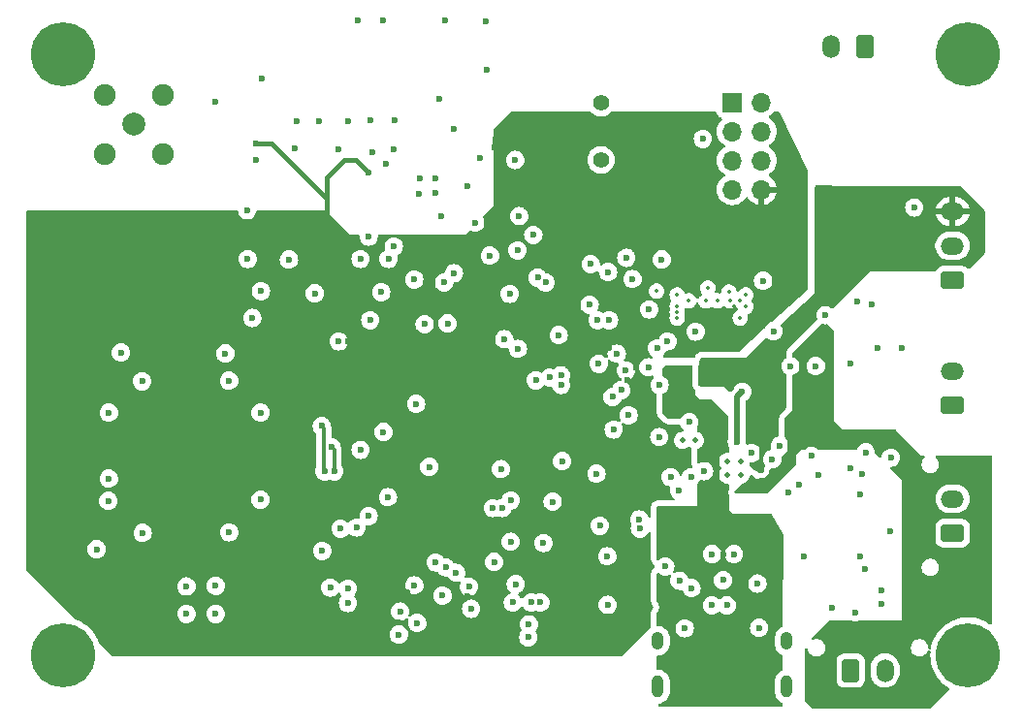
<source format=gbr>
%TF.GenerationSoftware,KiCad,Pcbnew,8.0.4*%
%TF.CreationDate,2025-03-29T22:20:15+07:00*%
%TF.ProjectId,FlightCom,466c6967-6874-4436-9f6d-2e6b69636164,rev?*%
%TF.SameCoordinates,Original*%
%TF.FileFunction,Copper,L3,Inr*%
%TF.FilePolarity,Positive*%
%FSLAX46Y46*%
G04 Gerber Fmt 4.6, Leading zero omitted, Abs format (unit mm)*
G04 Created by KiCad (PCBNEW 8.0.4) date 2025-03-29 22:20:15*
%MOMM*%
%LPD*%
G01*
G04 APERTURE LIST*
G04 Aperture macros list*
%AMRoundRect*
0 Rectangle with rounded corners*
0 $1 Rounding radius*
0 $2 $3 $4 $5 $6 $7 $8 $9 X,Y pos of 4 corners*
0 Add a 4 corners polygon primitive as box body*
4,1,4,$2,$3,$4,$5,$6,$7,$8,$9,$2,$3,0*
0 Add four circle primitives for the rounded corners*
1,1,$1+$1,$2,$3*
1,1,$1+$1,$4,$5*
1,1,$1+$1,$6,$7*
1,1,$1+$1,$8,$9*
0 Add four rect primitives between the rounded corners*
20,1,$1+$1,$2,$3,$4,$5,0*
20,1,$1+$1,$4,$5,$6,$7,0*
20,1,$1+$1,$6,$7,$8,$9,0*
20,1,$1+$1,$8,$9,$2,$3,0*%
G04 Aperture macros list end*
%TA.AperFunction,ComponentPad*%
%ADD10RoundRect,0.250001X0.499999X0.759999X-0.499999X0.759999X-0.499999X-0.759999X0.499999X-0.759999X0*%
%TD*%
%TA.AperFunction,ComponentPad*%
%ADD11O,1.500000X2.020000*%
%TD*%
%TA.AperFunction,ComponentPad*%
%ADD12C,5.600000*%
%TD*%
%TA.AperFunction,ComponentPad*%
%ADD13RoundRect,0.250001X0.759999X-0.499999X0.759999X0.499999X-0.759999X0.499999X-0.759999X-0.499999X0*%
%TD*%
%TA.AperFunction,ComponentPad*%
%ADD14O,2.020000X1.500000*%
%TD*%
%TA.AperFunction,ComponentPad*%
%ADD15C,1.398000*%
%TD*%
%TA.AperFunction,HeatsinkPad*%
%ADD16C,0.500000*%
%TD*%
%TA.AperFunction,ComponentPad*%
%ADD17RoundRect,0.250001X-0.499999X-0.759999X0.499999X-0.759999X0.499999X0.759999X-0.499999X0.759999X0*%
%TD*%
%TA.AperFunction,ComponentPad*%
%ADD18C,2.006600*%
%TD*%
%TA.AperFunction,ComponentPad*%
%ADD19C,1.905000*%
%TD*%
%TA.AperFunction,ComponentPad*%
%ADD20R,1.700000X1.700000*%
%TD*%
%TA.AperFunction,ComponentPad*%
%ADD21O,1.700000X1.700000*%
%TD*%
%TA.AperFunction,ComponentPad*%
%ADD22O,1.050000X1.950000*%
%TD*%
%TA.AperFunction,ComponentPad*%
%ADD23O,1.050000X1.550000*%
%TD*%
%TA.AperFunction,ViaPad*%
%ADD24C,0.600000*%
%TD*%
%TA.AperFunction,ViaPad*%
%ADD25C,0.350000*%
%TD*%
%TA.AperFunction,ViaPad*%
%ADD26C,0.800000*%
%TD*%
%TA.AperFunction,ViaPad*%
%ADD27C,0.400000*%
%TD*%
%TA.AperFunction,Conductor*%
%ADD28C,0.300000*%
%TD*%
%TA.AperFunction,Conductor*%
%ADD29C,0.500000*%
%TD*%
%TA.AperFunction,Conductor*%
%ADD30C,0.700000*%
%TD*%
%TA.AperFunction,Conductor*%
%ADD31C,0.400000*%
%TD*%
%TA.AperFunction,Conductor*%
%ADD32C,0.200000*%
%TD*%
G04 APERTURE END LIST*
D10*
%TO.N,Net-(J11-Pin_1)*%
%TO.C,J11*%
X165000000Y-56850000D03*
D11*
%TO.N,Net-(J11-Pin_2)*%
X162000000Y-56850000D03*
%TD*%
D12*
%TO.N,N/C*%
%TO.C,H4*%
X174000000Y-110000000D03*
%TD*%
D13*
%TO.N,SERVO_A*%
%TO.C,J10*%
X172635000Y-77250000D03*
D14*
%TO.N,VBAT-*%
X172635000Y-74250000D03*
%TO.N,+5V*%
X172635000Y-71250000D03*
%TD*%
D15*
%TO.N,PWM_Buzzer*%
%TO.C,LS1*%
X141950000Y-66750000D03*
%TO.N,VBAT-*%
X141950000Y-61750000D03*
%TD*%
D16*
%TO.N,VBAT-*%
%TO.C,U1*%
X154185000Y-93080000D03*
X153005000Y-93080000D03*
X154185000Y-94260000D03*
X153005000Y-94260000D03*
%TD*%
%TO.N,VBAT-*%
%TO.C,U3*%
X149075000Y-91250000D03*
X150175000Y-91250000D03*
%TD*%
D17*
%TO.N,Net-(J8-Pin_1)*%
%TO.C,J8*%
X163750000Y-111335000D03*
D11*
%TO.N,Net-(J8-Pin_2)*%
X166750000Y-111335000D03*
%TD*%
D12*
%TO.N,N/C*%
%TO.C,H2*%
X95000000Y-57500000D03*
%TD*%
D18*
%TO.N,Net-(C48-Pad2)*%
%TO.C,J3*%
X101147300Y-63647300D03*
D19*
%TO.N,VBAT-*%
X98594600Y-61094600D03*
X98594600Y-66200000D03*
X103700000Y-66200000D03*
X103700000Y-61094600D03*
%TD*%
D13*
%TO.N,Net-(D1-A)*%
%TO.C,J1*%
X172585000Y-88200000D03*
D14*
%TO.N,VBAT-*%
X172585000Y-85200000D03*
%TD*%
D13*
%TO.N,Net-(J7-Pin_1)*%
%TO.C,J7*%
X172650000Y-99350000D03*
D14*
%TO.N,Net-(J7-Pin_2)*%
X172650000Y-96350000D03*
%TD*%
D12*
%TO.N,N/C*%
%TO.C,H3*%
X174000000Y-57500000D03*
%TD*%
D20*
%TO.N,nRST*%
%TO.C,J4*%
X153400000Y-61720000D03*
D21*
%TO.N,SWDIO*%
X155940000Y-61720000D03*
%TO.N,SWCLK*%
X153400000Y-64260000D03*
%TO.N,COMPANION_RX*%
X155940000Y-64260000D03*
%TO.N,BOOT0*%
X153400000Y-66800000D03*
%TO.N,COMPANION_TX*%
X155940000Y-66800000D03*
%TO.N,VBAT-*%
X153400000Y-69340000D03*
%TO.N,+3.3V*%
X155940000Y-69340000D03*
%TD*%
D22*
%TO.N,VBAT-*%
%TO.C,USB1*%
X146908250Y-112750000D03*
X158148250Y-112750000D03*
D23*
X146908250Y-108750000D03*
X158148250Y-108750000D03*
%TD*%
D12*
%TO.N,N/C*%
%TO.C,H1*%
X95000000Y-110000000D03*
%TD*%
D24*
%TO.N,VBAT+*%
X169550000Y-107650000D03*
X169050000Y-94000000D03*
%TO.N,BAT_LEVEL*%
X138455550Y-86393321D03*
X161550000Y-80300000D03*
%TO.N,VBAT-*%
X98975000Y-94575000D03*
X169300000Y-70900000D03*
X125900000Y-107200000D03*
X98975000Y-88825000D03*
X108300000Y-61650000D03*
X119851250Y-105448750D03*
X155600000Y-103750000D03*
X121650000Y-73450000D03*
X111850000Y-66750000D03*
X117600000Y-100900000D03*
X120700000Y-54600000D03*
X127450000Y-69650000D03*
X160300000Y-92600000D03*
X135600000Y-108440000D03*
X135650000Y-107310000D03*
X105750000Y-106400000D03*
X119851250Y-104198750D03*
X137725000Y-96600000D03*
X152600000Y-103450000D03*
X115200000Y-65750000D03*
X125635000Y-77200000D03*
D25*
X154100000Y-79050000D03*
D24*
X121850000Y-63300000D03*
X138250000Y-82050000D03*
X167200000Y-99200000D03*
X158500000Y-84750000D03*
X123850000Y-65850000D03*
X119050000Y-82600000D03*
X105750000Y-104000000D03*
X147250000Y-75450000D03*
X157575000Y-91700000D03*
X134250000Y-105400000D03*
X126050000Y-69700000D03*
X148025000Y-94450000D03*
X156900000Y-92882500D03*
X117350000Y-63350000D03*
X156100000Y-77300000D03*
X123900000Y-63300000D03*
X168250000Y-83200000D03*
X120600000Y-98850000D03*
X100025000Y-83575000D03*
X134050000Y-100100000D03*
X120950000Y-75400000D03*
X115400000Y-63350000D03*
X126100000Y-68350000D03*
X129115000Y-64000000D03*
X121950000Y-66050000D03*
X119850000Y-63350000D03*
X124400000Y-106200000D03*
X121800000Y-80750000D03*
X114700000Y-75450000D03*
X163700000Y-84500000D03*
X111500000Y-80550000D03*
X112225003Y-88825002D03*
X112250000Y-78200000D03*
X160700000Y-84750000D03*
X108300000Y-106400000D03*
X128300000Y-54600000D03*
X158300000Y-95750000D03*
X111050000Y-71150000D03*
X141650000Y-80750000D03*
X122950000Y-54600000D03*
D25*
X152100000Y-79050000D03*
D24*
X112225000Y-96425000D03*
X101925000Y-99325000D03*
X162150000Y-105900000D03*
X126550000Y-81100000D03*
X109150000Y-83650000D03*
X127800000Y-61450000D03*
X148750000Y-95600000D03*
X124300000Y-108200000D03*
X118301250Y-104098750D03*
D25*
X151264124Y-77935876D03*
D24*
X149850000Y-104152500D03*
X149800000Y-94450000D03*
X142650000Y-80750000D03*
X135850000Y-105400000D03*
X142520000Y-105610000D03*
X97900000Y-100750000D03*
X132000000Y-58900000D03*
D25*
X151100000Y-79050000D03*
D24*
X150950000Y-93932500D03*
X127450000Y-68350000D03*
X147025000Y-90950000D03*
X142490000Y-101370000D03*
X123150000Y-67050000D03*
X109475000Y-99275000D03*
X149650000Y-89650000D03*
X148800000Y-103500000D03*
X131350000Y-66600000D03*
X149250000Y-107650000D03*
X122950000Y-90500000D03*
X155750000Y-107612500D03*
X123400000Y-75400000D03*
X116950000Y-78400000D03*
X112300000Y-59650000D03*
X101875000Y-86075000D03*
X164300000Y-79150000D03*
D25*
X154100000Y-80550000D03*
X154600000Y-79550000D03*
D24*
X111100000Y-75400000D03*
X167250000Y-92750000D03*
X109475000Y-86025000D03*
X166100000Y-83150000D03*
X155100000Y-92350000D03*
X126950000Y-93550000D03*
X119050000Y-65850000D03*
X127500000Y-101900000D03*
X108300000Y-103950000D03*
X98925000Y-96525000D03*
D25*
X154600000Y-78550000D03*
D24*
X136650000Y-105400000D03*
X131850000Y-54650000D03*
D26*
%TO.N,+5V*%
X151275000Y-85550000D03*
D24*
X156625000Y-87100000D03*
X155900000Y-93850000D03*
X159200000Y-95150000D03*
X155897500Y-90682500D03*
D26*
%TO.N,VBAT+*%
X159500000Y-89900000D03*
X160025000Y-83275000D03*
D24*
X154750000Y-95550000D03*
X156918370Y-93999130D03*
X155800000Y-94850000D03*
D26*
X159500000Y-87450000D03*
X159500000Y-88750000D03*
%TO.N,VBUS*%
X148625000Y-85550000D03*
D24*
X148797500Y-104600000D03*
X155450000Y-106050000D03*
X152600000Y-101175000D03*
%TO.N,+3.3V*%
X121450000Y-100100000D03*
X143830000Y-78350000D03*
X140845000Y-106460000D03*
X145000000Y-84900000D03*
X107400000Y-87800000D03*
X142650000Y-83200000D03*
X118042500Y-72800000D03*
X123000000Y-83350000D03*
D25*
X153600000Y-79550000D03*
D24*
X155500000Y-78950000D03*
X146975000Y-92150000D03*
X155550000Y-80750000D03*
X143750000Y-80850000D03*
X104950000Y-81950000D03*
X128050000Y-74200000D03*
X141880000Y-78350000D03*
X125000000Y-104550000D03*
X149000000Y-93200000D03*
X146200000Y-105800000D03*
X146000000Y-87350000D03*
X144250000Y-85950000D03*
X121662500Y-67850000D03*
X124300000Y-107150000D03*
X142350000Y-74550000D03*
X132850000Y-106650000D03*
X130319446Y-104830554D03*
X118000000Y-78500000D03*
X144495000Y-106960000D03*
D27*
X126511091Y-97411091D03*
D25*
X150100000Y-77050000D03*
X152650000Y-76100000D03*
D24*
X121300000Y-85900000D03*
X111850000Y-65290000D03*
X95200000Y-90750000D03*
X139880000Y-78350000D03*
X135066531Y-100150000D03*
X116250000Y-82700000D03*
X99024999Y-90725003D03*
X132650000Y-65620000D03*
D25*
X150600000Y-78550000D03*
D24*
X113500000Y-81850000D03*
X136600000Y-109400000D03*
X124550000Y-76350000D03*
X119850000Y-82600000D03*
X119750000Y-102050000D03*
D25*
X153050000Y-76350000D03*
D24*
%TO.N,COMPANION_TX*%
X134700000Y-83250000D03*
X146150000Y-79800000D03*
%TO.N,COMPANION_RX*%
X140950000Y-79400000D03*
X133500000Y-82400000D03*
%TO.N,nRST*%
X125800000Y-88050000D03*
X134806066Y-71656067D03*
X133975000Y-78450000D03*
%TO.N,SWDIO*%
X150840000Y-64910000D03*
%TO.N,BOOT0*%
X129100000Y-76650000D03*
%TO.N,ANT_SW*%
X134450000Y-66750000D03*
X128000000Y-71650000D03*
%TO.N,Net-(L1-Pad2)*%
X154275000Y-87000000D03*
X153800000Y-91350000D03*
%TO.N,BCD*%
X132488612Y-97155446D03*
X147550000Y-102250000D03*
%TO.N,USB_DP*%
X136249997Y-86000000D03*
X151650000Y-101175000D03*
%TO.N,USB_DN*%
X153550000Y-101175000D03*
X137500000Y-85750000D03*
%TO.N,D-*%
X152928250Y-105650000D03*
X151628250Y-105650000D03*
%TO.N,BMI088_ACCEL_CS*%
X130600000Y-105950000D03*
X136921825Y-100200307D03*
%TO.N,PWM_D*%
X141750000Y-84550000D03*
X144119301Y-85130001D03*
%TO.N,Net-(U12-NC__30)*%
X150200000Y-81750000D03*
X157000000Y-81700000D03*
%TO.N,ADXL375_CS*%
X141550000Y-94150000D03*
X141850000Y-98700000D03*
%TO.N,SX1262_DIO3*%
X123850000Y-74300000D03*
X132250000Y-75106067D03*
%TO.N,SX1262_MISO*%
X130950001Y-72219238D03*
X130248803Y-69050000D03*
%TO.N,PWM_A*%
X133350000Y-97150000D03*
X145350000Y-98950000D03*
D25*
%TO.N,EMMC_DAT5*%
X148600000Y-79550000D03*
D24*
X144150000Y-75300000D03*
X128250000Y-77450000D03*
%TO.N,EMMC_DAT3*%
X136418671Y-77030721D03*
D25*
X148600000Y-80550000D03*
D24*
X142566841Y-76549984D03*
%TO.N,SERVO_A*%
X163750000Y-93650000D03*
D25*
%TO.N,EMMC_DAT4*%
X148600000Y-80050000D03*
D24*
X141050000Y-75850000D03*
X128544220Y-81020541D03*
%TO.N,GNSS_SafeBoot*%
X121650000Y-97850000D03*
X123350000Y-96200000D03*
%TO.N,EMMC_CMD*%
X134650000Y-74650000D03*
D25*
X153250000Y-79050000D03*
D24*
%TO.N,VREF+*%
X120950000Y-92067500D03*
X119200000Y-98950000D03*
%TO.N,EMMC_RSTN*%
X146850000Y-83200000D03*
X143317892Y-83667892D03*
%TO.N,PWM_B*%
X134075000Y-96475000D03*
X145300000Y-98150000D03*
%TO.N,GNSS_INT*%
X117564513Y-89985487D03*
X117801656Y-93952500D03*
%TO.N,TMP275_ALERT*%
X143052195Y-90296311D03*
X144350735Y-89049265D03*
%TO.N,BMI088_GYRO_CS*%
X133200000Y-93750000D03*
X125650000Y-103900000D03*
D25*
%TO.N,EMMC_DAT6*%
X149600000Y-79050000D03*
D24*
X147050000Y-86400000D03*
X142950000Y-87450000D03*
%TO.N,EMMC_DAT2*%
X137100000Y-77450000D03*
D25*
X146800000Y-78200000D03*
D24*
X144700000Y-77150000D03*
%TO.N,GNSS_Reset*%
X118425000Y-91825000D03*
X118650000Y-93952500D03*
D25*
%TO.N,EMMC_CLK*%
X153100000Y-78300000D03*
D24*
X136036578Y-73300000D03*
D25*
%TO.N,EMMC_DAT7*%
X148600000Y-78550000D03*
D24*
X143700000Y-86850000D03*
X146070000Y-84850000D03*
%TO.N,BMI088_GYRO_INT*%
X128100000Y-104800000D03*
X129300000Y-102800000D03*
%TO.N,ADXL375_SDO*%
X130422491Y-104014359D03*
X134500000Y-103800000D03*
%TO.N,ADXL375_SCLK*%
X132609620Y-101859620D03*
X128375000Y-102325000D03*
X138550000Y-93050000D03*
%TO.N,EMMC_DATASTROBE*%
X147750000Y-82600000D03*
X138450000Y-85550000D03*
%TO.N,PWM_Buzzer*%
X122750000Y-78300000D03*
%TO.N,/PWM_PD*%
X164600000Y-95950000D03*
X164600000Y-101350000D03*
X164750000Y-94150000D03*
X159650000Y-101400000D03*
X160900000Y-94300000D03*
%TO.N,PYRO_B*%
X165000000Y-102450000D03*
X164150000Y-106250000D03*
%TO.N,Net-(J7-Pin_1)*%
X166392500Y-104302500D03*
%TO.N,Net-(J8-Pin_1)*%
X166392500Y-105517500D03*
%TO.N,PYRO_C*%
X165050000Y-92300000D03*
X165600000Y-79350000D03*
%TD*%
D28*
%TO.N,+5V*%
X155900000Y-93900000D02*
X155900000Y-93850000D01*
D29*
X151275000Y-85550000D02*
X155075000Y-85550000D01*
X156625000Y-89400000D02*
X156625000Y-87100000D01*
D28*
X155900000Y-93850000D02*
X155900000Y-92000000D01*
X155897500Y-91997500D02*
X155900000Y-92000000D01*
D29*
X155897500Y-90682500D02*
X155897500Y-90127500D01*
X155075000Y-85550000D02*
X156625000Y-87100000D01*
D28*
X155897500Y-90682500D02*
X155897500Y-91997500D01*
D29*
X155897500Y-90127500D02*
X156625000Y-89400000D01*
X155897500Y-90682500D02*
X155942500Y-90682500D01*
D30*
%TO.N,VBAT+*%
X157742952Y-93999130D02*
X158550000Y-93192082D01*
X158550000Y-93192082D02*
X158550000Y-89700000D01*
D28*
X156067500Y-94850000D02*
X155800000Y-94850000D01*
D30*
X156918370Y-93999130D02*
X157742952Y-93999130D01*
X160025000Y-83275000D02*
X159550000Y-83750000D01*
X159550000Y-88700000D02*
X159500000Y-88750000D01*
D28*
X156918370Y-93999130D02*
X156067500Y-94850000D01*
D30*
X159550000Y-83750000D02*
X159550000Y-88700000D01*
X158550000Y-89700000D02*
X159500000Y-88750000D01*
D31*
%TO.N,+3.3V*%
X118042500Y-72800000D02*
X118042500Y-68257500D01*
D28*
X144605000Y-106850000D02*
X145150000Y-106850000D01*
X120048750Y-101751250D02*
X119750000Y-102050000D01*
X145150000Y-106850000D02*
X146200000Y-105800000D01*
X144495000Y-106960000D02*
X144605000Y-106850000D01*
X147950000Y-92150000D02*
X146975000Y-92150000D01*
X140845000Y-106460000D02*
X141235000Y-106850000D01*
D32*
X126575000Y-105450000D02*
X126825000Y-105450000D01*
D31*
X113190000Y-65290000D02*
X118042500Y-70142500D01*
D28*
X144385000Y-106850000D02*
X144495000Y-106960000D01*
D31*
X120562500Y-66750000D02*
X121662500Y-67850000D01*
D28*
X126511091Y-97411091D02*
X126511091Y-97638909D01*
X126511091Y-97638909D02*
X122398750Y-101751250D01*
D31*
X111850000Y-65290000D02*
X113190000Y-65290000D01*
D28*
X141235000Y-106850000D02*
X144385000Y-106850000D01*
X132650000Y-65620000D02*
X132650000Y-64800000D01*
X149000000Y-93200000D02*
X147950000Y-92150000D01*
X122398750Y-101751250D02*
X120048750Y-101751250D01*
D31*
X118042500Y-68257500D02*
X119550000Y-66750000D01*
D28*
X132650000Y-64800000D02*
X133350000Y-64100000D01*
D31*
X119550000Y-66750000D02*
X120562500Y-66750000D01*
D28*
%TO.N,Net-(L1-Pad2)*%
X153825000Y-91200000D02*
X153825000Y-91325000D01*
D29*
X153825000Y-87450000D02*
X153825000Y-91200000D01*
D28*
X153825000Y-91325000D02*
X153800000Y-91350000D01*
D29*
X154275000Y-87000000D02*
X153825000Y-87450000D01*
D28*
%TO.N,GNSS_INT*%
X117564513Y-89985487D02*
X117750000Y-90170974D01*
X117750000Y-90170974D02*
X117750000Y-93900844D01*
X117750000Y-93900844D02*
X117801656Y-93952500D01*
%TO.N,GNSS_Reset*%
X118425000Y-91825000D02*
X118650000Y-92050000D01*
X118650000Y-92050000D02*
X118650000Y-93952500D01*
%TD*%
%TA.AperFunction,Conductor*%
%TO.N,+5V*%
G36*
X163550000Y-69000000D02*
G01*
X170524847Y-69000000D01*
X170549039Y-69002383D01*
X170599898Y-69012500D01*
X170599900Y-69012500D01*
X170750101Y-69012500D01*
X170800961Y-69002383D01*
X170825153Y-69000000D01*
X173248638Y-69000000D01*
X173315677Y-69019685D01*
X173336319Y-69036319D01*
X175413681Y-71113681D01*
X175447166Y-71175004D01*
X175450000Y-71201362D01*
X175450000Y-74848637D01*
X175430315Y-74915676D01*
X175413681Y-74936318D01*
X174115863Y-76234135D01*
X174054540Y-76267620D01*
X173984848Y-76262636D01*
X173940501Y-76234135D01*
X173863655Y-76157289D01*
X173863651Y-76157286D01*
X173714337Y-76065187D01*
X173714335Y-76065186D01*
X173619539Y-76033774D01*
X173547797Y-76010001D01*
X173547795Y-76010000D01*
X173445015Y-75999500D01*
X173445008Y-75999500D01*
X171824992Y-75999500D01*
X171824984Y-75999500D01*
X171722204Y-76010000D01*
X171722203Y-76010001D01*
X171555664Y-76065186D01*
X171555662Y-76065187D01*
X171406348Y-76157286D01*
X171406344Y-76157289D01*
X171282289Y-76281344D01*
X171282286Y-76281348D01*
X171186394Y-76436813D01*
X171184738Y-76435791D01*
X171145061Y-76480848D01*
X171078858Y-76500000D01*
X165399999Y-76500000D01*
X162228720Y-79671280D01*
X162167397Y-79704765D01*
X162097705Y-79699781D01*
X162057942Y-79674226D01*
X162057705Y-79674525D01*
X162054790Y-79672200D01*
X162053358Y-79671280D01*
X162052262Y-79670184D01*
X161899523Y-79574211D01*
X161729254Y-79514631D01*
X161729249Y-79514630D01*
X161550004Y-79494435D01*
X161549996Y-79494435D01*
X161370750Y-79514630D01*
X161370745Y-79514631D01*
X161200476Y-79574211D01*
X161047737Y-79670184D01*
X160920184Y-79797737D01*
X160824211Y-79950476D01*
X160764631Y-80120745D01*
X160764630Y-80120750D01*
X160744435Y-80299996D01*
X160744435Y-80300003D01*
X160764630Y-80479249D01*
X160764632Y-80479257D01*
X160814388Y-80621452D01*
X160817949Y-80691231D01*
X160785027Y-80750087D01*
X158278885Y-83256229D01*
X158278854Y-83256261D01*
X158242696Y-83296517D01*
X158226084Y-83317132D01*
X158226058Y-83317166D01*
X158194432Y-83361025D01*
X158194431Y-83361027D01*
X158134664Y-83491895D01*
X158114976Y-83558943D01*
X158094500Y-83701362D01*
X158094500Y-83848934D01*
X158095031Y-83872098D01*
X158095554Y-83883479D01*
X158097149Y-83906624D01*
X158097150Y-83906629D01*
X158107872Y-83951489D01*
X158104311Y-84021268D01*
X158063589Y-84078044D01*
X158053242Y-84085307D01*
X157997741Y-84120181D01*
X157997739Y-84120182D01*
X157870184Y-84247737D01*
X157774211Y-84400476D01*
X157714631Y-84570745D01*
X157714630Y-84570750D01*
X157694435Y-84749996D01*
X157694435Y-84750003D01*
X157714630Y-84929249D01*
X157714631Y-84929254D01*
X157774211Y-85099523D01*
X157853550Y-85225789D01*
X157870184Y-85252262D01*
X157997738Y-85379816D01*
X158049591Y-85412397D01*
X158054018Y-85415179D01*
X158100309Y-85467514D01*
X158110957Y-85536568D01*
X158110784Y-85537819D01*
X158094500Y-85651081D01*
X158094500Y-88389254D01*
X158074815Y-88456293D01*
X158058181Y-88476935D01*
X157678892Y-88856223D01*
X157678855Y-88856262D01*
X157642728Y-88896480D01*
X157642718Y-88896492D01*
X157626076Y-88917143D01*
X157594433Y-88961025D01*
X157534663Y-89091899D01*
X157514976Y-89158944D01*
X157494500Y-89301363D01*
X157494500Y-89704138D01*
X157474815Y-89771177D01*
X157458181Y-89791819D01*
X157450000Y-89799999D01*
X157450000Y-90807664D01*
X157430315Y-90874703D01*
X157377511Y-90920458D01*
X157366955Y-90924706D01*
X157225477Y-90974211D01*
X157072737Y-91070184D01*
X156945184Y-91197737D01*
X156849211Y-91350476D01*
X156789631Y-91520745D01*
X156789630Y-91520750D01*
X156769435Y-91699996D01*
X156769435Y-91700003D01*
X156789630Y-91879249D01*
X156789633Y-91879260D01*
X156809308Y-91935490D01*
X156812869Y-92005269D01*
X156778139Y-92065896D01*
X156726870Y-92093555D01*
X156727317Y-92094833D01*
X156720747Y-92097131D01*
X156720745Y-92097132D01*
X156658158Y-92119031D01*
X156550478Y-92156710D01*
X156397737Y-92252684D01*
X156270184Y-92380237D01*
X156174211Y-92532976D01*
X156114631Y-92703245D01*
X156114630Y-92703250D01*
X156094435Y-92882496D01*
X156094435Y-92882503D01*
X156114630Y-93061749D01*
X156114631Y-93061754D01*
X156174211Y-93232024D01*
X156244781Y-93344333D01*
X156263782Y-93411570D01*
X156243415Y-93478405D01*
X156242891Y-93479196D01*
X156164665Y-93596270D01*
X156100553Y-93751049D01*
X156100552Y-93751051D01*
X156095874Y-93774572D01*
X156063488Y-93836483D01*
X156061938Y-93838060D01*
X155896868Y-94003130D01*
X155835545Y-94036615D01*
X155823120Y-94038664D01*
X155746243Y-94047357D01*
X155677416Y-94035329D01*
X155644627Y-94011821D01*
X155623150Y-93990343D01*
X155619637Y-93986683D01*
X155612291Y-93978710D01*
X155609129Y-93975940D01*
X155603150Y-93970343D01*
X155601756Y-93968949D01*
X155597558Y-93965733D01*
X155597434Y-93965887D01*
X155509151Y-93894434D01*
X155378270Y-93834661D01*
X155346896Y-93825448D01*
X155294153Y-93794153D01*
X154931496Y-93431496D01*
X154898011Y-93370173D01*
X154902135Y-93302865D01*
X154921313Y-93248059D01*
X154921314Y-93248043D01*
X154921714Y-93246297D01*
X154922287Y-93245271D01*
X154923613Y-93241484D01*
X154924276Y-93241716D01*
X154955819Y-93185316D01*
X155017479Y-93152455D01*
X155056488Y-93150662D01*
X155100000Y-93155565D01*
X155100000Y-93155564D01*
X155100001Y-93155565D01*
X155100003Y-93155565D01*
X155279249Y-93135369D01*
X155279252Y-93135368D01*
X155279255Y-93135368D01*
X155449522Y-93075789D01*
X155602262Y-92979816D01*
X155729816Y-92852262D01*
X155825789Y-92699522D01*
X155885368Y-92529255D01*
X155885369Y-92529249D01*
X155905565Y-92350003D01*
X155905565Y-92349996D01*
X155885369Y-92170750D01*
X155885368Y-92170745D01*
X155841416Y-92045138D01*
X155825789Y-92000478D01*
X155729816Y-91847738D01*
X155602262Y-91720184D01*
X155570144Y-91700003D01*
X155449523Y-91624211D01*
X155279254Y-91564631D01*
X155279249Y-91564630D01*
X155100004Y-91544435D01*
X155099996Y-91544435D01*
X154920750Y-91564630D01*
X154920745Y-91564631D01*
X154753724Y-91623075D01*
X154683945Y-91626636D01*
X154623317Y-91591907D01*
X154591090Y-91529914D01*
X154589549Y-91492149D01*
X154605565Y-91350002D01*
X154605565Y-91349996D01*
X154585368Y-91170746D01*
X154585368Y-91170745D01*
X154582458Y-91162427D01*
X154575500Y-91121474D01*
X154575500Y-87825123D01*
X154595185Y-87758084D01*
X154633524Y-87720132D01*
X154777262Y-87629816D01*
X154904816Y-87502262D01*
X155000789Y-87349522D01*
X155060368Y-87179255D01*
X155080565Y-87000000D01*
X155078043Y-86977619D01*
X155060369Y-86820750D01*
X155060368Y-86820745D01*
X155008294Y-86671926D01*
X155000789Y-86650478D01*
X154904816Y-86497738D01*
X154777262Y-86370184D01*
X154742972Y-86348638D01*
X154624523Y-86274211D01*
X154454254Y-86214631D01*
X154454249Y-86214630D01*
X154275004Y-86194435D01*
X154274996Y-86194435D01*
X154095750Y-86214630D01*
X154095745Y-86214631D01*
X153925476Y-86274211D01*
X153772737Y-86370184D01*
X153645184Y-86497737D01*
X153549212Y-86650475D01*
X153546191Y-86656750D01*
X153544370Y-86655873D01*
X153521693Y-86691937D01*
X153269496Y-86944134D01*
X153208173Y-86977619D01*
X153138481Y-86972635D01*
X153094134Y-86944134D01*
X152700000Y-86550000D01*
X150651362Y-86550000D01*
X150584323Y-86530315D01*
X150563681Y-86513681D01*
X150486319Y-86436319D01*
X150452834Y-86374996D01*
X150450000Y-86348638D01*
X150450000Y-84962910D01*
X150452660Y-84937365D01*
X150629273Y-84098455D01*
X150662346Y-84036908D01*
X150723443Y-84003013D01*
X150750613Y-84000000D01*
X154567256Y-84000000D01*
X154567257Y-84000000D01*
X156343445Y-82341838D01*
X156405880Y-82310481D01*
X156475359Y-82317856D01*
X156494034Y-82327488D01*
X156497736Y-82329814D01*
X156497738Y-82329816D01*
X156553147Y-82364632D01*
X156650475Y-82425788D01*
X156820745Y-82485368D01*
X156820750Y-82485369D01*
X156999996Y-82505565D01*
X157000000Y-82505565D01*
X157000004Y-82505565D01*
X157179249Y-82485369D01*
X157179252Y-82485368D01*
X157179255Y-82485368D01*
X157349522Y-82425789D01*
X157502262Y-82329816D01*
X157629816Y-82202262D01*
X157725789Y-82049522D01*
X157785368Y-81879255D01*
X157789924Y-81838821D01*
X157805565Y-81700003D01*
X157805565Y-81699996D01*
X157785369Y-81520750D01*
X157785368Y-81520745D01*
X157725788Y-81350475D01*
X157687334Y-81289278D01*
X157661814Y-81248663D01*
X157642814Y-81181428D01*
X157663181Y-81114593D01*
X157682179Y-81092063D01*
X160565863Y-78400000D01*
X160591776Y-74151577D01*
X171124500Y-74151577D01*
X171124500Y-74348422D01*
X171155290Y-74542826D01*
X171216117Y-74730029D01*
X171276551Y-74848637D01*
X171305476Y-74905405D01*
X171421172Y-75064646D01*
X171560354Y-75203828D01*
X171719595Y-75319524D01*
X171802455Y-75361743D01*
X171894970Y-75408882D01*
X171894972Y-75408882D01*
X171894975Y-75408884D01*
X171943036Y-75424500D01*
X172082173Y-75469709D01*
X172276578Y-75500500D01*
X172276583Y-75500500D01*
X172993422Y-75500500D01*
X173187826Y-75469709D01*
X173206141Y-75463758D01*
X173375025Y-75408884D01*
X173550405Y-75319524D01*
X173709646Y-75203828D01*
X173848828Y-75064646D01*
X173964524Y-74905405D01*
X174053884Y-74730025D01*
X174114709Y-74542826D01*
X174145500Y-74348422D01*
X174145500Y-74151577D01*
X174114709Y-73957173D01*
X174053882Y-73769970D01*
X173964523Y-73594594D01*
X173848828Y-73435354D01*
X173709646Y-73296172D01*
X173550405Y-73180476D01*
X173375029Y-73091117D01*
X173187826Y-73030290D01*
X172993422Y-72999500D01*
X172993417Y-72999500D01*
X172276583Y-72999500D01*
X172276578Y-72999500D01*
X172082173Y-73030290D01*
X171894970Y-73091117D01*
X171719594Y-73180476D01*
X171628741Y-73246485D01*
X171560354Y-73296172D01*
X171560352Y-73296174D01*
X171560351Y-73296174D01*
X171421174Y-73435351D01*
X171421174Y-73435352D01*
X171421172Y-73435354D01*
X171371485Y-73503741D01*
X171305476Y-73594594D01*
X171216117Y-73769970D01*
X171155290Y-73957173D01*
X171124500Y-74151577D01*
X160591776Y-74151577D01*
X160611609Y-70899996D01*
X168494435Y-70899996D01*
X168494435Y-70900003D01*
X168514630Y-71079249D01*
X168514631Y-71079254D01*
X168574211Y-71249523D01*
X168616700Y-71317143D01*
X168670184Y-71402262D01*
X168797738Y-71529816D01*
X168950478Y-71625789D01*
X169120745Y-71685368D01*
X169120750Y-71685369D01*
X169299996Y-71705565D01*
X169300000Y-71705565D01*
X169300004Y-71705565D01*
X169479249Y-71685369D01*
X169479252Y-71685368D01*
X169479255Y-71685368D01*
X169649522Y-71625789D01*
X169802262Y-71529816D01*
X169929816Y-71402262D01*
X170025789Y-71249522D01*
X170085368Y-71079255D01*
X170094298Y-71000000D01*
X171149016Y-71000000D01*
X172190440Y-71000000D01*
X172159755Y-71053147D01*
X172125000Y-71182857D01*
X172125000Y-71317143D01*
X172159755Y-71446853D01*
X172190440Y-71500000D01*
X171149016Y-71500000D01*
X171155781Y-71542716D01*
X171216581Y-71729837D01*
X171305904Y-71905143D01*
X171421555Y-72064321D01*
X171560678Y-72203444D01*
X171719856Y-72319095D01*
X171895164Y-72408418D01*
X172082294Y-72469221D01*
X172276618Y-72500000D01*
X172385000Y-72500000D01*
X172385000Y-71694560D01*
X172438147Y-71725245D01*
X172567857Y-71760000D01*
X172702143Y-71760000D01*
X172831853Y-71725245D01*
X172885000Y-71694560D01*
X172885000Y-72500000D01*
X172993382Y-72500000D01*
X173187705Y-72469221D01*
X173374835Y-72408418D01*
X173550143Y-72319095D01*
X173709321Y-72203444D01*
X173848444Y-72064321D01*
X173964095Y-71905143D01*
X174053418Y-71729837D01*
X174114218Y-71542716D01*
X174120984Y-71500000D01*
X173079560Y-71500000D01*
X173110245Y-71446853D01*
X173145000Y-71317143D01*
X173145000Y-71182857D01*
X173110245Y-71053147D01*
X173079560Y-71000000D01*
X174120984Y-71000000D01*
X174114218Y-70957283D01*
X174053418Y-70770162D01*
X173964095Y-70594856D01*
X173848444Y-70435678D01*
X173709321Y-70296555D01*
X173550143Y-70180904D01*
X173374835Y-70091581D01*
X173187705Y-70030778D01*
X172993382Y-70000000D01*
X172885000Y-70000000D01*
X172885000Y-70805439D01*
X172831853Y-70774755D01*
X172702143Y-70740000D01*
X172567857Y-70740000D01*
X172438147Y-70774755D01*
X172385000Y-70805439D01*
X172385000Y-70000000D01*
X172276618Y-70000000D01*
X172082294Y-70030778D01*
X171895164Y-70091581D01*
X171719856Y-70180904D01*
X171560678Y-70296555D01*
X171421555Y-70435678D01*
X171305904Y-70594856D01*
X171216581Y-70770162D01*
X171155781Y-70957283D01*
X171149016Y-71000000D01*
X170094298Y-71000000D01*
X170105565Y-70900000D01*
X170091453Y-70774755D01*
X170085369Y-70720750D01*
X170085368Y-70720745D01*
X170047982Y-70613903D01*
X170025789Y-70550478D01*
X169929816Y-70397738D01*
X169802262Y-70270184D01*
X169649523Y-70174211D01*
X169479254Y-70114631D01*
X169479249Y-70114630D01*
X169300004Y-70094435D01*
X169299996Y-70094435D01*
X169120750Y-70114630D01*
X169120745Y-70114631D01*
X168950476Y-70174211D01*
X168797737Y-70270184D01*
X168670184Y-70397737D01*
X168574211Y-70550476D01*
X168514631Y-70720745D01*
X168514630Y-70720750D01*
X168494435Y-70899996D01*
X160611609Y-70899996D01*
X160622602Y-69097730D01*
X160642695Y-69030814D01*
X160695777Y-68985382D01*
X160747728Y-68974493D01*
X163550000Y-69000000D01*
G37*
%TD.AperFunction*%
%TD*%
%TA.AperFunction,Conductor*%
%TO.N,+3.3V*%
G36*
X141018567Y-62519685D02*
G01*
X141050481Y-62549272D01*
X141059761Y-62561560D01*
X141059761Y-62561561D01*
X141178916Y-62670184D01*
X141224043Y-62711323D01*
X141413046Y-62828349D01*
X141413047Y-62828349D01*
X141413048Y-62828350D01*
X141463095Y-62847738D01*
X141620335Y-62908653D01*
X141838850Y-62949500D01*
X141838853Y-62949500D01*
X142061147Y-62949500D01*
X142061150Y-62949500D01*
X142279665Y-62908653D01*
X142486954Y-62828349D01*
X142675957Y-62711323D01*
X142840239Y-62561560D01*
X142849519Y-62549272D01*
X142905629Y-62507637D01*
X142948472Y-62500000D01*
X151925651Y-62500000D01*
X151992690Y-62519685D01*
X152038445Y-62572489D01*
X152048796Y-62614608D01*
X152049146Y-62614571D01*
X152049425Y-62617166D01*
X152049473Y-62617362D01*
X152049499Y-62617862D01*
X152055908Y-62677483D01*
X152106202Y-62812328D01*
X152106206Y-62812335D01*
X152192452Y-62927544D01*
X152192455Y-62927547D01*
X152307664Y-63013793D01*
X152307671Y-63013797D01*
X152439081Y-63062810D01*
X152495015Y-63104681D01*
X152519432Y-63170145D01*
X152504580Y-63238418D01*
X152483430Y-63266673D01*
X152361503Y-63388600D01*
X152225965Y-63582169D01*
X152225964Y-63582171D01*
X152126098Y-63796335D01*
X152126094Y-63796344D01*
X152064938Y-64024586D01*
X152064936Y-64024596D01*
X152044341Y-64259999D01*
X152044341Y-64260000D01*
X152064936Y-64495403D01*
X152064938Y-64495413D01*
X152126094Y-64723655D01*
X152126096Y-64723659D01*
X152126097Y-64723663D01*
X152154871Y-64785368D01*
X152225965Y-64937830D01*
X152225967Y-64937834D01*
X152314753Y-65064632D01*
X152361501Y-65131396D01*
X152361506Y-65131402D01*
X152528597Y-65298493D01*
X152528603Y-65298498D01*
X152714158Y-65428425D01*
X152757783Y-65483002D01*
X152764977Y-65552500D01*
X152733454Y-65614855D01*
X152714158Y-65631575D01*
X152528597Y-65761505D01*
X152361505Y-65928597D01*
X152225965Y-66122169D01*
X152225964Y-66122171D01*
X152126098Y-66336335D01*
X152126094Y-66336344D01*
X152064938Y-66564586D01*
X152064936Y-66564596D01*
X152044341Y-66799999D01*
X152044341Y-66800000D01*
X152064936Y-67035403D01*
X152064938Y-67035413D01*
X152126094Y-67263655D01*
X152126096Y-67263659D01*
X152126097Y-67263663D01*
X152182849Y-67385368D01*
X152225965Y-67477830D01*
X152225967Y-67477834D01*
X152286744Y-67564632D01*
X152361501Y-67671396D01*
X152361506Y-67671402D01*
X152528597Y-67838493D01*
X152528603Y-67838498D01*
X152714158Y-67968425D01*
X152757783Y-68023002D01*
X152764977Y-68092500D01*
X152733454Y-68154855D01*
X152714158Y-68171575D01*
X152528597Y-68301505D01*
X152361505Y-68468597D01*
X152225965Y-68662169D01*
X152225964Y-68662171D01*
X152126098Y-68876335D01*
X152126094Y-68876344D01*
X152064938Y-69104586D01*
X152064936Y-69104596D01*
X152044341Y-69339999D01*
X152044341Y-69340000D01*
X152064936Y-69575403D01*
X152064938Y-69575413D01*
X152126094Y-69803655D01*
X152126096Y-69803659D01*
X152126097Y-69803663D01*
X152209155Y-69981781D01*
X152225965Y-70017830D01*
X152225967Y-70017834D01*
X152320095Y-70152262D01*
X152361505Y-70211401D01*
X152528599Y-70378495D01*
X152593888Y-70424211D01*
X152722165Y-70514032D01*
X152722167Y-70514033D01*
X152722170Y-70514035D01*
X152936337Y-70613903D01*
X153164592Y-70675063D01*
X153352918Y-70691539D01*
X153399999Y-70695659D01*
X153400000Y-70695659D01*
X153400001Y-70695659D01*
X153439234Y-70692226D01*
X153635408Y-70675063D01*
X153863663Y-70613903D01*
X154077830Y-70514035D01*
X154271401Y-70378495D01*
X154438495Y-70211401D01*
X154568730Y-70025405D01*
X154623307Y-69981781D01*
X154692805Y-69974587D01*
X154755160Y-70006110D01*
X154771879Y-70025405D01*
X154901890Y-70211078D01*
X155068917Y-70378105D01*
X155262421Y-70513600D01*
X155476507Y-70613429D01*
X155476516Y-70613433D01*
X155690000Y-70670634D01*
X155690000Y-69773012D01*
X155747007Y-69805925D01*
X155874174Y-69840000D01*
X156005826Y-69840000D01*
X156132993Y-69805925D01*
X156190000Y-69773012D01*
X156190000Y-70670633D01*
X156403483Y-70613433D01*
X156403492Y-70613429D01*
X156617578Y-70513600D01*
X156811082Y-70378105D01*
X156978105Y-70211082D01*
X157113600Y-70017578D01*
X157213429Y-69803492D01*
X157213432Y-69803486D01*
X157270636Y-69590000D01*
X156373012Y-69590000D01*
X156405925Y-69532993D01*
X156440000Y-69405826D01*
X156440000Y-69274174D01*
X156405925Y-69147007D01*
X156373012Y-69090000D01*
X157270636Y-69090000D01*
X157270635Y-69089999D01*
X157213432Y-68876513D01*
X157213429Y-68876507D01*
X157113600Y-68662422D01*
X157113599Y-68662420D01*
X156978113Y-68468926D01*
X156978108Y-68468920D01*
X156811078Y-68301890D01*
X156625405Y-68171879D01*
X156581780Y-68117302D01*
X156574588Y-68047804D01*
X156606110Y-67985449D01*
X156625406Y-67968730D01*
X156625842Y-67968425D01*
X156811401Y-67838495D01*
X156978495Y-67671401D01*
X157114035Y-67477830D01*
X157213903Y-67263663D01*
X157275063Y-67035408D01*
X157295659Y-66800000D01*
X157275063Y-66564592D01*
X157213903Y-66336337D01*
X157114035Y-66122171D01*
X157109602Y-66115839D01*
X156978494Y-65928597D01*
X156811402Y-65761506D01*
X156811396Y-65761501D01*
X156625842Y-65631575D01*
X156582217Y-65576998D01*
X156575023Y-65507500D01*
X156606546Y-65445145D01*
X156625842Y-65428425D01*
X156665754Y-65400478D01*
X156811401Y-65298495D01*
X156978495Y-65131401D01*
X157114035Y-64937830D01*
X157213903Y-64723663D01*
X157275063Y-64495408D01*
X157295659Y-64260000D01*
X157275063Y-64024592D01*
X157213903Y-63796337D01*
X157114035Y-63582171D01*
X157108425Y-63574158D01*
X156978494Y-63388597D01*
X156811402Y-63221506D01*
X156811396Y-63221501D01*
X156625842Y-63091575D01*
X156582217Y-63036998D01*
X156575023Y-62967500D01*
X156606546Y-62905145D01*
X156625842Y-62888425D01*
X156711639Y-62828349D01*
X156811401Y-62758495D01*
X156978495Y-62591401D01*
X157005471Y-62552875D01*
X157060047Y-62509252D01*
X157107045Y-62500000D01*
X157403531Y-62500000D01*
X157470570Y-62519685D01*
X157515128Y-62569944D01*
X159986144Y-67671395D01*
X159987598Y-67674395D01*
X160000000Y-67728450D01*
X160000000Y-77995283D01*
X159980315Y-78062322D01*
X159959583Y-78086880D01*
X156896054Y-80882376D01*
X156833264Y-80913023D01*
X156826364Y-80913998D01*
X156820749Y-80914631D01*
X156820746Y-80914631D01*
X156820745Y-80914632D01*
X156803261Y-80920750D01*
X156650478Y-80974210D01*
X156497737Y-81070184D01*
X156370184Y-81197737D01*
X156274210Y-81350478D01*
X156233485Y-81466867D01*
X156200026Y-81517510D01*
X154068993Y-83462097D01*
X154006203Y-83492744D01*
X153985410Y-83494500D01*
X150750613Y-83494500D01*
X150694897Y-83497580D01*
X150687056Y-83498449D01*
X150667713Y-83500594D01*
X150612688Y-83509795D01*
X150612687Y-83509795D01*
X150612683Y-83509796D01*
X150508317Y-83549522D01*
X150478212Y-83560981D01*
X150419444Y-83593584D01*
X150417789Y-83594456D01*
X150417116Y-83594874D01*
X150302514Y-83681870D01*
X150302510Y-83681874D01*
X150217064Y-83797629D01*
X150183991Y-83859175D01*
X150159873Y-83925185D01*
X150118377Y-83981397D01*
X150053077Y-84006251D01*
X150043134Y-84006629D01*
X147480124Y-84001045D01*
X147413127Y-83981214D01*
X147367488Y-83928311D01*
X147357695Y-83859131D01*
X147386858Y-83795638D01*
X147392685Y-83789392D01*
X147479816Y-83702262D01*
X147575789Y-83549522D01*
X147598198Y-83485478D01*
X147638919Y-83428703D01*
X147703872Y-83402955D01*
X147729124Y-83403213D01*
X147749998Y-83405565D01*
X147750000Y-83405565D01*
X147750004Y-83405565D01*
X147929249Y-83385369D01*
X147929252Y-83385368D01*
X147929255Y-83385368D01*
X148099522Y-83325789D01*
X148252262Y-83229816D01*
X148379816Y-83102262D01*
X148475789Y-82949522D01*
X148535368Y-82779255D01*
X148535759Y-82775788D01*
X148555565Y-82600003D01*
X148555565Y-82599996D01*
X148535369Y-82420750D01*
X148535368Y-82420745D01*
X148475788Y-82250476D01*
X148436582Y-82188080D01*
X148379816Y-82097738D01*
X148252262Y-81970184D01*
X148187124Y-81929255D01*
X148099523Y-81874211D01*
X147929254Y-81814631D01*
X147929249Y-81814630D01*
X147750004Y-81794435D01*
X147749996Y-81794435D01*
X147570750Y-81814630D01*
X147570745Y-81814631D01*
X147400476Y-81874211D01*
X147247737Y-81970184D01*
X147120184Y-82097737D01*
X147024212Y-82250474D01*
X147001800Y-82314523D01*
X146961077Y-82371298D01*
X146896124Y-82397044D01*
X146870879Y-82396787D01*
X146855326Y-82395035D01*
X146850000Y-82394435D01*
X146849999Y-82394435D01*
X146849996Y-82394435D01*
X146670750Y-82414630D01*
X146670745Y-82414631D01*
X146500476Y-82474211D01*
X146347737Y-82570184D01*
X146220184Y-82697737D01*
X146124211Y-82850476D01*
X146064631Y-83020745D01*
X146064630Y-83020750D01*
X146044435Y-83199996D01*
X146044435Y-83200003D01*
X146064630Y-83379249D01*
X146064631Y-83379254D01*
X146124211Y-83549523D01*
X146187347Y-83650003D01*
X146220184Y-83702262D01*
X146347738Y-83829816D01*
X146383028Y-83851990D01*
X146429318Y-83904323D01*
X146439967Y-83973377D01*
X146411592Y-84037225D01*
X146353202Y-84075597D01*
X146283336Y-84076310D01*
X146276102Y-84074025D01*
X146249260Y-84064633D01*
X146249249Y-84064630D01*
X146070004Y-84044435D01*
X146069996Y-84044435D01*
X145890750Y-84064630D01*
X145890745Y-84064631D01*
X145720476Y-84124211D01*
X145567737Y-84220184D01*
X145440184Y-84347737D01*
X145344211Y-84500476D01*
X145284631Y-84670745D01*
X145284630Y-84670750D01*
X145264435Y-84849996D01*
X145264435Y-84850003D01*
X145284630Y-85029249D01*
X145284631Y-85029254D01*
X145344211Y-85199523D01*
X145421593Y-85322675D01*
X145440184Y-85352262D01*
X145567738Y-85479816D01*
X145596259Y-85497737D01*
X145715620Y-85572737D01*
X145720478Y-85575789D01*
X145749551Y-85585962D01*
X145890745Y-85635368D01*
X145890750Y-85635369D01*
X146069996Y-85655565D01*
X146070000Y-85655565D01*
X146070004Y-85655565D01*
X146249249Y-85635369D01*
X146249251Y-85635368D01*
X146249255Y-85635368D01*
X146249258Y-85635366D01*
X146249262Y-85635366D01*
X146402988Y-85581575D01*
X146472767Y-85578013D01*
X146533394Y-85612741D01*
X146565622Y-85674735D01*
X146559217Y-85744310D01*
X146531625Y-85786297D01*
X146420183Y-85897739D01*
X146324211Y-86050476D01*
X146264631Y-86220745D01*
X146264630Y-86220750D01*
X146244435Y-86399996D01*
X146244435Y-86400003D01*
X146264630Y-86579249D01*
X146264631Y-86579254D01*
X146324211Y-86749523D01*
X146387347Y-86850003D01*
X146420184Y-86902262D01*
X146547738Y-87029816D01*
X146588614Y-87055500D01*
X146660192Y-87100476D01*
X146700478Y-87125789D01*
X146711452Y-87129629D01*
X146768228Y-87170348D01*
X146793977Y-87235300D01*
X146794500Y-87246671D01*
X146794500Y-88748640D01*
X146797397Y-88802688D01*
X146797397Y-88802689D01*
X146800229Y-88829022D01*
X146800232Y-88829049D01*
X146808885Y-88882445D01*
X146808885Y-88882447D01*
X146854316Y-89004249D01*
X146859168Y-89017257D01*
X146892653Y-89078580D01*
X146978877Y-89193761D01*
X146978881Y-89193765D01*
X146978886Y-89193771D01*
X147239437Y-89454321D01*
X147456239Y-89671123D01*
X147456255Y-89671137D01*
X147456262Y-89671144D01*
X147496480Y-89707271D01*
X147496492Y-89707281D01*
X147496500Y-89707288D01*
X147517142Y-89723922D01*
X147561026Y-89755567D01*
X147691903Y-89815338D01*
X147758942Y-89835023D01*
X147758946Y-89835024D01*
X147901362Y-89855500D01*
X147901365Y-89855500D01*
X148785833Y-89855500D01*
X148852872Y-89875185D01*
X148898627Y-89927989D01*
X148902875Y-89938547D01*
X148924209Y-89999520D01*
X149020184Y-90152262D01*
X149151470Y-90283548D01*
X149184955Y-90344871D01*
X149179971Y-90414563D01*
X149138099Y-90470496D01*
X149077673Y-90494449D01*
X148906943Y-90513685D01*
X148747305Y-90569545D01*
X148747302Y-90569547D01*
X148604115Y-90659518D01*
X148604109Y-90659523D01*
X148484523Y-90779109D01*
X148484518Y-90779115D01*
X148394547Y-90922302D01*
X148394545Y-90922305D01*
X148338685Y-91081943D01*
X148319751Y-91249997D01*
X148319751Y-91250002D01*
X148338685Y-91418056D01*
X148394545Y-91577694D01*
X148394547Y-91577697D01*
X148484518Y-91720884D01*
X148484523Y-91720890D01*
X148604109Y-91840476D01*
X148604115Y-91840481D01*
X148747302Y-91930452D01*
X148747305Y-91930454D01*
X148747309Y-91930455D01*
X148747310Y-91930456D01*
X148803201Y-91950013D01*
X148906943Y-91986314D01*
X149074997Y-92005249D01*
X149075000Y-92005249D01*
X149075003Y-92005249D01*
X149243056Y-91986314D01*
X149261626Y-91979816D01*
X149402690Y-91930456D01*
X149402692Y-91930454D01*
X149402694Y-91930454D01*
X149402697Y-91930452D01*
X149545881Y-91840483D01*
X149545883Y-91840481D01*
X149545890Y-91840477D01*
X149545895Y-91840471D01*
X149547682Y-91839047D01*
X149549066Y-91838481D01*
X149551786Y-91836773D01*
X149552085Y-91837249D01*
X149612367Y-91812635D01*
X149681063Y-91825387D01*
X149702318Y-91839047D01*
X149704107Y-91840474D01*
X149704110Y-91840477D01*
X149795145Y-91897678D01*
X149841436Y-91950013D01*
X149852084Y-92019066D01*
X149851911Y-92020317D01*
X149844500Y-92071863D01*
X149844500Y-92071867D01*
X149844500Y-93139735D01*
X149847081Y-93164336D01*
X149855510Y-93244663D01*
X149866196Y-93295022D01*
X149898749Y-93395385D01*
X149937692Y-93457362D01*
X149956692Y-93524599D01*
X149936324Y-93591434D01*
X149883056Y-93636648D01*
X149818817Y-93646555D01*
X149811387Y-93645718D01*
X149800000Y-93644435D01*
X149799999Y-93644435D01*
X149799998Y-93644435D01*
X149799996Y-93644435D01*
X149620750Y-93664630D01*
X149620745Y-93664631D01*
X149450476Y-93724211D01*
X149297737Y-93820184D01*
X149170184Y-93947737D01*
X149074209Y-94100480D01*
X149029541Y-94228134D01*
X148988820Y-94284910D01*
X148923867Y-94310657D01*
X148855305Y-94297201D01*
X148804903Y-94248813D01*
X148795459Y-94228134D01*
X148750790Y-94100480D01*
X148750789Y-94100478D01*
X148654816Y-93947738D01*
X148527262Y-93820184D01*
X148478639Y-93789632D01*
X148374523Y-93724211D01*
X148204254Y-93664631D01*
X148204249Y-93664630D01*
X148025004Y-93644435D01*
X148024996Y-93644435D01*
X147845750Y-93664630D01*
X147845745Y-93664631D01*
X147675476Y-93724211D01*
X147522737Y-93820184D01*
X147395184Y-93947737D01*
X147299211Y-94100476D01*
X147239631Y-94270745D01*
X147239630Y-94270750D01*
X147219435Y-94449996D01*
X147219435Y-94450003D01*
X147239630Y-94629249D01*
X147239631Y-94629254D01*
X147299211Y-94799523D01*
X147360245Y-94896657D01*
X147395184Y-94952262D01*
X147522738Y-95079816D01*
X147675478Y-95175789D01*
X147845745Y-95235368D01*
X147868013Y-95237876D01*
X147932426Y-95264941D01*
X147971983Y-95322535D01*
X147974122Y-95392372D01*
X147971173Y-95402050D01*
X147964631Y-95420745D01*
X147964631Y-95420746D01*
X147944435Y-95599996D01*
X147944435Y-95600003D01*
X147964630Y-95779249D01*
X147964631Y-95779254D01*
X148024211Y-95949523D01*
X148120184Y-96102262D01*
X148247739Y-96229817D01*
X148304539Y-96265507D01*
X148350829Y-96317841D01*
X148361477Y-96386895D01*
X148333102Y-96450743D01*
X148274712Y-96489115D01*
X148238566Y-96494500D01*
X146924000Y-96494500D01*
X146923991Y-96494500D01*
X146923990Y-96494501D01*
X146816549Y-96506052D01*
X146816537Y-96506054D01*
X146765027Y-96517260D01*
X146662502Y-96551383D01*
X146662496Y-96551386D01*
X146541462Y-96629171D01*
X146541451Y-96629179D01*
X146488659Y-96674923D01*
X146394433Y-96783664D01*
X146394430Y-96783668D01*
X146334664Y-96914534D01*
X146314976Y-96981582D01*
X146294500Y-97124001D01*
X146294500Y-97838596D01*
X146274815Y-97905635D01*
X146222011Y-97951390D01*
X146152853Y-97961334D01*
X146089297Y-97932309D01*
X146053459Y-97879551D01*
X146025790Y-97800480D01*
X146025789Y-97800478D01*
X145929816Y-97647738D01*
X145802262Y-97520184D01*
X145649523Y-97424211D01*
X145479254Y-97364631D01*
X145479249Y-97364630D01*
X145300004Y-97344435D01*
X145299996Y-97344435D01*
X145120750Y-97364630D01*
X145120745Y-97364631D01*
X144950476Y-97424211D01*
X144797737Y-97520184D01*
X144670184Y-97647737D01*
X144574211Y-97800476D01*
X144514631Y-97970745D01*
X144514630Y-97970750D01*
X144494435Y-98149996D01*
X144494435Y-98150003D01*
X144514630Y-98329249D01*
X144514633Y-98329262D01*
X144574209Y-98499520D01*
X144597246Y-98536183D01*
X144616246Y-98603419D01*
X144609293Y-98643109D01*
X144564633Y-98770737D01*
X144564630Y-98770750D01*
X144544435Y-98949996D01*
X144544435Y-98950003D01*
X144564630Y-99129249D01*
X144564631Y-99129254D01*
X144624211Y-99299523D01*
X144671141Y-99374211D01*
X144720184Y-99452262D01*
X144847738Y-99579816D01*
X144876259Y-99597737D01*
X144998461Y-99674522D01*
X145000478Y-99675789D01*
X145170745Y-99735368D01*
X145170750Y-99735369D01*
X145349996Y-99755565D01*
X145350000Y-99755565D01*
X145350004Y-99755565D01*
X145529249Y-99735369D01*
X145529252Y-99735368D01*
X145529255Y-99735368D01*
X145699522Y-99675789D01*
X145852262Y-99579816D01*
X145979816Y-99452262D01*
X146065506Y-99315886D01*
X146117841Y-99269596D01*
X146186894Y-99258948D01*
X146250743Y-99287323D01*
X146289115Y-99345713D01*
X146294500Y-99381859D01*
X146294500Y-101568579D01*
X146294820Y-101586561D01*
X146295139Y-101595477D01*
X146296103Y-101613463D01*
X146296105Y-101613478D01*
X146326686Y-101754054D01*
X146326688Y-101754061D01*
X146341847Y-101794705D01*
X146351105Y-101819526D01*
X146351107Y-101819530D01*
X146412334Y-101931658D01*
X146420056Y-101945800D01*
X146521793Y-102047540D01*
X146550312Y-102068889D01*
X146592182Y-102124822D01*
X146600000Y-102168155D01*
X146600000Y-102331282D01*
X146580315Y-102398321D01*
X146544865Y-102433770D01*
X146545006Y-102433958D01*
X146543704Y-102434932D01*
X146543041Y-102435596D01*
X146541466Y-102436608D01*
X146541451Y-102436619D01*
X146488659Y-102482363D01*
X146394433Y-102591104D01*
X146394430Y-102591108D01*
X146334664Y-102721974D01*
X146334662Y-102721981D01*
X146314977Y-102789020D01*
X146314976Y-102789024D01*
X146294500Y-102931440D01*
X146294500Y-103499996D01*
X146294500Y-105216960D01*
X146295157Y-105242718D01*
X146295158Y-105242729D01*
X146295801Y-105255334D01*
X146297770Y-105281037D01*
X146327483Y-105400000D01*
X146332636Y-105420628D01*
X146336387Y-105429816D01*
X146359013Y-105485245D01*
X146359170Y-105486782D01*
X146377669Y-105523779D01*
X146380117Y-105528462D01*
X146381195Y-105533892D01*
X146401797Y-105566679D01*
X146401797Y-105566680D01*
X146440330Y-105628005D01*
X146454148Y-105649996D01*
X146460033Y-105659362D01*
X146472080Y-105684379D01*
X146484808Y-105720753D01*
X146490987Y-105747825D01*
X146495301Y-105786114D01*
X146495301Y-105813882D01*
X146490986Y-105852176D01*
X146484808Y-105879244D01*
X146472081Y-105915617D01*
X146460032Y-105940637D01*
X146414001Y-106013894D01*
X146409807Y-106020140D01*
X146408920Y-106021377D01*
X146394432Y-106042703D01*
X146334663Y-106173576D01*
X146314976Y-106240621D01*
X146301325Y-106335567D01*
X146294500Y-106383039D01*
X146294500Y-107350500D01*
X146294501Y-107350509D01*
X146306052Y-107457950D01*
X146306055Y-107457967D01*
X146307023Y-107462416D01*
X146302041Y-107532108D01*
X146273539Y-107576459D01*
X143786319Y-110063681D01*
X143724996Y-110097166D01*
X143698638Y-110100000D01*
X99351362Y-110100000D01*
X99284323Y-110080315D01*
X99263681Y-110063681D01*
X98142254Y-108942254D01*
X98114742Y-108900470D01*
X98111370Y-108892008D01*
X98002696Y-108619255D01*
X97999857Y-108612129D01*
X97999848Y-108612111D01*
X97970586Y-108556918D01*
X97832211Y-108295915D01*
X97767176Y-108199996D01*
X123494435Y-108199996D01*
X123494435Y-108200003D01*
X123514630Y-108379249D01*
X123514631Y-108379254D01*
X123574211Y-108549523D01*
X123618027Y-108619255D01*
X123670184Y-108702262D01*
X123797738Y-108829816D01*
X123950478Y-108925789D01*
X124120745Y-108985368D01*
X124120750Y-108985369D01*
X124299996Y-109005565D01*
X124300000Y-109005565D01*
X124300004Y-109005565D01*
X124479249Y-108985369D01*
X124479252Y-108985368D01*
X124479255Y-108985368D01*
X124649522Y-108925789D01*
X124802262Y-108829816D01*
X124929816Y-108702262D01*
X125025789Y-108549522D01*
X125064114Y-108439996D01*
X134794435Y-108439996D01*
X134794435Y-108440003D01*
X134814630Y-108619249D01*
X134814631Y-108619254D01*
X134874211Y-108789523D01*
X134959833Y-108925788D01*
X134970184Y-108942262D01*
X135097738Y-109069816D01*
X135250478Y-109165789D01*
X135380161Y-109211167D01*
X135420745Y-109225368D01*
X135420750Y-109225369D01*
X135599996Y-109245565D01*
X135600000Y-109245565D01*
X135600004Y-109245565D01*
X135779249Y-109225369D01*
X135779252Y-109225368D01*
X135779255Y-109225368D01*
X135949522Y-109165789D01*
X136102262Y-109069816D01*
X136229816Y-108942262D01*
X136325789Y-108789522D01*
X136385368Y-108619255D01*
X136391763Y-108562499D01*
X136405565Y-108440003D01*
X136405565Y-108439996D01*
X136385369Y-108260750D01*
X136385368Y-108260745D01*
X136325788Y-108090476D01*
X136253302Y-107975115D01*
X136234302Y-107907878D01*
X136254670Y-107841043D01*
X136270613Y-107821464D01*
X136279816Y-107812262D01*
X136375789Y-107659522D01*
X136435368Y-107489255D01*
X136435369Y-107489249D01*
X136455565Y-107310003D01*
X136455565Y-107309996D01*
X136435369Y-107130750D01*
X136435368Y-107130745D01*
X136417500Y-107079682D01*
X136375789Y-106960478D01*
X136353992Y-106925789D01*
X136306670Y-106850476D01*
X136279816Y-106807738D01*
X136152262Y-106680184D01*
X136102571Y-106648961D01*
X135999523Y-106584211D01*
X135829254Y-106524631D01*
X135829249Y-106524630D01*
X135650004Y-106504435D01*
X135649996Y-106504435D01*
X135470750Y-106524630D01*
X135470745Y-106524631D01*
X135300476Y-106584211D01*
X135147737Y-106680184D01*
X135020184Y-106807737D01*
X134924211Y-106960476D01*
X134864631Y-107130745D01*
X134864630Y-107130750D01*
X134844435Y-107309996D01*
X134844435Y-107310003D01*
X134864630Y-107489249D01*
X134864631Y-107489254D01*
X134924211Y-107659523D01*
X134996697Y-107774884D01*
X135015697Y-107842121D01*
X134995329Y-107908956D01*
X134979387Y-107928534D01*
X134970184Y-107937737D01*
X134874211Y-108090476D01*
X134814631Y-108260745D01*
X134814630Y-108260750D01*
X134794435Y-108439996D01*
X125064114Y-108439996D01*
X125085368Y-108379255D01*
X125085369Y-108379249D01*
X125105565Y-108200003D01*
X125105565Y-108199996D01*
X125085369Y-108020750D01*
X125085368Y-108020745D01*
X125080056Y-108005565D01*
X125025789Y-107850478D01*
X125023152Y-107846282D01*
X124972396Y-107765503D01*
X124929816Y-107697738D01*
X124802262Y-107570184D01*
X124755528Y-107540819D01*
X124649523Y-107474211D01*
X124479254Y-107414631D01*
X124479249Y-107414630D01*
X124300004Y-107394435D01*
X124299996Y-107394435D01*
X124120750Y-107414630D01*
X124120745Y-107414631D01*
X123950476Y-107474211D01*
X123797737Y-107570184D01*
X123670184Y-107697737D01*
X123574211Y-107850476D01*
X123514631Y-108020745D01*
X123514630Y-108020750D01*
X123494435Y-108199996D01*
X97767176Y-108199996D01*
X97631365Y-107999689D01*
X97631361Y-107999684D01*
X97631358Y-107999680D01*
X97399668Y-107726914D01*
X97256411Y-107591214D01*
X97139837Y-107480789D01*
X97139830Y-107480783D01*
X97139827Y-107480781D01*
X97052809Y-107414632D01*
X96854919Y-107264200D01*
X96548253Y-107079685D01*
X96548252Y-107079684D01*
X96548248Y-107079682D01*
X96548244Y-107079680D01*
X96223448Y-106929414D01*
X96223439Y-106929411D01*
X96223435Y-106929409D01*
X96142866Y-106902262D01*
X96109164Y-106890906D01*
X96061078Y-106861078D01*
X95599996Y-106399996D01*
X104944435Y-106399996D01*
X104944435Y-106400003D01*
X104964630Y-106579249D01*
X104964631Y-106579254D01*
X105024211Y-106749523D01*
X105120184Y-106902262D01*
X105247738Y-107029816D01*
X105400478Y-107125789D01*
X105570745Y-107185368D01*
X105570750Y-107185369D01*
X105749996Y-107205565D01*
X105750000Y-107205565D01*
X105750004Y-107205565D01*
X105929249Y-107185369D01*
X105929252Y-107185368D01*
X105929255Y-107185368D01*
X106099522Y-107125789D01*
X106252262Y-107029816D01*
X106379816Y-106902262D01*
X106475789Y-106749522D01*
X106535368Y-106579255D01*
X106536390Y-106570184D01*
X106555565Y-106400003D01*
X106555565Y-106399996D01*
X107494435Y-106399996D01*
X107494435Y-106400003D01*
X107514630Y-106579249D01*
X107514631Y-106579254D01*
X107574211Y-106749523D01*
X107670184Y-106902262D01*
X107797738Y-107029816D01*
X107950478Y-107125789D01*
X108120745Y-107185368D01*
X108120750Y-107185369D01*
X108299996Y-107205565D01*
X108300000Y-107205565D01*
X108300004Y-107205565D01*
X108479249Y-107185369D01*
X108479252Y-107185368D01*
X108479255Y-107185368D01*
X108649522Y-107125789D01*
X108802262Y-107029816D01*
X108929816Y-106902262D01*
X109025789Y-106749522D01*
X109085368Y-106579255D01*
X109086390Y-106570184D01*
X109105565Y-106400003D01*
X109105565Y-106399996D01*
X109085369Y-106220750D01*
X109085368Y-106220745D01*
X109052088Y-106125637D01*
X109025789Y-106050478D01*
X109007512Y-106021391D01*
X108941050Y-105915617D01*
X108929816Y-105897738D01*
X108802262Y-105770184D01*
X108744582Y-105733941D01*
X108649523Y-105674211D01*
X108479254Y-105614631D01*
X108479249Y-105614630D01*
X108300004Y-105594435D01*
X108299996Y-105594435D01*
X108120750Y-105614630D01*
X108120745Y-105614631D01*
X107950476Y-105674211D01*
X107797737Y-105770184D01*
X107670184Y-105897737D01*
X107574211Y-106050476D01*
X107514631Y-106220745D01*
X107514630Y-106220750D01*
X107494435Y-106399996D01*
X106555565Y-106399996D01*
X106535369Y-106220750D01*
X106535368Y-106220745D01*
X106502088Y-106125637D01*
X106475789Y-106050478D01*
X106457512Y-106021391D01*
X106391050Y-105915617D01*
X106379816Y-105897738D01*
X106252262Y-105770184D01*
X106194582Y-105733941D01*
X106099523Y-105674211D01*
X105929254Y-105614631D01*
X105929249Y-105614630D01*
X105750004Y-105594435D01*
X105749996Y-105594435D01*
X105570750Y-105614630D01*
X105570745Y-105614631D01*
X105400476Y-105674211D01*
X105247737Y-105770184D01*
X105120184Y-105897737D01*
X105024211Y-106050476D01*
X104964631Y-106220745D01*
X104964630Y-106220750D01*
X104944435Y-106399996D01*
X95599996Y-106399996D01*
X93199996Y-103999996D01*
X104944435Y-103999996D01*
X104944435Y-104000003D01*
X104964630Y-104179249D01*
X104964631Y-104179254D01*
X105024211Y-104349523D01*
X105087646Y-104450478D01*
X105120184Y-104502262D01*
X105247738Y-104629816D01*
X105400478Y-104725789D01*
X105429857Y-104736069D01*
X105570745Y-104785368D01*
X105570750Y-104785369D01*
X105749996Y-104805565D01*
X105750000Y-104805565D01*
X105750004Y-104805565D01*
X105929249Y-104785369D01*
X105929252Y-104785368D01*
X105929255Y-104785368D01*
X106099522Y-104725789D01*
X106252262Y-104629816D01*
X106379816Y-104502262D01*
X106475789Y-104349522D01*
X106535368Y-104179255D01*
X106541002Y-104129254D01*
X106555565Y-104000003D01*
X106555565Y-103999996D01*
X106549931Y-103949996D01*
X107494435Y-103949996D01*
X107494435Y-103950003D01*
X107514630Y-104129249D01*
X107514631Y-104129254D01*
X107574211Y-104299523D01*
X107623525Y-104378005D01*
X107670184Y-104452262D01*
X107797738Y-104579816D01*
X107888080Y-104636582D01*
X107950191Y-104675609D01*
X107950478Y-104675789D01*
X108076017Y-104719717D01*
X108120745Y-104735368D01*
X108120750Y-104735369D01*
X108299996Y-104755565D01*
X108300000Y-104755565D01*
X108300004Y-104755565D01*
X108479249Y-104735369D01*
X108479252Y-104735368D01*
X108479255Y-104735368D01*
X108649522Y-104675789D01*
X108802262Y-104579816D01*
X108929816Y-104452262D01*
X109025789Y-104299522D01*
X109085368Y-104129255D01*
X109088806Y-104098746D01*
X117495685Y-104098746D01*
X117495685Y-104098753D01*
X117515880Y-104277999D01*
X117515881Y-104278004D01*
X117575461Y-104448273D01*
X117633575Y-104540760D01*
X117671434Y-104601012D01*
X117798988Y-104728566D01*
X117817421Y-104740148D01*
X117912241Y-104799728D01*
X117951728Y-104824539D01*
X118024800Y-104850108D01*
X118121995Y-104884118D01*
X118122000Y-104884119D01*
X118301246Y-104904315D01*
X118301250Y-104904315D01*
X118301254Y-104904315D01*
X118480499Y-104884119D01*
X118480502Y-104884118D01*
X118480505Y-104884118D01*
X118650772Y-104824539D01*
X118803512Y-104728566D01*
X118931066Y-104601012D01*
X118939838Y-104587051D01*
X118992168Y-104540760D01*
X119061221Y-104530109D01*
X119125070Y-104558481D01*
X119149826Y-104587049D01*
X119221434Y-104701012D01*
X119256491Y-104736069D01*
X119289976Y-104797392D01*
X119284992Y-104867084D01*
X119256491Y-104911431D01*
X119221434Y-104946487D01*
X119125461Y-105099226D01*
X119065881Y-105269495D01*
X119065880Y-105269500D01*
X119045685Y-105448746D01*
X119045685Y-105448753D01*
X119065880Y-105627999D01*
X119065881Y-105628004D01*
X119125461Y-105798273D01*
X119190802Y-105902262D01*
X119221434Y-105951012D01*
X119348988Y-106078566D01*
X119429657Y-106129254D01*
X119500201Y-106173580D01*
X119501728Y-106174539D01*
X119671995Y-106234118D01*
X119672000Y-106234119D01*
X119851246Y-106254315D01*
X119851250Y-106254315D01*
X119851254Y-106254315D01*
X120030499Y-106234119D01*
X120030502Y-106234118D01*
X120030505Y-106234118D01*
X120128020Y-106199996D01*
X123594435Y-106199996D01*
X123594435Y-106200003D01*
X123614630Y-106379249D01*
X123614631Y-106379254D01*
X123674211Y-106549523D01*
X123756311Y-106680184D01*
X123770184Y-106702262D01*
X123897738Y-106829816D01*
X124050478Y-106925789D01*
X124220745Y-106985368D01*
X124220750Y-106985369D01*
X124399996Y-107005565D01*
X124400000Y-107005565D01*
X124400004Y-107005565D01*
X124579249Y-106985369D01*
X124579252Y-106985368D01*
X124579255Y-106985368D01*
X124749522Y-106925789D01*
X124902262Y-106829816D01*
X124947555Y-106784522D01*
X125008876Y-106751038D01*
X125078567Y-106756022D01*
X125134501Y-106797893D01*
X125158919Y-106863357D01*
X125152277Y-106913158D01*
X125114632Y-107020742D01*
X125114630Y-107020750D01*
X125094435Y-107199996D01*
X125094435Y-107200003D01*
X125114630Y-107379249D01*
X125114631Y-107379254D01*
X125174211Y-107549523D01*
X125267341Y-107697737D01*
X125270184Y-107702262D01*
X125397738Y-107829816D01*
X125550478Y-107925789D01*
X125691444Y-107975115D01*
X125720745Y-107985368D01*
X125720750Y-107985369D01*
X125899996Y-108005565D01*
X125900000Y-108005565D01*
X125900004Y-108005565D01*
X126079249Y-107985369D01*
X126079252Y-107985368D01*
X126079255Y-107985368D01*
X126249522Y-107925789D01*
X126402262Y-107829816D01*
X126529816Y-107702262D01*
X126625789Y-107549522D01*
X126685368Y-107379255D01*
X126689464Y-107342903D01*
X126705565Y-107200003D01*
X126705565Y-107199996D01*
X126685369Y-107020750D01*
X126685368Y-107020745D01*
X126652141Y-106925788D01*
X126625789Y-106850478D01*
X126529816Y-106697738D01*
X126402262Y-106570184D01*
X126365152Y-106546866D01*
X126249523Y-106474211D01*
X126079254Y-106414631D01*
X126079249Y-106414630D01*
X125900004Y-106394435D01*
X125899996Y-106394435D01*
X125720750Y-106414630D01*
X125720745Y-106414631D01*
X125550476Y-106474211D01*
X125397737Y-106570184D01*
X125352444Y-106615477D01*
X125291121Y-106648961D01*
X125221429Y-106643976D01*
X125165496Y-106602104D01*
X125141080Y-106536640D01*
X125147723Y-106486840D01*
X125185366Y-106379262D01*
X125185369Y-106379249D01*
X125205565Y-106200003D01*
X125205565Y-106199996D01*
X125185369Y-106020750D01*
X125185368Y-106020745D01*
X125160612Y-105949996D01*
X129794435Y-105949996D01*
X129794435Y-105950003D01*
X129814630Y-106129249D01*
X129814631Y-106129254D01*
X129874211Y-106299523D01*
X129937347Y-106400003D01*
X129970184Y-106452262D01*
X130097738Y-106579816D01*
X130104733Y-106584211D01*
X130207781Y-106648961D01*
X130250478Y-106675789D01*
X130420745Y-106735368D01*
X130420750Y-106735369D01*
X130599996Y-106755565D01*
X130600000Y-106755565D01*
X130600004Y-106755565D01*
X130779249Y-106735369D01*
X130779252Y-106735368D01*
X130779255Y-106735368D01*
X130949522Y-106675789D01*
X131102262Y-106579816D01*
X131229816Y-106452262D01*
X131325789Y-106299522D01*
X131385368Y-106129255D01*
X131387283Y-106112262D01*
X131405565Y-105950003D01*
X131405565Y-105949996D01*
X131385369Y-105770750D01*
X131385368Y-105770745D01*
X131335419Y-105627999D01*
X131325789Y-105600478D01*
X131316295Y-105585369D01*
X131246450Y-105474211D01*
X131229816Y-105447738D01*
X131182074Y-105399996D01*
X133444435Y-105399996D01*
X133444435Y-105400003D01*
X133464630Y-105579249D01*
X133464631Y-105579254D01*
X133524211Y-105749523D01*
X133587646Y-105850478D01*
X133620184Y-105902262D01*
X133747738Y-106029816D01*
X133825322Y-106078565D01*
X133898254Y-106124392D01*
X133900478Y-106125789D01*
X134070739Y-106185366D01*
X134070745Y-106185368D01*
X134070750Y-106185369D01*
X134249996Y-106205565D01*
X134250000Y-106205565D01*
X134250004Y-106205565D01*
X134429249Y-106185369D01*
X134429252Y-106185368D01*
X134429255Y-106185368D01*
X134599522Y-106125789D01*
X134752262Y-106029816D01*
X134879816Y-105902262D01*
X134945007Y-105798510D01*
X134997341Y-105752221D01*
X135066394Y-105741573D01*
X135130243Y-105769948D01*
X135154992Y-105798509D01*
X135220184Y-105902262D01*
X135347738Y-106029816D01*
X135425322Y-106078565D01*
X135498254Y-106124392D01*
X135500478Y-106125789D01*
X135670739Y-106185366D01*
X135670745Y-106185368D01*
X135670750Y-106185369D01*
X135849996Y-106205565D01*
X135850000Y-106205565D01*
X135850004Y-106205565D01*
X136029249Y-106185369D01*
X136029251Y-106185368D01*
X136029255Y-106185368D01*
X136029258Y-106185366D01*
X136029262Y-106185366D01*
X136206095Y-106123489D01*
X136206846Y-106125637D01*
X136265128Y-106116035D01*
X136293588Y-106124392D01*
X136293905Y-106123489D01*
X136470737Y-106185366D01*
X136470743Y-106185367D01*
X136470745Y-106185368D01*
X136470746Y-106185368D01*
X136470750Y-106185369D01*
X136649996Y-106205565D01*
X136650000Y-106205565D01*
X136650004Y-106205565D01*
X136829249Y-106185369D01*
X136829252Y-106185368D01*
X136829255Y-106185368D01*
X136999522Y-106125789D01*
X137152262Y-106029816D01*
X137279816Y-105902262D01*
X137375789Y-105749522D01*
X137424611Y-105609996D01*
X141714435Y-105609996D01*
X141714435Y-105610003D01*
X141734630Y-105789249D01*
X141734631Y-105789254D01*
X141794211Y-105959523D01*
X141869011Y-106078565D01*
X141890184Y-106112262D01*
X142017738Y-106239816D01*
X142170478Y-106335789D01*
X142294680Y-106379249D01*
X142340745Y-106395368D01*
X142340750Y-106395369D01*
X142519996Y-106415565D01*
X142520000Y-106415565D01*
X142520004Y-106415565D01*
X142699249Y-106395369D01*
X142699252Y-106395368D01*
X142699255Y-106395368D01*
X142869522Y-106335789D01*
X143022262Y-106239816D01*
X143149816Y-106112262D01*
X143245789Y-105959522D01*
X143305368Y-105789255D01*
X143307517Y-105770184D01*
X143325565Y-105610003D01*
X143325565Y-105609996D01*
X143305369Y-105430750D01*
X143305368Y-105430745D01*
X143245788Y-105260476D01*
X143176071Y-105149523D01*
X143149816Y-105107738D01*
X143022262Y-104980184D01*
X143020774Y-104979249D01*
X142869523Y-104884211D01*
X142699254Y-104824631D01*
X142699249Y-104824630D01*
X142520004Y-104804435D01*
X142519996Y-104804435D01*
X142340750Y-104824630D01*
X142340745Y-104824631D01*
X142170476Y-104884211D01*
X142017737Y-104980184D01*
X141890184Y-105107737D01*
X141794211Y-105260476D01*
X141734631Y-105430745D01*
X141734630Y-105430750D01*
X141714435Y-105609996D01*
X137424611Y-105609996D01*
X137435368Y-105579255D01*
X137436785Y-105566680D01*
X137455565Y-105400003D01*
X137455565Y-105399996D01*
X137435369Y-105220750D01*
X137435368Y-105220745D01*
X137415733Y-105164631D01*
X137375789Y-105050478D01*
X137374092Y-105047778D01*
X137288420Y-104911431D01*
X137279816Y-104897738D01*
X137152262Y-104770184D01*
X137104460Y-104740148D01*
X136999523Y-104674211D01*
X136829254Y-104614631D01*
X136829249Y-104614630D01*
X136650004Y-104594435D01*
X136649996Y-104594435D01*
X136470750Y-104614630D01*
X136470737Y-104614633D01*
X136293906Y-104676510D01*
X136293155Y-104674364D01*
X136234856Y-104683962D01*
X136206409Y-104675609D01*
X136206094Y-104676510D01*
X136029262Y-104614633D01*
X136029249Y-104614630D01*
X135850004Y-104594435D01*
X135849996Y-104594435D01*
X135670750Y-104614630D01*
X135670745Y-104614631D01*
X135500476Y-104674211D01*
X135347737Y-104770184D01*
X135220184Y-104897737D01*
X135154994Y-105001487D01*
X135102659Y-105047778D01*
X135033605Y-105058426D01*
X134969757Y-105030051D01*
X134945006Y-105001487D01*
X134888420Y-104911431D01*
X134879816Y-104897738D01*
X134752262Y-104770184D01*
X134746816Y-104765841D01*
X134748204Y-104764100D01*
X134708951Y-104719717D01*
X134698308Y-104650663D01*
X134726687Y-104586816D01*
X134780262Y-104550023D01*
X134849522Y-104525789D01*
X135002262Y-104429816D01*
X135129816Y-104302262D01*
X135225789Y-104149522D01*
X135285368Y-103979255D01*
X135285369Y-103979249D01*
X135305565Y-103800003D01*
X135305565Y-103799996D01*
X135285369Y-103620750D01*
X135285368Y-103620745D01*
X135268528Y-103572620D01*
X135225789Y-103450478D01*
X135224067Y-103447738D01*
X135175337Y-103370184D01*
X135129816Y-103297738D01*
X135002262Y-103170184D01*
X134993426Y-103164632D01*
X134849523Y-103074211D01*
X134679254Y-103014631D01*
X134679249Y-103014630D01*
X134500004Y-102994435D01*
X134499996Y-102994435D01*
X134320750Y-103014630D01*
X134320745Y-103014631D01*
X134150476Y-103074211D01*
X133997737Y-103170184D01*
X133870184Y-103297737D01*
X133774211Y-103450476D01*
X133714631Y-103620745D01*
X133714630Y-103620750D01*
X133694435Y-103799996D01*
X133694435Y-103800003D01*
X133714630Y-103979249D01*
X133714631Y-103979254D01*
X133774211Y-104149523D01*
X133870184Y-104302262D01*
X133997737Y-104429815D01*
X134003184Y-104434159D01*
X134001793Y-104435902D01*
X134041043Y-104480272D01*
X134051693Y-104549325D01*
X134023319Y-104613174D01*
X133969736Y-104649975D01*
X133900480Y-104674208D01*
X133747737Y-104770184D01*
X133620184Y-104897737D01*
X133524211Y-105050476D01*
X133464631Y-105220745D01*
X133464630Y-105220750D01*
X133444435Y-105399996D01*
X131182074Y-105399996D01*
X131102262Y-105320184D01*
X130949523Y-105224211D01*
X130779254Y-105164631D01*
X130779249Y-105164630D01*
X130600004Y-105144435D01*
X130599996Y-105144435D01*
X130420750Y-105164630D01*
X130420745Y-105164631D01*
X130250476Y-105224211D01*
X130097737Y-105320184D01*
X129970184Y-105447737D01*
X129874211Y-105600476D01*
X129814631Y-105770745D01*
X129814630Y-105770750D01*
X129794435Y-105949996D01*
X125160612Y-105949996D01*
X125142326Y-105897738D01*
X125125789Y-105850478D01*
X125029816Y-105697738D01*
X124902262Y-105570184D01*
X124831608Y-105525789D01*
X124749523Y-105474211D01*
X124579254Y-105414631D01*
X124579249Y-105414630D01*
X124400004Y-105394435D01*
X124399996Y-105394435D01*
X124220750Y-105414630D01*
X124220745Y-105414631D01*
X124050476Y-105474211D01*
X123897737Y-105570184D01*
X123770184Y-105697737D01*
X123674211Y-105850476D01*
X123614631Y-106020745D01*
X123614630Y-106020750D01*
X123594435Y-106199996D01*
X120128020Y-106199996D01*
X120200772Y-106174539D01*
X120353512Y-106078566D01*
X120481066Y-105951012D01*
X120577039Y-105798272D01*
X120636618Y-105628005D01*
X120638125Y-105614630D01*
X120656815Y-105448753D01*
X120656815Y-105448746D01*
X120636619Y-105269500D01*
X120636618Y-105269495D01*
X120594638Y-105149523D01*
X120577039Y-105099228D01*
X120481066Y-104946488D01*
X120446009Y-104911431D01*
X120412524Y-104850108D01*
X120416108Y-104799996D01*
X127294435Y-104799996D01*
X127294435Y-104800003D01*
X127314630Y-104979249D01*
X127314631Y-104979254D01*
X127374211Y-105149523D01*
X127421141Y-105224211D01*
X127470184Y-105302262D01*
X127597738Y-105429816D01*
X127668392Y-105474211D01*
X127747315Y-105523802D01*
X127750478Y-105525789D01*
X127862054Y-105564831D01*
X127920745Y-105585368D01*
X127920750Y-105585369D01*
X128099996Y-105605565D01*
X128100000Y-105605565D01*
X128100004Y-105605565D01*
X128279249Y-105585369D01*
X128279252Y-105585368D01*
X128279255Y-105585368D01*
X128449522Y-105525789D01*
X128602262Y-105429816D01*
X128729816Y-105302262D01*
X128825789Y-105149522D01*
X128885368Y-104979255D01*
X128896087Y-104884119D01*
X128905565Y-104800003D01*
X128905565Y-104799996D01*
X128885369Y-104620750D01*
X128885368Y-104620745D01*
X128860009Y-104548273D01*
X128825789Y-104450478D01*
X128729816Y-104297738D01*
X128602262Y-104170184D01*
X128537124Y-104129255D01*
X128449523Y-104074211D01*
X128279254Y-104014631D01*
X128279249Y-104014630D01*
X128100004Y-103994435D01*
X128099996Y-103994435D01*
X127920750Y-104014630D01*
X127920745Y-104014631D01*
X127750476Y-104074211D01*
X127597737Y-104170184D01*
X127470184Y-104297737D01*
X127374211Y-104450476D01*
X127314631Y-104620745D01*
X127314630Y-104620750D01*
X127294435Y-104799996D01*
X120416108Y-104799996D01*
X120417508Y-104780416D01*
X120446009Y-104736069D01*
X120462361Y-104719717D01*
X120481066Y-104701012D01*
X120577039Y-104548272D01*
X120636618Y-104378005D01*
X120636619Y-104377999D01*
X120656815Y-104198753D01*
X120656815Y-104198746D01*
X120636619Y-104019500D01*
X120636618Y-104019495D01*
X120594803Y-103899996D01*
X124844435Y-103899996D01*
X124844435Y-103900003D01*
X124864630Y-104079249D01*
X124864631Y-104079254D01*
X124924211Y-104249523D01*
X125004942Y-104378004D01*
X125020184Y-104402262D01*
X125147738Y-104529816D01*
X125236148Y-104585368D01*
X125292450Y-104620745D01*
X125300478Y-104625789D01*
X125443367Y-104675788D01*
X125470745Y-104685368D01*
X125470750Y-104685369D01*
X125649996Y-104705565D01*
X125650000Y-104705565D01*
X125650004Y-104705565D01*
X125829249Y-104685369D01*
X125829252Y-104685368D01*
X125829255Y-104685368D01*
X125999522Y-104625789D01*
X126152262Y-104529816D01*
X126279816Y-104402262D01*
X126375789Y-104249522D01*
X126435368Y-104079255D01*
X126435369Y-104079249D01*
X126455565Y-103900003D01*
X126455565Y-103899996D01*
X126435369Y-103720750D01*
X126435368Y-103720745D01*
X126415804Y-103664835D01*
X126375789Y-103550478D01*
X126279816Y-103397738D01*
X126152262Y-103270184D01*
X125999523Y-103174211D01*
X125829254Y-103114631D01*
X125829249Y-103114630D01*
X125650004Y-103094435D01*
X125649996Y-103094435D01*
X125470750Y-103114630D01*
X125470745Y-103114631D01*
X125300476Y-103174211D01*
X125147737Y-103270184D01*
X125020184Y-103397737D01*
X124924211Y-103550476D01*
X124864631Y-103720745D01*
X124864630Y-103720750D01*
X124844435Y-103899996D01*
X120594803Y-103899996D01*
X120577038Y-103849226D01*
X120514205Y-103749228D01*
X120481066Y-103696488D01*
X120353512Y-103568934D01*
X120200773Y-103472961D01*
X120030504Y-103413381D01*
X120030499Y-103413380D01*
X119851254Y-103393185D01*
X119851246Y-103393185D01*
X119672000Y-103413380D01*
X119671995Y-103413381D01*
X119501726Y-103472961D01*
X119348987Y-103568934D01*
X119221434Y-103696487D01*
X119221432Y-103696490D01*
X119212660Y-103710451D01*
X119160325Y-103756742D01*
X119091271Y-103767389D01*
X119027423Y-103739013D01*
X119002673Y-103710450D01*
X118993900Y-103696488D01*
X118931066Y-103596488D01*
X118803512Y-103468934D01*
X118650773Y-103372961D01*
X118480504Y-103313381D01*
X118480499Y-103313380D01*
X118301254Y-103293185D01*
X118301246Y-103293185D01*
X118122000Y-103313380D01*
X118121995Y-103313381D01*
X117951726Y-103372961D01*
X117798987Y-103468934D01*
X117671434Y-103596487D01*
X117575461Y-103749226D01*
X117515881Y-103919495D01*
X117515880Y-103919500D01*
X117495685Y-104098746D01*
X109088806Y-104098746D01*
X109091002Y-104079254D01*
X109105565Y-103950003D01*
X109105565Y-103949996D01*
X109085369Y-103770750D01*
X109085368Y-103770745D01*
X109032882Y-103620750D01*
X109025789Y-103600478D01*
X109023281Y-103596487D01*
X108961232Y-103497737D01*
X108929816Y-103447738D01*
X108802262Y-103320184D01*
X108791434Y-103313380D01*
X108649523Y-103224211D01*
X108479254Y-103164631D01*
X108479249Y-103164630D01*
X108300004Y-103144435D01*
X108299996Y-103144435D01*
X108120750Y-103164630D01*
X108120745Y-103164631D01*
X107950476Y-103224211D01*
X107797737Y-103320184D01*
X107670184Y-103447737D01*
X107574211Y-103600476D01*
X107514631Y-103770745D01*
X107514630Y-103770750D01*
X107494435Y-103949996D01*
X106549931Y-103949996D01*
X106535369Y-103820750D01*
X106535368Y-103820745D01*
X106491889Y-103696490D01*
X106475789Y-103650478D01*
X106457106Y-103620745D01*
X106434877Y-103585367D01*
X106379816Y-103497738D01*
X106252262Y-103370184D01*
X106172688Y-103320184D01*
X106099523Y-103274211D01*
X105929254Y-103214631D01*
X105929249Y-103214630D01*
X105750004Y-103194435D01*
X105749996Y-103194435D01*
X105570750Y-103214630D01*
X105570745Y-103214631D01*
X105400476Y-103274211D01*
X105247737Y-103370184D01*
X105120184Y-103497737D01*
X105024211Y-103650476D01*
X104964631Y-103820745D01*
X104964630Y-103820750D01*
X104944435Y-103999996D01*
X93199996Y-103999996D01*
X91786319Y-102586319D01*
X91752834Y-102524996D01*
X91750000Y-102498638D01*
X91750000Y-101899996D01*
X126694435Y-101899996D01*
X126694435Y-101900003D01*
X126714630Y-102079249D01*
X126714631Y-102079254D01*
X126774211Y-102249523D01*
X126853248Y-102375309D01*
X126870184Y-102402262D01*
X126997738Y-102529816D01*
X127029261Y-102549623D01*
X127142450Y-102620745D01*
X127150478Y-102625789D01*
X127320745Y-102685368D01*
X127320750Y-102685369D01*
X127499996Y-102705565D01*
X127500000Y-102705565D01*
X127500001Y-102705565D01*
X127509066Y-102704543D01*
X127580138Y-102696535D01*
X127648957Y-102708589D01*
X127699013Y-102753782D01*
X127745184Y-102827262D01*
X127872738Y-102954816D01*
X127911644Y-102979262D01*
X127967934Y-103014632D01*
X128025478Y-103050789D01*
X128150211Y-103094435D01*
X128195745Y-103110368D01*
X128195750Y-103110369D01*
X128374996Y-103130565D01*
X128375000Y-103130565D01*
X128375001Y-103130565D01*
X128388037Y-103129096D01*
X128472491Y-103119580D01*
X128541311Y-103131634D01*
X128591367Y-103176828D01*
X128670179Y-103302256D01*
X128670184Y-103302262D01*
X128797738Y-103429816D01*
X128859994Y-103468934D01*
X128928685Y-103512096D01*
X128950478Y-103525789D01*
X129074131Y-103569057D01*
X129120745Y-103585368D01*
X129120750Y-103585369D01*
X129299996Y-103605565D01*
X129300000Y-103605565D01*
X129300004Y-103605565D01*
X129479249Y-103585369D01*
X129479250Y-103585368D01*
X129479255Y-103585368D01*
X129515686Y-103572619D01*
X129585464Y-103569057D01*
X129646092Y-103603785D01*
X129678320Y-103665778D01*
X129673684Y-103730615D01*
X129637123Y-103835101D01*
X129637121Y-103835109D01*
X129616926Y-104014355D01*
X129616926Y-104014362D01*
X129637121Y-104193608D01*
X129637122Y-104193613D01*
X129696702Y-104363882D01*
X129769835Y-104480272D01*
X129792675Y-104516621D01*
X129920229Y-104644175D01*
X129971690Y-104676510D01*
X130065361Y-104735368D01*
X130072969Y-104740148D01*
X130202203Y-104785369D01*
X130243236Y-104799727D01*
X130243241Y-104799728D01*
X130422487Y-104819924D01*
X130422491Y-104819924D01*
X130422495Y-104819924D01*
X130601740Y-104799728D01*
X130601743Y-104799727D01*
X130601746Y-104799727D01*
X130772013Y-104740148D01*
X130924753Y-104644175D01*
X131052307Y-104516621D01*
X131148280Y-104363881D01*
X131207859Y-104193614D01*
X131212827Y-104149522D01*
X131228056Y-104014362D01*
X131228056Y-104014355D01*
X131207860Y-103835109D01*
X131207859Y-103835104D01*
X131195574Y-103799996D01*
X131148280Y-103664837D01*
X131139256Y-103650476D01*
X131060910Y-103525789D01*
X131052307Y-103512097D01*
X130924753Y-103384543D01*
X130901901Y-103370184D01*
X130772014Y-103288570D01*
X130601745Y-103228990D01*
X130601740Y-103228989D01*
X130422495Y-103208794D01*
X130422487Y-103208794D01*
X130243241Y-103228989D01*
X130243233Y-103228991D01*
X130206802Y-103241739D01*
X130137023Y-103245300D01*
X130076396Y-103210571D01*
X130044169Y-103148577D01*
X130048807Y-103083742D01*
X130085366Y-102979262D01*
X130085369Y-102979249D01*
X130105565Y-102800003D01*
X130105565Y-102799996D01*
X130085369Y-102620750D01*
X130085368Y-102620745D01*
X130060481Y-102549621D01*
X130025789Y-102450478D01*
X130009757Y-102424964D01*
X129929815Y-102297737D01*
X129802262Y-102170184D01*
X129649523Y-102074211D01*
X129479254Y-102014631D01*
X129479249Y-102014630D01*
X129300004Y-101994435D01*
X129299996Y-101994435D01*
X129202507Y-102005419D01*
X129133685Y-101993364D01*
X129083631Y-101948172D01*
X129027988Y-101859616D01*
X131804055Y-101859616D01*
X131804055Y-101859623D01*
X131824250Y-102038869D01*
X131824251Y-102038874D01*
X131883831Y-102209143D01*
X131977884Y-102358827D01*
X131979804Y-102361882D01*
X132107358Y-102489436D01*
X132197700Y-102546202D01*
X132247905Y-102577748D01*
X132260098Y-102585409D01*
X132430365Y-102644988D01*
X132430370Y-102644989D01*
X132609616Y-102665185D01*
X132609620Y-102665185D01*
X132609624Y-102665185D01*
X132788869Y-102644989D01*
X132788872Y-102644988D01*
X132788875Y-102644988D01*
X132959142Y-102585409D01*
X133111882Y-102489436D01*
X133239436Y-102361882D01*
X133335409Y-102209142D01*
X133394988Y-102038875D01*
X133405475Y-101945798D01*
X133415185Y-101859623D01*
X133415185Y-101859616D01*
X133394989Y-101680370D01*
X133394988Y-101680365D01*
X133362180Y-101586606D01*
X133335409Y-101510098D01*
X133247377Y-101369996D01*
X141684435Y-101369996D01*
X141684435Y-101370003D01*
X141704630Y-101549249D01*
X141704631Y-101549254D01*
X141764211Y-101719523D01*
X141785913Y-101754061D01*
X141860184Y-101872262D01*
X141987738Y-101999816D01*
X142049900Y-102038875D01*
X142130338Y-102089418D01*
X142140478Y-102095789D01*
X142296482Y-102150377D01*
X142310745Y-102155368D01*
X142310750Y-102155369D01*
X142489996Y-102175565D01*
X142490000Y-102175565D01*
X142490004Y-102175565D01*
X142669249Y-102155369D01*
X142669252Y-102155368D01*
X142669255Y-102155368D01*
X142839522Y-102095789D01*
X142992262Y-101999816D01*
X143119816Y-101872262D01*
X143215789Y-101719522D01*
X143275368Y-101549255D01*
X143275369Y-101549249D01*
X143295565Y-101370003D01*
X143295565Y-101369996D01*
X143275369Y-101190750D01*
X143275368Y-101190745D01*
X143269857Y-101174996D01*
X143215789Y-101020478D01*
X143206611Y-101005872D01*
X143140089Y-100900003D01*
X143119816Y-100867738D01*
X142992262Y-100740184D01*
X142839523Y-100644211D01*
X142669254Y-100584631D01*
X142669249Y-100584630D01*
X142490004Y-100564435D01*
X142489996Y-100564435D01*
X142310750Y-100584630D01*
X142310745Y-100584631D01*
X142140476Y-100644211D01*
X141987737Y-100740184D01*
X141860184Y-100867737D01*
X141764211Y-101020476D01*
X141704631Y-101190745D01*
X141704630Y-101190750D01*
X141684435Y-101369996D01*
X133247377Y-101369996D01*
X133239436Y-101357358D01*
X133111882Y-101229804D01*
X133024656Y-101174996D01*
X132959143Y-101133831D01*
X132788874Y-101074251D01*
X132788869Y-101074250D01*
X132609624Y-101054055D01*
X132609616Y-101054055D01*
X132430370Y-101074250D01*
X132430365Y-101074251D01*
X132260096Y-101133831D01*
X132107357Y-101229804D01*
X131979804Y-101357357D01*
X131883831Y-101510096D01*
X131824251Y-101680365D01*
X131824250Y-101680370D01*
X131804055Y-101859616D01*
X129027988Y-101859616D01*
X129004816Y-101822738D01*
X128877262Y-101695184D01*
X128766821Y-101625789D01*
X128724523Y-101599211D01*
X128554254Y-101539631D01*
X128554249Y-101539630D01*
X128375004Y-101519435D01*
X128374996Y-101519435D01*
X128294861Y-101528463D01*
X128226039Y-101516408D01*
X128175986Y-101471216D01*
X128129817Y-101397739D01*
X128002262Y-101270184D01*
X127849523Y-101174211D01*
X127679254Y-101114631D01*
X127679249Y-101114630D01*
X127500004Y-101094435D01*
X127499996Y-101094435D01*
X127320750Y-101114630D01*
X127320745Y-101114631D01*
X127150476Y-101174211D01*
X126997737Y-101270184D01*
X126870184Y-101397737D01*
X126774211Y-101550476D01*
X126714631Y-101720745D01*
X126714630Y-101720750D01*
X126694435Y-101899996D01*
X91750000Y-101899996D01*
X91750000Y-100749996D01*
X97094435Y-100749996D01*
X97094435Y-100750003D01*
X97114630Y-100929249D01*
X97114631Y-100929254D01*
X97174211Y-101099523D01*
X97256073Y-101229804D01*
X97270184Y-101252262D01*
X97397738Y-101379816D01*
X97550478Y-101475789D01*
X97704878Y-101529816D01*
X97720745Y-101535368D01*
X97720750Y-101535369D01*
X97899996Y-101555565D01*
X97900000Y-101555565D01*
X97900004Y-101555565D01*
X98079249Y-101535369D01*
X98079252Y-101535368D01*
X98079255Y-101535368D01*
X98249522Y-101475789D01*
X98402262Y-101379816D01*
X98529816Y-101252262D01*
X98625789Y-101099522D01*
X98685368Y-100929255D01*
X98685724Y-100926095D01*
X98688665Y-100899996D01*
X116794435Y-100899996D01*
X116794435Y-100900003D01*
X116814630Y-101079249D01*
X116814631Y-101079254D01*
X116874211Y-101249523D01*
X116941968Y-101357357D01*
X116970184Y-101402262D01*
X117097738Y-101529816D01*
X117250478Y-101625789D01*
X117406447Y-101680365D01*
X117420745Y-101685368D01*
X117420750Y-101685369D01*
X117599996Y-101705565D01*
X117600000Y-101705565D01*
X117600004Y-101705565D01*
X117779249Y-101685369D01*
X117779252Y-101685368D01*
X117779255Y-101685368D01*
X117949522Y-101625789D01*
X118102262Y-101529816D01*
X118229816Y-101402262D01*
X118325789Y-101249522D01*
X118385368Y-101079255D01*
X118385932Y-101074250D01*
X118405565Y-100900003D01*
X118405565Y-100899996D01*
X118385369Y-100720750D01*
X118385368Y-100720745D01*
X118369085Y-100674211D01*
X118325789Y-100550478D01*
X118229816Y-100397738D01*
X118102262Y-100270184D01*
X117949523Y-100174211D01*
X117779254Y-100114631D01*
X117779249Y-100114630D01*
X117649362Y-100099996D01*
X133244435Y-100099996D01*
X133244435Y-100100003D01*
X133264630Y-100279249D01*
X133264631Y-100279254D01*
X133324211Y-100449523D01*
X133400384Y-100570750D01*
X133420184Y-100602262D01*
X133547738Y-100729816D01*
X133700478Y-100825789D01*
X133870745Y-100885368D01*
X133870750Y-100885369D01*
X134049996Y-100905565D01*
X134050000Y-100905565D01*
X134050004Y-100905565D01*
X134229249Y-100885369D01*
X134229252Y-100885368D01*
X134229255Y-100885368D01*
X134399522Y-100825789D01*
X134552262Y-100729816D01*
X134679816Y-100602262D01*
X134775789Y-100449522D01*
X134835368Y-100279255D01*
X134838919Y-100247738D01*
X134844264Y-100200303D01*
X136116260Y-100200303D01*
X136116260Y-100200310D01*
X136136455Y-100379556D01*
X136136456Y-100379561D01*
X136196036Y-100549830D01*
X136236754Y-100614632D01*
X136292009Y-100702569D01*
X136419563Y-100830123D01*
X136479425Y-100867737D01*
X136527171Y-100897738D01*
X136572303Y-100926096D01*
X136742570Y-100985675D01*
X136742575Y-100985676D01*
X136921821Y-101005872D01*
X136921825Y-101005872D01*
X136921829Y-101005872D01*
X137101074Y-100985676D01*
X137101077Y-100985675D01*
X137101080Y-100985675D01*
X137271347Y-100926096D01*
X137424087Y-100830123D01*
X137551641Y-100702569D01*
X137647614Y-100549829D01*
X137707193Y-100379562D01*
X137718495Y-100279254D01*
X137727390Y-100200310D01*
X137727390Y-100200303D01*
X137707194Y-100021057D01*
X137707193Y-100021052D01*
X137684016Y-99954815D01*
X137647614Y-99850785D01*
X137551641Y-99698045D01*
X137424087Y-99570491D01*
X137271348Y-99474518D01*
X137101079Y-99414938D01*
X137101074Y-99414937D01*
X136921829Y-99394742D01*
X136921821Y-99394742D01*
X136742575Y-99414937D01*
X136742570Y-99414938D01*
X136572301Y-99474518D01*
X136419562Y-99570491D01*
X136292009Y-99698044D01*
X136196036Y-99850783D01*
X136136456Y-100021052D01*
X136136455Y-100021057D01*
X136116260Y-100200303D01*
X134844264Y-100200303D01*
X134855565Y-100100003D01*
X134855565Y-100099996D01*
X134835369Y-99920750D01*
X134835368Y-99920745D01*
X134775788Y-99750476D01*
X134703461Y-99635369D01*
X134679816Y-99597738D01*
X134552262Y-99470184D01*
X134526902Y-99454249D01*
X134399523Y-99374211D01*
X134229254Y-99314631D01*
X134229249Y-99314630D01*
X134050004Y-99294435D01*
X134049996Y-99294435D01*
X133870750Y-99314630D01*
X133870745Y-99314631D01*
X133700476Y-99374211D01*
X133547737Y-99470184D01*
X133420184Y-99597737D01*
X133324211Y-99750476D01*
X133264631Y-99920745D01*
X133264630Y-99920750D01*
X133244435Y-100099996D01*
X117649362Y-100099996D01*
X117600004Y-100094435D01*
X117599996Y-100094435D01*
X117420750Y-100114630D01*
X117420745Y-100114631D01*
X117250476Y-100174211D01*
X117097737Y-100270184D01*
X116970184Y-100397737D01*
X116874211Y-100550476D01*
X116814631Y-100720745D01*
X116814630Y-100720750D01*
X116794435Y-100899996D01*
X98688665Y-100899996D01*
X98705565Y-100750003D01*
X98705565Y-100749996D01*
X98685369Y-100570750D01*
X98685368Y-100570745D01*
X98678276Y-100550476D01*
X98625789Y-100400478D01*
X98624067Y-100397738D01*
X98549619Y-100279254D01*
X98529816Y-100247738D01*
X98402262Y-100120184D01*
X98393426Y-100114632D01*
X98249523Y-100024211D01*
X98079254Y-99964631D01*
X98079249Y-99964630D01*
X97900004Y-99944435D01*
X97899996Y-99944435D01*
X97720750Y-99964630D01*
X97720745Y-99964631D01*
X97550476Y-100024211D01*
X97397737Y-100120184D01*
X97270184Y-100247737D01*
X97174211Y-100400476D01*
X97114631Y-100570745D01*
X97114630Y-100570750D01*
X97094435Y-100749996D01*
X91750000Y-100749996D01*
X91750000Y-99324996D01*
X101119435Y-99324996D01*
X101119435Y-99325003D01*
X101139630Y-99504249D01*
X101139631Y-99504254D01*
X101199211Y-99674523D01*
X101263767Y-99777262D01*
X101295184Y-99827262D01*
X101422738Y-99954816D01*
X101495902Y-100000788D01*
X101563858Y-100043488D01*
X101575478Y-100050789D01*
X101660573Y-100080565D01*
X101745745Y-100110368D01*
X101745750Y-100110369D01*
X101924996Y-100130565D01*
X101925000Y-100130565D01*
X101925004Y-100130565D01*
X102104249Y-100110369D01*
X102104252Y-100110368D01*
X102104255Y-100110368D01*
X102274522Y-100050789D01*
X102427262Y-99954816D01*
X102554816Y-99827262D01*
X102650789Y-99674522D01*
X102710368Y-99504255D01*
X102716002Y-99454254D01*
X102730565Y-99325003D01*
X102730565Y-99324996D01*
X102724931Y-99274996D01*
X108669435Y-99274996D01*
X108669435Y-99275003D01*
X108689630Y-99454249D01*
X108689631Y-99454254D01*
X108749211Y-99624523D01*
X108818860Y-99735368D01*
X108845184Y-99777262D01*
X108972738Y-99904816D01*
X109063080Y-99961582D01*
X109067934Y-99964632D01*
X109125478Y-100000789D01*
X109247502Y-100043487D01*
X109295745Y-100060368D01*
X109295750Y-100060369D01*
X109474996Y-100080565D01*
X109475000Y-100080565D01*
X109475004Y-100080565D01*
X109654249Y-100060369D01*
X109654252Y-100060368D01*
X109654255Y-100060368D01*
X109824522Y-100000789D01*
X109977262Y-99904816D01*
X110104816Y-99777262D01*
X110200789Y-99624522D01*
X110260368Y-99454255D01*
X110260593Y-99452258D01*
X110280565Y-99275003D01*
X110280565Y-99274996D01*
X110260369Y-99095750D01*
X110260368Y-99095745D01*
X110218284Y-98975476D01*
X110209368Y-98949996D01*
X118394435Y-98949996D01*
X118394435Y-98950003D01*
X118414630Y-99129249D01*
X118414631Y-99129254D01*
X118474211Y-99299523D01*
X118521141Y-99374211D01*
X118570184Y-99452262D01*
X118697738Y-99579816D01*
X118726259Y-99597737D01*
X118848461Y-99674522D01*
X118850478Y-99675789D01*
X119020745Y-99735368D01*
X119020750Y-99735369D01*
X119199996Y-99755565D01*
X119200000Y-99755565D01*
X119200004Y-99755565D01*
X119379249Y-99735369D01*
X119379252Y-99735368D01*
X119379255Y-99735368D01*
X119549522Y-99675789D01*
X119702262Y-99579816D01*
X119829816Y-99452262D01*
X119839841Y-99436306D01*
X119892174Y-99390014D01*
X119961227Y-99379364D01*
X120025076Y-99407738D01*
X120032517Y-99414595D01*
X120097738Y-99479816D01*
X120250478Y-99575789D01*
X120261984Y-99579815D01*
X120420745Y-99635368D01*
X120420750Y-99635369D01*
X120599996Y-99655565D01*
X120600000Y-99655565D01*
X120600004Y-99655565D01*
X120779249Y-99635369D01*
X120779252Y-99635368D01*
X120779255Y-99635368D01*
X120949522Y-99575789D01*
X121102262Y-99479816D01*
X121229816Y-99352262D01*
X121325789Y-99199522D01*
X121385368Y-99029255D01*
X121391427Y-98975478D01*
X121405565Y-98850003D01*
X121405565Y-98849997D01*
X121397642Y-98779683D01*
X121409696Y-98710861D01*
X121419709Y-98699996D01*
X141044435Y-98699996D01*
X141044435Y-98700003D01*
X141064630Y-98879249D01*
X141064631Y-98879254D01*
X141124211Y-99049523D01*
X141184672Y-99145745D01*
X141220184Y-99202262D01*
X141347738Y-99329816D01*
X141373038Y-99345713D01*
X141483208Y-99414938D01*
X141500478Y-99425789D01*
X141654878Y-99479816D01*
X141670745Y-99485368D01*
X141670750Y-99485369D01*
X141849996Y-99505565D01*
X141850000Y-99505565D01*
X141850004Y-99505565D01*
X142029249Y-99485369D01*
X142029252Y-99485368D01*
X142029255Y-99485368D01*
X142199522Y-99425789D01*
X142352262Y-99329816D01*
X142479816Y-99202262D01*
X142575789Y-99049522D01*
X142635368Y-98879255D01*
X142638664Y-98850003D01*
X142655565Y-98700003D01*
X142655565Y-98699996D01*
X142635369Y-98520750D01*
X142635368Y-98520745D01*
X142609821Y-98447737D01*
X142575789Y-98350478D01*
X142574067Y-98347738D01*
X142496450Y-98224211D01*
X142479816Y-98197738D01*
X142352262Y-98070184D01*
X142343426Y-98064632D01*
X142199523Y-97974211D01*
X142029254Y-97914631D01*
X142029249Y-97914630D01*
X141850004Y-97894435D01*
X141849996Y-97894435D01*
X141670750Y-97914630D01*
X141670745Y-97914631D01*
X141500476Y-97974211D01*
X141347737Y-98070184D01*
X141220184Y-98197737D01*
X141124211Y-98350476D01*
X141064631Y-98520745D01*
X141064630Y-98520750D01*
X141044435Y-98699996D01*
X121419709Y-98699996D01*
X121457045Y-98659482D01*
X121524655Y-98641857D01*
X121534743Y-98642578D01*
X121557865Y-98645184D01*
X121649997Y-98655565D01*
X121650000Y-98655565D01*
X121650004Y-98655565D01*
X121829249Y-98635369D01*
X121829252Y-98635368D01*
X121829255Y-98635368D01*
X121999522Y-98575789D01*
X122152262Y-98479816D01*
X122279816Y-98352262D01*
X122375789Y-98199522D01*
X122435368Y-98029255D01*
X122441960Y-97970750D01*
X122455565Y-97850003D01*
X122455565Y-97849996D01*
X122435369Y-97670750D01*
X122435368Y-97670745D01*
X122430805Y-97657705D01*
X122375789Y-97500478D01*
X122375188Y-97499522D01*
X122303461Y-97385369D01*
X122279816Y-97347738D01*
X122152262Y-97220184D01*
X122064401Y-97164977D01*
X122049226Y-97155442D01*
X131683047Y-97155442D01*
X131683047Y-97155449D01*
X131703242Y-97334695D01*
X131703243Y-97334700D01*
X131762823Y-97504969D01*
X131852531Y-97647737D01*
X131858796Y-97657708D01*
X131986350Y-97785262D01*
X132076692Y-97842028D01*
X132130422Y-97875789D01*
X132139090Y-97881235D01*
X132250780Y-97920317D01*
X132309357Y-97940814D01*
X132309362Y-97940815D01*
X132488608Y-97961011D01*
X132488612Y-97961011D01*
X132488616Y-97961011D01*
X132667861Y-97940815D01*
X132667864Y-97940814D01*
X132667867Y-97940814D01*
X132838134Y-97881235D01*
X132857667Y-97868961D01*
X132924897Y-97849960D01*
X132989612Y-97868962D01*
X133000473Y-97875787D01*
X133000481Y-97875790D01*
X133170737Y-97935366D01*
X133170743Y-97935367D01*
X133170745Y-97935368D01*
X133170746Y-97935368D01*
X133170750Y-97935369D01*
X133349996Y-97955565D01*
X133350000Y-97955565D01*
X133350004Y-97955565D01*
X133529249Y-97935369D01*
X133529252Y-97935368D01*
X133529255Y-97935368D01*
X133699522Y-97875789D01*
X133852262Y-97779816D01*
X133979816Y-97652262D01*
X134075789Y-97499522D01*
X134129849Y-97345025D01*
X134170570Y-97288252D01*
X134233008Y-97262761D01*
X134254255Y-97260368D01*
X134424522Y-97200789D01*
X134577262Y-97104816D01*
X134704816Y-96977262D01*
X134800789Y-96824522D01*
X134860368Y-96654255D01*
X134862427Y-96635984D01*
X134866482Y-96599996D01*
X136919435Y-96599996D01*
X136919435Y-96600003D01*
X136939630Y-96779249D01*
X136939631Y-96779254D01*
X136999211Y-96949523D01*
X137069086Y-97060728D01*
X137095184Y-97102262D01*
X137222738Y-97229816D01*
X137271360Y-97260367D01*
X137368911Y-97321663D01*
X137375478Y-97325789D01*
X137430460Y-97345028D01*
X137545745Y-97385368D01*
X137545750Y-97385369D01*
X137724996Y-97405565D01*
X137725000Y-97405565D01*
X137725004Y-97405565D01*
X137904249Y-97385369D01*
X137904252Y-97385368D01*
X137904255Y-97385368D01*
X138074522Y-97325789D01*
X138227262Y-97229816D01*
X138354816Y-97102262D01*
X138450789Y-96949522D01*
X138510368Y-96779255D01*
X138510901Y-96774523D01*
X138530565Y-96600003D01*
X138530565Y-96599996D01*
X138510369Y-96420750D01*
X138510368Y-96420745D01*
X138495848Y-96379249D01*
X138450789Y-96250478D01*
X138354816Y-96097738D01*
X138227262Y-95970184D01*
X138210321Y-95959539D01*
X138074523Y-95874211D01*
X137904254Y-95814631D01*
X137904249Y-95814630D01*
X137725004Y-95794435D01*
X137724996Y-95794435D01*
X137545750Y-95814630D01*
X137545745Y-95814631D01*
X137375476Y-95874211D01*
X137222737Y-95970184D01*
X137095184Y-96097737D01*
X136999211Y-96250476D01*
X136939631Y-96420745D01*
X136939630Y-96420750D01*
X136919435Y-96599996D01*
X134866482Y-96599996D01*
X134880565Y-96475003D01*
X134880565Y-96474996D01*
X134860369Y-96295750D01*
X134860368Y-96295745D01*
X134800788Y-96125476D01*
X134704815Y-95972737D01*
X134577262Y-95845184D01*
X134424523Y-95749211D01*
X134254254Y-95689631D01*
X134254249Y-95689630D01*
X134075004Y-95669435D01*
X134074996Y-95669435D01*
X133895750Y-95689630D01*
X133895745Y-95689631D01*
X133725476Y-95749211D01*
X133572737Y-95845184D01*
X133445184Y-95972737D01*
X133349210Y-96125478D01*
X133312702Y-96229816D01*
X133304848Y-96252262D01*
X133295152Y-96279971D01*
X133254430Y-96336747D01*
X133191994Y-96362237D01*
X133170750Y-96364630D01*
X133000476Y-96424211D01*
X132980943Y-96436485D01*
X132913706Y-96455485D01*
X132849000Y-96436484D01*
X132838133Y-96429656D01*
X132667874Y-96370079D01*
X132667861Y-96370076D01*
X132488616Y-96349881D01*
X132488608Y-96349881D01*
X132309362Y-96370076D01*
X132309357Y-96370077D01*
X132139088Y-96429657D01*
X131986349Y-96525630D01*
X131858796Y-96653183D01*
X131762823Y-96805922D01*
X131703243Y-96976191D01*
X131703242Y-96976196D01*
X131683047Y-97155442D01*
X122049226Y-97155442D01*
X121999523Y-97124211D01*
X121829254Y-97064631D01*
X121829249Y-97064630D01*
X121650004Y-97044435D01*
X121649996Y-97044435D01*
X121470750Y-97064630D01*
X121470745Y-97064631D01*
X121300476Y-97124211D01*
X121147737Y-97220184D01*
X121020184Y-97347737D01*
X120924211Y-97500476D01*
X120864631Y-97670745D01*
X120864630Y-97670750D01*
X120844435Y-97849996D01*
X120844435Y-97850004D01*
X120852357Y-97920317D01*
X120840302Y-97989139D01*
X120792953Y-98040518D01*
X120725343Y-98058142D01*
X120715254Y-98057420D01*
X120600004Y-98044435D01*
X120599996Y-98044435D01*
X120420750Y-98064630D01*
X120420745Y-98064631D01*
X120250476Y-98124211D01*
X120097737Y-98220184D01*
X119970184Y-98347737D01*
X119970183Y-98347739D01*
X119960155Y-98363698D01*
X119907819Y-98409988D01*
X119838765Y-98420634D01*
X119774918Y-98392257D01*
X119767482Y-98385404D01*
X119702262Y-98320184D01*
X119549523Y-98224211D01*
X119379254Y-98164631D01*
X119379249Y-98164630D01*
X119200004Y-98144435D01*
X119199996Y-98144435D01*
X119020750Y-98164630D01*
X119020745Y-98164631D01*
X118850476Y-98224211D01*
X118697737Y-98320184D01*
X118570184Y-98447737D01*
X118474211Y-98600476D01*
X118414631Y-98770745D01*
X118414630Y-98770750D01*
X118394435Y-98949996D01*
X110209368Y-98949996D01*
X110200789Y-98925478D01*
X110104816Y-98772738D01*
X109977262Y-98645184D01*
X109947436Y-98626443D01*
X109824523Y-98549211D01*
X109654254Y-98489631D01*
X109654249Y-98489630D01*
X109475004Y-98469435D01*
X109474996Y-98469435D01*
X109295750Y-98489630D01*
X109295745Y-98489631D01*
X109125476Y-98549211D01*
X108972737Y-98645184D01*
X108845184Y-98772737D01*
X108749211Y-98925476D01*
X108689631Y-99095745D01*
X108689630Y-99095750D01*
X108669435Y-99274996D01*
X102724931Y-99274996D01*
X102710369Y-99145750D01*
X102710368Y-99145745D01*
X102650788Y-98975476D01*
X102590324Y-98879249D01*
X102554816Y-98822738D01*
X102427262Y-98695184D01*
X102347688Y-98645184D01*
X102274523Y-98599211D01*
X102104254Y-98539631D01*
X102104249Y-98539630D01*
X101925004Y-98519435D01*
X101924996Y-98519435D01*
X101745750Y-98539630D01*
X101745745Y-98539631D01*
X101575476Y-98599211D01*
X101422737Y-98695184D01*
X101295184Y-98822737D01*
X101199211Y-98975476D01*
X101139631Y-99145745D01*
X101139630Y-99145750D01*
X101119435Y-99324996D01*
X91750000Y-99324996D01*
X91750000Y-96524996D01*
X98119435Y-96524996D01*
X98119435Y-96525003D01*
X98139630Y-96704249D01*
X98139631Y-96704254D01*
X98199211Y-96874523D01*
X98295184Y-97027262D01*
X98422738Y-97154816D01*
X98575478Y-97250789D01*
X98682541Y-97288252D01*
X98745745Y-97310368D01*
X98745750Y-97310369D01*
X98924996Y-97330565D01*
X98925000Y-97330565D01*
X98925004Y-97330565D01*
X99104249Y-97310369D01*
X99104252Y-97310368D01*
X99104255Y-97310368D01*
X99274522Y-97250789D01*
X99427262Y-97154816D01*
X99554816Y-97027262D01*
X99650789Y-96874522D01*
X99710368Y-96704255D01*
X99716002Y-96654254D01*
X99730565Y-96525003D01*
X99730565Y-96524996D01*
X99719298Y-96424996D01*
X111419435Y-96424996D01*
X111419435Y-96425003D01*
X111439630Y-96604249D01*
X111439631Y-96604254D01*
X111499211Y-96774523D01*
X111537424Y-96835338D01*
X111595184Y-96927262D01*
X111722738Y-97054816D01*
X111813080Y-97111582D01*
X111859287Y-97140616D01*
X111875478Y-97150789D01*
X112018370Y-97200789D01*
X112045745Y-97210368D01*
X112045750Y-97210369D01*
X112224996Y-97230565D01*
X112225000Y-97230565D01*
X112225004Y-97230565D01*
X112404249Y-97210369D01*
X112404252Y-97210368D01*
X112404255Y-97210368D01*
X112574522Y-97150789D01*
X112727262Y-97054816D01*
X112854816Y-96927262D01*
X112950789Y-96774522D01*
X113010368Y-96604255D01*
X113010847Y-96600003D01*
X113030565Y-96425003D01*
X113030565Y-96424996D01*
X113010369Y-96245750D01*
X113010368Y-96245745D01*
X112994360Y-96199996D01*
X122544435Y-96199996D01*
X122544435Y-96200003D01*
X122564630Y-96379249D01*
X122564631Y-96379254D01*
X122624211Y-96549523D01*
X122690019Y-96654255D01*
X122720184Y-96702262D01*
X122847738Y-96829816D01*
X122918887Y-96874522D01*
X122982565Y-96914534D01*
X123000478Y-96925789D01*
X123068306Y-96949523D01*
X123170745Y-96985368D01*
X123170750Y-96985369D01*
X123349996Y-97005565D01*
X123350000Y-97005565D01*
X123350004Y-97005565D01*
X123529249Y-96985369D01*
X123529252Y-96985368D01*
X123529255Y-96985368D01*
X123699522Y-96925789D01*
X123852262Y-96829816D01*
X123979816Y-96702262D01*
X124075789Y-96549522D01*
X124135368Y-96379255D01*
X124135369Y-96379249D01*
X124155565Y-96200003D01*
X124155565Y-96199996D01*
X124135369Y-96020750D01*
X124135368Y-96020745D01*
X124113950Y-95959537D01*
X124075789Y-95850478D01*
X124053265Y-95814632D01*
X124006139Y-95739631D01*
X123979816Y-95697738D01*
X123852262Y-95570184D01*
X123802985Y-95539221D01*
X123699523Y-95474211D01*
X123529254Y-95414631D01*
X123529249Y-95414630D01*
X123350004Y-95394435D01*
X123349996Y-95394435D01*
X123170750Y-95414630D01*
X123170745Y-95414631D01*
X123000476Y-95474211D01*
X122847737Y-95570184D01*
X122720184Y-95697737D01*
X122624211Y-95850476D01*
X122564631Y-96020745D01*
X122564630Y-96020750D01*
X122544435Y-96199996D01*
X112994360Y-96199996D01*
X112985803Y-96175542D01*
X112950789Y-96075478D01*
X112854816Y-95922738D01*
X112727262Y-95795184D01*
X112701902Y-95779249D01*
X112574523Y-95699211D01*
X112404254Y-95639631D01*
X112404249Y-95639630D01*
X112225004Y-95619435D01*
X112224996Y-95619435D01*
X112045750Y-95639630D01*
X112045745Y-95639631D01*
X111875476Y-95699211D01*
X111722737Y-95795184D01*
X111595184Y-95922737D01*
X111499211Y-96075476D01*
X111439631Y-96245745D01*
X111439630Y-96245750D01*
X111419435Y-96424996D01*
X99719298Y-96424996D01*
X99710369Y-96345750D01*
X99710368Y-96345745D01*
X99691338Y-96291361D01*
X99650789Y-96175478D01*
X99554816Y-96022738D01*
X99427262Y-95895184D01*
X99393884Y-95874211D01*
X99274523Y-95799211D01*
X99104254Y-95739631D01*
X99104249Y-95739630D01*
X98925004Y-95719435D01*
X98924996Y-95719435D01*
X98745750Y-95739630D01*
X98745745Y-95739631D01*
X98575476Y-95799211D01*
X98422737Y-95895184D01*
X98295184Y-96022737D01*
X98199211Y-96175476D01*
X98139631Y-96345745D01*
X98139630Y-96345750D01*
X98119435Y-96524996D01*
X91750000Y-96524996D01*
X91750000Y-94574996D01*
X98169435Y-94574996D01*
X98169435Y-94575003D01*
X98189630Y-94754249D01*
X98189631Y-94754254D01*
X98249211Y-94924523D01*
X98281344Y-94975662D01*
X98345184Y-95077262D01*
X98472738Y-95204816D01*
X98625478Y-95300789D01*
X98721070Y-95334238D01*
X98795745Y-95360368D01*
X98795750Y-95360369D01*
X98974996Y-95380565D01*
X98975000Y-95380565D01*
X98975004Y-95380565D01*
X99154249Y-95360369D01*
X99154252Y-95360368D01*
X99154255Y-95360368D01*
X99324522Y-95300789D01*
X99477262Y-95204816D01*
X99604816Y-95077262D01*
X99700789Y-94924522D01*
X99760368Y-94754255D01*
X99760369Y-94754249D01*
X99780565Y-94575003D01*
X99780565Y-94574996D01*
X99760369Y-94395750D01*
X99760368Y-94395745D01*
X99742414Y-94344435D01*
X99700789Y-94225478D01*
X99604816Y-94072738D01*
X99477262Y-93945184D01*
X99404593Y-93899523D01*
X99324523Y-93849211D01*
X99154254Y-93789631D01*
X99154249Y-93789630D01*
X98975004Y-93769435D01*
X98974996Y-93769435D01*
X98795750Y-93789630D01*
X98795745Y-93789631D01*
X98625476Y-93849211D01*
X98472737Y-93945184D01*
X98345184Y-94072737D01*
X98249211Y-94225476D01*
X98189631Y-94395745D01*
X98189630Y-94395750D01*
X98169435Y-94574996D01*
X91750000Y-94574996D01*
X91750000Y-89985483D01*
X116758948Y-89985483D01*
X116758948Y-89985490D01*
X116779143Y-90164736D01*
X116779144Y-90164741D01*
X116838724Y-90335010D01*
X116934697Y-90487749D01*
X117063181Y-90616233D01*
X117096666Y-90677556D01*
X117099500Y-90703914D01*
X117099500Y-93529642D01*
X117080495Y-93595611D01*
X117075867Y-93602976D01*
X117075866Y-93602978D01*
X117016289Y-93773237D01*
X117016286Y-93773250D01*
X116996091Y-93952496D01*
X116996091Y-93952503D01*
X117016286Y-94131749D01*
X117016287Y-94131754D01*
X117075867Y-94302023D01*
X117168845Y-94449996D01*
X117171840Y-94454762D01*
X117299394Y-94582316D01*
X117374087Y-94629249D01*
X117443458Y-94672838D01*
X117452134Y-94678289D01*
X117603822Y-94731367D01*
X117622401Y-94737868D01*
X117622406Y-94737869D01*
X117801652Y-94758065D01*
X117801656Y-94758065D01*
X117801660Y-94758065D01*
X117980905Y-94737869D01*
X117980908Y-94737868D01*
X117980911Y-94737868D01*
X118151178Y-94678289D01*
X118159853Y-94672837D01*
X118227089Y-94653836D01*
X118291802Y-94672837D01*
X118300478Y-94678289D01*
X118452166Y-94731367D01*
X118470745Y-94737868D01*
X118470750Y-94737869D01*
X118649996Y-94758065D01*
X118650000Y-94758065D01*
X118650004Y-94758065D01*
X118829249Y-94737869D01*
X118829252Y-94737868D01*
X118829255Y-94737868D01*
X118999522Y-94678289D01*
X119152262Y-94582316D01*
X119279816Y-94454762D01*
X119375789Y-94302022D01*
X119435368Y-94131755D01*
X119438892Y-94100478D01*
X119455565Y-93952503D01*
X119455565Y-93952496D01*
X119435369Y-93773250D01*
X119435366Y-93773237D01*
X119375790Y-93602981D01*
X119375789Y-93602978D01*
X119342498Y-93549996D01*
X126144435Y-93549996D01*
X126144435Y-93550003D01*
X126164630Y-93729249D01*
X126164631Y-93729254D01*
X126224211Y-93899523D01*
X126287086Y-93999587D01*
X126320184Y-94052262D01*
X126447738Y-94179816D01*
X126520409Y-94225478D01*
X126592450Y-94270745D01*
X126600478Y-94275789D01*
X126700125Y-94310657D01*
X126770745Y-94335368D01*
X126770750Y-94335369D01*
X126949996Y-94355565D01*
X126950000Y-94355565D01*
X126950004Y-94355565D01*
X127129249Y-94335369D01*
X127129252Y-94335368D01*
X127129255Y-94335368D01*
X127299522Y-94275789D01*
X127452262Y-94179816D01*
X127579816Y-94052262D01*
X127675789Y-93899522D01*
X127728110Y-93749996D01*
X132394435Y-93749996D01*
X132394435Y-93750003D01*
X132414630Y-93929249D01*
X132414631Y-93929254D01*
X132474211Y-94099523D01*
X132494464Y-94131755D01*
X132570184Y-94252262D01*
X132697738Y-94379816D01*
X132850478Y-94475789D01*
X132918306Y-94499523D01*
X133020745Y-94535368D01*
X133020750Y-94535369D01*
X133199996Y-94555565D01*
X133200000Y-94555565D01*
X133200004Y-94555565D01*
X133379249Y-94535369D01*
X133379252Y-94535368D01*
X133379255Y-94535368D01*
X133549522Y-94475789D01*
X133702262Y-94379816D01*
X133829816Y-94252262D01*
X133894074Y-94149996D01*
X140744435Y-94149996D01*
X140744435Y-94150003D01*
X140764630Y-94329249D01*
X140764631Y-94329254D01*
X140824211Y-94499523D01*
X140871637Y-94575000D01*
X140920184Y-94652262D01*
X141047738Y-94779816D01*
X141136740Y-94835740D01*
X141197966Y-94874211D01*
X141200478Y-94875789D01*
X141334325Y-94922624D01*
X141370745Y-94935368D01*
X141370750Y-94935369D01*
X141549996Y-94955565D01*
X141550000Y-94955565D01*
X141550004Y-94955565D01*
X141729249Y-94935369D01*
X141729252Y-94935368D01*
X141729255Y-94935368D01*
X141899522Y-94875789D01*
X142052262Y-94779816D01*
X142179816Y-94652262D01*
X142275789Y-94499522D01*
X142335368Y-94329255D01*
X142335369Y-94329249D01*
X142355565Y-94150003D01*
X142355565Y-94149996D01*
X142335369Y-93970750D01*
X142335368Y-93970745D01*
X142328982Y-93952496D01*
X142275789Y-93800478D01*
X142268973Y-93789631D01*
X142227867Y-93724211D01*
X142179816Y-93647738D01*
X142052262Y-93520184D01*
X142033026Y-93508097D01*
X141899523Y-93424211D01*
X141729254Y-93364631D01*
X141729249Y-93364630D01*
X141550004Y-93344435D01*
X141549996Y-93344435D01*
X141370750Y-93364630D01*
X141370745Y-93364631D01*
X141200476Y-93424211D01*
X141047737Y-93520184D01*
X140920184Y-93647737D01*
X140824211Y-93800476D01*
X140764631Y-93970745D01*
X140764630Y-93970750D01*
X140744435Y-94149996D01*
X133894074Y-94149996D01*
X133925789Y-94099522D01*
X133985368Y-93929255D01*
X133994387Y-93849211D01*
X134005565Y-93750003D01*
X134005565Y-93749996D01*
X133985369Y-93570750D01*
X133985368Y-93570745D01*
X133983486Y-93565366D01*
X133925789Y-93400478D01*
X133925188Y-93399522D01*
X133877339Y-93323371D01*
X133829816Y-93247738D01*
X133702262Y-93120184D01*
X133679945Y-93106161D01*
X133590559Y-93049996D01*
X137744435Y-93049996D01*
X137744435Y-93050003D01*
X137764630Y-93229249D01*
X137764631Y-93229254D01*
X137824211Y-93399523D01*
X137892433Y-93508097D01*
X137920184Y-93552262D01*
X138047738Y-93679816D01*
X138085431Y-93703500D01*
X138196416Y-93773237D01*
X138200478Y-93775789D01*
X138279543Y-93803455D01*
X138370745Y-93835368D01*
X138370750Y-93835369D01*
X138549996Y-93855565D01*
X138550000Y-93855565D01*
X138550004Y-93855565D01*
X138729249Y-93835369D01*
X138729252Y-93835368D01*
X138729255Y-93835368D01*
X138899522Y-93775789D01*
X139052262Y-93679816D01*
X139179816Y-93552262D01*
X139275789Y-93399522D01*
X139335368Y-93229255D01*
X139335480Y-93228261D01*
X139355565Y-93050003D01*
X139355565Y-93049996D01*
X139335369Y-92870750D01*
X139335368Y-92870745D01*
X139319085Y-92824211D01*
X139275789Y-92700478D01*
X139179816Y-92547738D01*
X139052262Y-92420184D01*
X138995632Y-92384601D01*
X138899523Y-92324211D01*
X138729254Y-92264631D01*
X138729249Y-92264630D01*
X138550004Y-92244435D01*
X138549996Y-92244435D01*
X138370750Y-92264630D01*
X138370745Y-92264631D01*
X138200476Y-92324211D01*
X138047737Y-92420184D01*
X137920184Y-92547737D01*
X137824211Y-92700476D01*
X137764631Y-92870745D01*
X137764630Y-92870750D01*
X137744435Y-93049996D01*
X133590559Y-93049996D01*
X133549523Y-93024211D01*
X133379254Y-92964631D01*
X133379249Y-92964630D01*
X133200004Y-92944435D01*
X133199996Y-92944435D01*
X133020750Y-92964630D01*
X133020745Y-92964631D01*
X132850476Y-93024211D01*
X132697737Y-93120184D01*
X132570184Y-93247737D01*
X132474211Y-93400476D01*
X132414631Y-93570745D01*
X132414630Y-93570750D01*
X132394435Y-93749996D01*
X127728110Y-93749996D01*
X127735368Y-93729255D01*
X127735369Y-93729249D01*
X127755565Y-93550003D01*
X127755565Y-93549996D01*
X127735369Y-93370750D01*
X127735368Y-93370745D01*
X127699219Y-93267438D01*
X127675789Y-93200478D01*
X127666799Y-93186171D01*
X127597887Y-93076498D01*
X127579816Y-93047738D01*
X127452262Y-92920184D01*
X127299523Y-92824211D01*
X127129254Y-92764631D01*
X127129249Y-92764630D01*
X126950004Y-92744435D01*
X126949996Y-92744435D01*
X126770750Y-92764630D01*
X126770745Y-92764631D01*
X126600476Y-92824211D01*
X126447737Y-92920184D01*
X126320184Y-93047737D01*
X126224211Y-93200476D01*
X126164631Y-93370745D01*
X126164630Y-93370750D01*
X126144435Y-93549996D01*
X119342498Y-93549996D01*
X119329709Y-93529642D01*
X119319506Y-93513403D01*
X119300500Y-93447431D01*
X119300500Y-92067496D01*
X120144435Y-92067496D01*
X120144435Y-92067503D01*
X120164630Y-92246749D01*
X120164631Y-92246754D01*
X120224211Y-92417023D01*
X120318162Y-92566544D01*
X120320184Y-92569762D01*
X120447738Y-92697316D01*
X120465141Y-92708251D01*
X120554867Y-92764630D01*
X120600478Y-92793289D01*
X120665551Y-92816059D01*
X120770745Y-92852868D01*
X120770750Y-92852869D01*
X120949996Y-92873065D01*
X120950000Y-92873065D01*
X120950004Y-92873065D01*
X121129249Y-92852869D01*
X121129252Y-92852868D01*
X121129255Y-92852868D01*
X121299522Y-92793289D01*
X121452262Y-92697316D01*
X121579816Y-92569762D01*
X121675789Y-92417022D01*
X121735368Y-92246755D01*
X121735369Y-92246749D01*
X121755565Y-92067503D01*
X121755565Y-92067496D01*
X121735369Y-91888250D01*
X121735368Y-91888245D01*
X121675788Y-91717976D01*
X121588975Y-91579815D01*
X121579816Y-91565238D01*
X121452262Y-91437684D01*
X121421024Y-91418056D01*
X121299523Y-91341711D01*
X121129254Y-91282131D01*
X121129249Y-91282130D01*
X120950004Y-91261935D01*
X120949996Y-91261935D01*
X120770750Y-91282130D01*
X120770745Y-91282131D01*
X120600476Y-91341711D01*
X120447737Y-91437684D01*
X120320184Y-91565237D01*
X120224211Y-91717976D01*
X120164631Y-91888245D01*
X120164630Y-91888250D01*
X120144435Y-92067496D01*
X119300500Y-92067496D01*
X119300500Y-91985928D01*
X119275502Y-91860261D01*
X119275501Y-91860260D01*
X119275501Y-91860256D01*
X119226465Y-91741873D01*
X119226462Y-91741869D01*
X119225929Y-91740581D01*
X119217271Y-91707017D01*
X119210368Y-91645745D01*
X119150789Y-91475478D01*
X119054816Y-91322738D01*
X118927262Y-91195184D01*
X118823230Y-91129816D01*
X118774523Y-91099211D01*
X118604254Y-91039631D01*
X118604249Y-91039630D01*
X118510617Y-91029081D01*
X118446203Y-91002015D01*
X118406647Y-90944420D01*
X118400500Y-90905861D01*
X118400500Y-90499996D01*
X122144435Y-90499996D01*
X122144435Y-90500003D01*
X122164630Y-90679249D01*
X122164631Y-90679254D01*
X122224211Y-90849523D01*
X122287347Y-90950003D01*
X122320184Y-91002262D01*
X122447738Y-91129816D01*
X122600478Y-91225789D01*
X122761491Y-91282130D01*
X122770745Y-91285368D01*
X122770750Y-91285369D01*
X122949996Y-91305565D01*
X122950000Y-91305565D01*
X122950004Y-91305565D01*
X123129249Y-91285369D01*
X123129252Y-91285368D01*
X123129255Y-91285368D01*
X123299522Y-91225789D01*
X123452262Y-91129816D01*
X123579816Y-91002262D01*
X123675789Y-90849522D01*
X123735368Y-90679255D01*
X123735369Y-90679249D01*
X123755565Y-90500003D01*
X123755565Y-90499996D01*
X123735369Y-90320750D01*
X123735368Y-90320745D01*
X123726817Y-90296307D01*
X142246630Y-90296307D01*
X142246630Y-90296314D01*
X142266825Y-90475560D01*
X142266826Y-90475565D01*
X142326406Y-90645834D01*
X142410153Y-90779115D01*
X142422379Y-90798573D01*
X142549933Y-90926127D01*
X142640275Y-90982893D01*
X142698431Y-91019435D01*
X142702673Y-91022100D01*
X142722624Y-91029081D01*
X142872940Y-91081679D01*
X142872945Y-91081680D01*
X143052191Y-91101876D01*
X143052195Y-91101876D01*
X143052199Y-91101876D01*
X143231444Y-91081680D01*
X143231447Y-91081679D01*
X143231450Y-91081679D01*
X143401717Y-91022100D01*
X143516470Y-90949996D01*
X146219435Y-90949996D01*
X146219435Y-90950003D01*
X146239630Y-91129249D01*
X146239631Y-91129254D01*
X146299211Y-91299523D01*
X146325720Y-91341711D01*
X146395184Y-91452262D01*
X146522738Y-91579816D01*
X146675478Y-91675789D01*
X146764700Y-91707009D01*
X146845745Y-91735368D01*
X146845750Y-91735369D01*
X147024996Y-91755565D01*
X147025000Y-91755565D01*
X147025004Y-91755565D01*
X147204249Y-91735369D01*
X147204252Y-91735368D01*
X147204255Y-91735368D01*
X147374522Y-91675789D01*
X147527262Y-91579816D01*
X147654816Y-91452262D01*
X147750789Y-91299522D01*
X147810368Y-91129255D01*
X147815699Y-91081941D01*
X147830565Y-90950003D01*
X147830565Y-90949996D01*
X147810369Y-90770750D01*
X147810368Y-90770745D01*
X147750789Y-90600478D01*
X147731352Y-90569545D01*
X147711582Y-90538080D01*
X147654816Y-90447738D01*
X147527262Y-90320184D01*
X147489273Y-90296314D01*
X147374523Y-90224211D01*
X147204254Y-90164631D01*
X147204249Y-90164630D01*
X147025004Y-90144435D01*
X147024996Y-90144435D01*
X146845750Y-90164630D01*
X146845745Y-90164631D01*
X146675476Y-90224211D01*
X146522737Y-90320184D01*
X146395184Y-90447737D01*
X146299211Y-90600476D01*
X146239631Y-90770745D01*
X146239630Y-90770750D01*
X146219435Y-90949996D01*
X143516470Y-90949996D01*
X143554457Y-90926127D01*
X143682011Y-90798573D01*
X143777984Y-90645833D01*
X143837563Y-90475566D01*
X143837564Y-90475560D01*
X143857760Y-90296314D01*
X143857760Y-90296307D01*
X143837564Y-90117061D01*
X143837563Y-90117056D01*
X143791525Y-89985487D01*
X143777984Y-89946789D01*
X143776392Y-89944255D01*
X143743090Y-89891255D01*
X143724090Y-89824018D01*
X143744458Y-89757183D01*
X143797726Y-89711969D01*
X143866982Y-89702732D01*
X143914057Y-89720290D01*
X144001210Y-89775053D01*
X144171480Y-89834633D01*
X144171485Y-89834634D01*
X144350731Y-89854830D01*
X144350735Y-89854830D01*
X144350739Y-89854830D01*
X144529984Y-89834634D01*
X144529987Y-89834633D01*
X144529990Y-89834633D01*
X144700257Y-89775054D01*
X144852997Y-89679081D01*
X144980551Y-89551527D01*
X145076524Y-89398787D01*
X145136103Y-89228520D01*
X145139303Y-89200118D01*
X145156300Y-89049268D01*
X145156300Y-89049261D01*
X145136104Y-88870015D01*
X145136103Y-88870010D01*
X145112546Y-88802688D01*
X145076524Y-88699743D01*
X145064002Y-88679815D01*
X144980550Y-88547002D01*
X144852997Y-88419449D01*
X144700258Y-88323476D01*
X144529989Y-88263896D01*
X144529984Y-88263895D01*
X144350739Y-88243700D01*
X144350731Y-88243700D01*
X144171485Y-88263895D01*
X144171480Y-88263896D01*
X144001211Y-88323476D01*
X143848472Y-88419449D01*
X143720919Y-88547002D01*
X143624946Y-88699741D01*
X143565366Y-88870010D01*
X143565365Y-88870015D01*
X143545170Y-89049261D01*
X143545170Y-89049268D01*
X143565365Y-89228514D01*
X143565366Y-89228519D01*
X143624947Y-89398790D01*
X143659839Y-89454321D01*
X143678839Y-89521557D01*
X143658471Y-89588392D01*
X143605203Y-89633606D01*
X143535946Y-89642843D01*
X143488873Y-89625286D01*
X143465134Y-89610370D01*
X143401717Y-89570522D01*
X143231449Y-89510942D01*
X143231444Y-89510941D01*
X143052199Y-89490746D01*
X143052191Y-89490746D01*
X142872945Y-89510941D01*
X142872940Y-89510942D01*
X142702671Y-89570522D01*
X142549932Y-89666495D01*
X142422379Y-89794048D01*
X142326406Y-89946787D01*
X142266826Y-90117056D01*
X142266825Y-90117061D01*
X142246630Y-90296307D01*
X123726817Y-90296307D01*
X123680778Y-90164736D01*
X123675789Y-90150478D01*
X123579816Y-89997738D01*
X123452262Y-89870184D01*
X123420582Y-89850278D01*
X123299523Y-89774211D01*
X123129254Y-89714631D01*
X123129249Y-89714630D01*
X122950004Y-89694435D01*
X122949996Y-89694435D01*
X122770750Y-89714630D01*
X122770745Y-89714631D01*
X122600476Y-89774211D01*
X122447737Y-89870184D01*
X122320184Y-89997737D01*
X122224211Y-90150476D01*
X122164631Y-90320745D01*
X122164630Y-90320750D01*
X122144435Y-90499996D01*
X118400500Y-90499996D01*
X118400500Y-90106902D01*
X118375503Y-89981238D01*
X118375500Y-89981228D01*
X118374095Y-89977837D01*
X118365432Y-89944266D01*
X118349881Y-89806232D01*
X118290302Y-89635965D01*
X118194329Y-89483225D01*
X118066775Y-89355671D01*
X118021566Y-89327264D01*
X117914036Y-89259698D01*
X117743767Y-89200118D01*
X117743762Y-89200117D01*
X117564517Y-89179922D01*
X117564509Y-89179922D01*
X117385263Y-89200117D01*
X117385258Y-89200118D01*
X117214989Y-89259698D01*
X117062250Y-89355671D01*
X116934697Y-89483224D01*
X116838724Y-89635963D01*
X116779144Y-89806232D01*
X116779143Y-89806237D01*
X116758948Y-89985483D01*
X91750000Y-89985483D01*
X91750000Y-88824996D01*
X98169435Y-88824996D01*
X98169435Y-88825003D01*
X98189630Y-89004249D01*
X98189631Y-89004254D01*
X98249211Y-89174523D01*
X98345184Y-89327262D01*
X98472738Y-89454816D01*
X98517949Y-89483224D01*
X98578955Y-89521557D01*
X98625478Y-89550789D01*
X98795745Y-89610368D01*
X98795750Y-89610369D01*
X98974996Y-89630565D01*
X98975000Y-89630565D01*
X98975004Y-89630565D01*
X99154249Y-89610369D01*
X99154252Y-89610368D01*
X99154255Y-89610368D01*
X99324522Y-89550789D01*
X99477262Y-89454816D01*
X99604816Y-89327262D01*
X99700789Y-89174522D01*
X99760368Y-89004255D01*
X99760368Y-89004252D01*
X99760369Y-89004249D01*
X99780565Y-88825003D01*
X99780565Y-88824998D01*
X111419438Y-88824998D01*
X111419438Y-88825005D01*
X111439633Y-89004251D01*
X111439634Y-89004256D01*
X111499214Y-89174525D01*
X111515296Y-89200119D01*
X111595187Y-89327264D01*
X111722741Y-89454818D01*
X111779920Y-89490746D01*
X111875477Y-89550789D01*
X111875481Y-89550791D01*
X112045742Y-89610368D01*
X112045748Y-89610370D01*
X112045753Y-89610371D01*
X112224999Y-89630567D01*
X112225003Y-89630567D01*
X112225007Y-89630567D01*
X112404252Y-89610371D01*
X112404255Y-89610370D01*
X112404258Y-89610370D01*
X112574525Y-89550791D01*
X112727265Y-89454818D01*
X112854819Y-89327264D01*
X112950792Y-89174524D01*
X113010371Y-89004257D01*
X113010372Y-89004249D01*
X113030568Y-88825005D01*
X113030568Y-88824998D01*
X113010372Y-88645752D01*
X113010371Y-88645747D01*
X112975819Y-88547003D01*
X112950792Y-88475480D01*
X112950789Y-88475476D01*
X112854818Y-88322739D01*
X112727265Y-88195186D01*
X112574526Y-88099213D01*
X112433873Y-88049996D01*
X124994435Y-88049996D01*
X124994435Y-88050003D01*
X125014630Y-88229249D01*
X125014631Y-88229254D01*
X125074211Y-88399523D01*
X125166879Y-88547002D01*
X125170184Y-88552262D01*
X125297738Y-88679816D01*
X125450478Y-88775789D01*
X125527351Y-88802688D01*
X125620745Y-88835368D01*
X125620750Y-88835369D01*
X125799996Y-88855565D01*
X125800000Y-88855565D01*
X125800004Y-88855565D01*
X125979249Y-88835369D01*
X125979252Y-88835368D01*
X125979255Y-88835368D01*
X126149522Y-88775789D01*
X126302262Y-88679816D01*
X126429816Y-88552262D01*
X126525789Y-88399522D01*
X126585368Y-88229255D01*
X126591392Y-88175789D01*
X126605565Y-88050003D01*
X126605565Y-88049996D01*
X126585369Y-87870750D01*
X126585368Y-87870745D01*
X126525788Y-87700476D01*
X126481033Y-87629249D01*
X126429816Y-87547738D01*
X126302262Y-87420184D01*
X126149523Y-87324211D01*
X125979254Y-87264631D01*
X125979249Y-87264630D01*
X125800004Y-87244435D01*
X125799996Y-87244435D01*
X125620750Y-87264630D01*
X125620745Y-87264631D01*
X125450476Y-87324211D01*
X125297737Y-87420184D01*
X125170184Y-87547737D01*
X125074211Y-87700476D01*
X125014631Y-87870745D01*
X125014630Y-87870750D01*
X124994435Y-88049996D01*
X112433873Y-88049996D01*
X112404257Y-88039633D01*
X112404252Y-88039632D01*
X112225007Y-88019437D01*
X112224999Y-88019437D01*
X112045753Y-88039632D01*
X112045748Y-88039633D01*
X111875479Y-88099213D01*
X111722740Y-88195186D01*
X111595187Y-88322739D01*
X111499214Y-88475478D01*
X111439634Y-88645747D01*
X111439633Y-88645752D01*
X111419438Y-88824998D01*
X99780565Y-88824998D01*
X99780565Y-88824996D01*
X99760369Y-88645750D01*
X99760368Y-88645745D01*
X99725816Y-88547002D01*
X99700789Y-88475478D01*
X99604816Y-88322738D01*
X99477262Y-88195184D01*
X99446395Y-88175789D01*
X99324523Y-88099211D01*
X99154254Y-88039631D01*
X99154249Y-88039630D01*
X98975004Y-88019435D01*
X98974996Y-88019435D01*
X98795750Y-88039630D01*
X98795745Y-88039631D01*
X98625476Y-88099211D01*
X98472737Y-88195184D01*
X98345184Y-88322737D01*
X98249211Y-88475476D01*
X98189631Y-88645745D01*
X98189630Y-88645750D01*
X98169435Y-88824996D01*
X91750000Y-88824996D01*
X91750000Y-86074996D01*
X101069435Y-86074996D01*
X101069435Y-86075003D01*
X101089630Y-86254249D01*
X101089631Y-86254254D01*
X101149211Y-86424523D01*
X101242236Y-86572570D01*
X101245184Y-86577262D01*
X101372738Y-86704816D01*
X101433258Y-86742843D01*
X101500935Y-86785368D01*
X101525478Y-86800789D01*
X101580906Y-86820184D01*
X101695745Y-86860368D01*
X101695750Y-86860369D01*
X101874996Y-86880565D01*
X101875000Y-86880565D01*
X101875004Y-86880565D01*
X102054249Y-86860369D01*
X102054252Y-86860368D01*
X102054255Y-86860368D01*
X102224522Y-86800789D01*
X102377262Y-86704816D01*
X102504816Y-86577262D01*
X102600789Y-86424522D01*
X102660368Y-86254255D01*
X102666002Y-86204254D01*
X102680565Y-86075003D01*
X102680565Y-86074996D01*
X102674931Y-86024996D01*
X108669435Y-86024996D01*
X108669435Y-86025003D01*
X108689630Y-86204249D01*
X108689631Y-86204254D01*
X108749211Y-86374523D01*
X108828353Y-86500476D01*
X108845184Y-86527262D01*
X108972738Y-86654816D01*
X109063080Y-86711582D01*
X109123461Y-86749522D01*
X109125478Y-86750789D01*
X109224299Y-86785368D01*
X109295745Y-86810368D01*
X109295750Y-86810369D01*
X109474996Y-86830565D01*
X109475000Y-86830565D01*
X109475004Y-86830565D01*
X109654249Y-86810369D01*
X109654252Y-86810368D01*
X109654255Y-86810368D01*
X109824522Y-86750789D01*
X109977262Y-86654816D01*
X110104816Y-86527262D01*
X110200789Y-86374522D01*
X110260368Y-86204255D01*
X110263185Y-86179254D01*
X110280565Y-86025003D01*
X110280565Y-86024996D01*
X110277748Y-85999996D01*
X135444432Y-85999996D01*
X135444432Y-86000003D01*
X135464627Y-86179249D01*
X135464628Y-86179254D01*
X135524208Y-86349523D01*
X135571334Y-86424523D01*
X135620181Y-86502262D01*
X135747735Y-86629816D01*
X135812873Y-86670745D01*
X135897963Y-86724211D01*
X135900475Y-86725789D01*
X135971921Y-86750789D01*
X136070742Y-86785368D01*
X136070747Y-86785369D01*
X136249993Y-86805565D01*
X136249997Y-86805565D01*
X136250001Y-86805565D01*
X136429246Y-86785369D01*
X136429249Y-86785368D01*
X136429252Y-86785368D01*
X136599519Y-86725789D01*
X136752259Y-86629816D01*
X136879813Y-86502262D01*
X136902381Y-86466345D01*
X136954713Y-86420055D01*
X137023766Y-86409405D01*
X137073345Y-86427323D01*
X137094365Y-86440530D01*
X137150475Y-86475788D01*
X137320745Y-86535368D01*
X137320750Y-86535369D01*
X137499997Y-86555565D01*
X137500000Y-86555565D01*
X137500001Y-86555565D01*
X137512884Y-86554113D01*
X137559734Y-86548834D01*
X137628555Y-86560888D01*
X137679935Y-86608236D01*
X137690660Y-86631099D01*
X137729761Y-86742843D01*
X137825734Y-86895583D01*
X137953288Y-87023137D01*
X138106028Y-87119110D01*
X138252458Y-87170348D01*
X138276295Y-87178689D01*
X138276300Y-87178690D01*
X138455546Y-87198886D01*
X138455550Y-87198886D01*
X138455554Y-87198886D01*
X138634799Y-87178690D01*
X138634802Y-87178689D01*
X138634805Y-87178689D01*
X138805072Y-87119110D01*
X138957812Y-87023137D01*
X139085366Y-86895583D01*
X139181339Y-86742843D01*
X139240918Y-86572576D01*
X139244944Y-86536843D01*
X139261115Y-86393324D01*
X139261115Y-86393317D01*
X139240919Y-86214071D01*
X139240918Y-86214066D01*
X139209476Y-86124211D01*
X139181339Y-86043799D01*
X139174690Y-86033218D01*
X139155689Y-85965982D01*
X139173290Y-85906045D01*
X139172769Y-85905795D01*
X139174293Y-85902630D01*
X139174694Y-85901265D01*
X139175788Y-85899523D01*
X139175789Y-85899522D01*
X139235368Y-85729255D01*
X139241427Y-85675478D01*
X139255565Y-85550003D01*
X139255565Y-85549996D01*
X139235369Y-85370750D01*
X139235368Y-85370745D01*
X139230056Y-85355565D01*
X139175789Y-85200478D01*
X139175188Y-85199522D01*
X139125337Y-85120184D01*
X139079816Y-85047738D01*
X138952262Y-84920184D01*
X138840570Y-84850003D01*
X138799523Y-84824211D01*
X138629254Y-84764631D01*
X138629249Y-84764630D01*
X138450004Y-84744435D01*
X138449996Y-84744435D01*
X138270750Y-84764630D01*
X138270745Y-84764631D01*
X138100476Y-84824211D01*
X137947736Y-84920185D01*
X137900309Y-84967611D01*
X137838985Y-85001095D01*
X137771676Y-84996970D01*
X137679253Y-84964631D01*
X137500004Y-84944435D01*
X137499996Y-84944435D01*
X137320750Y-84964630D01*
X137320745Y-84964631D01*
X137150476Y-85024211D01*
X136997737Y-85120184D01*
X136870186Y-85247735D01*
X136870181Y-85247742D01*
X136847614Y-85283656D01*
X136795279Y-85329946D01*
X136726225Y-85340593D01*
X136676649Y-85322675D01*
X136599521Y-85274211D01*
X136429251Y-85214631D01*
X136429246Y-85214630D01*
X136250001Y-85194435D01*
X136249993Y-85194435D01*
X136070747Y-85214630D01*
X136070742Y-85214631D01*
X135900473Y-85274211D01*
X135747734Y-85370184D01*
X135620181Y-85497737D01*
X135524208Y-85650476D01*
X135464628Y-85820745D01*
X135464627Y-85820750D01*
X135444432Y-85999996D01*
X110277748Y-85999996D01*
X110260369Y-85845750D01*
X110260368Y-85845745D01*
X110200788Y-85675476D01*
X110141786Y-85581575D01*
X110104816Y-85522738D01*
X109977262Y-85395184D01*
X109914209Y-85355565D01*
X109824523Y-85299211D01*
X109654254Y-85239631D01*
X109654249Y-85239630D01*
X109475004Y-85219435D01*
X109474996Y-85219435D01*
X109295750Y-85239630D01*
X109295745Y-85239631D01*
X109125476Y-85299211D01*
X108972737Y-85395184D01*
X108845184Y-85522737D01*
X108749211Y-85675476D01*
X108689631Y-85845745D01*
X108689630Y-85845750D01*
X108669435Y-86024996D01*
X102674931Y-86024996D01*
X102660369Y-85895750D01*
X102660368Y-85895745D01*
X102616432Y-85770184D01*
X102600789Y-85725478D01*
X102504816Y-85572738D01*
X102377262Y-85445184D01*
X102224523Y-85349211D01*
X102054254Y-85289631D01*
X102054249Y-85289630D01*
X101875004Y-85269435D01*
X101874996Y-85269435D01*
X101695750Y-85289630D01*
X101695745Y-85289631D01*
X101525476Y-85349211D01*
X101372737Y-85445184D01*
X101245184Y-85572737D01*
X101149211Y-85725476D01*
X101089631Y-85895745D01*
X101089630Y-85895750D01*
X101069435Y-86074996D01*
X91750000Y-86074996D01*
X91750000Y-84549996D01*
X140944435Y-84549996D01*
X140944435Y-84550003D01*
X140964630Y-84729249D01*
X140964631Y-84729254D01*
X141024211Y-84899523D01*
X141101611Y-85022704D01*
X141120184Y-85052262D01*
X141247738Y-85179816D01*
X141310791Y-85219435D01*
X141397966Y-85274211D01*
X141400478Y-85275789D01*
X141555250Y-85329946D01*
X141570745Y-85335368D01*
X141570750Y-85335369D01*
X141749996Y-85355565D01*
X141750000Y-85355565D01*
X141750004Y-85355565D01*
X141929249Y-85335369D01*
X141929252Y-85335368D01*
X141929255Y-85335368D01*
X142099522Y-85275789D01*
X142252262Y-85179816D01*
X142379816Y-85052262D01*
X142475789Y-84899522D01*
X142535368Y-84729255D01*
X142541960Y-84670750D01*
X142555565Y-84550003D01*
X142555565Y-84549996D01*
X142535369Y-84370750D01*
X142535366Y-84370737D01*
X142524636Y-84340072D01*
X142521074Y-84270293D01*
X142555802Y-84209666D01*
X142617796Y-84177438D01*
X142687371Y-84183843D01*
X142729358Y-84211436D01*
X142815630Y-84297708D01*
X142890309Y-84344632D01*
X142944809Y-84378877D01*
X142968370Y-84393681D01*
X143138637Y-84453260D01*
X143138642Y-84453261D01*
X143317888Y-84473457D01*
X143317892Y-84473457D01*
X143317894Y-84473457D01*
X143351016Y-84469725D01*
X143419838Y-84481779D01*
X143471217Y-84529128D01*
X143488842Y-84596738D01*
X143469894Y-84658917D01*
X143393512Y-84780477D01*
X143333932Y-84950746D01*
X143333931Y-84950751D01*
X143313736Y-85129997D01*
X143313736Y-85130004D01*
X143333931Y-85309250D01*
X143333932Y-85309255D01*
X143393512Y-85479524D01*
X143489485Y-85632263D01*
X143617039Y-85759817D01*
X143713691Y-85820548D01*
X143759981Y-85872880D01*
X143770630Y-85941934D01*
X143742255Y-86005782D01*
X143683865Y-86044154D01*
X143661602Y-86048760D01*
X143520749Y-86064630D01*
X143520745Y-86064631D01*
X143350476Y-86124211D01*
X143197737Y-86220184D01*
X143070184Y-86347737D01*
X142974212Y-86500475D01*
X142974211Y-86500476D01*
X142948497Y-86573962D01*
X142907775Y-86630738D01*
X142845340Y-86656226D01*
X142770750Y-86664630D01*
X142600478Y-86724210D01*
X142447737Y-86820184D01*
X142320184Y-86947737D01*
X142224211Y-87100476D01*
X142164631Y-87270745D01*
X142164630Y-87270750D01*
X142144435Y-87449996D01*
X142144435Y-87450003D01*
X142164630Y-87629249D01*
X142164631Y-87629254D01*
X142224211Y-87799523D01*
X142320184Y-87952262D01*
X142447738Y-88079816D01*
X142600478Y-88175789D01*
X142753258Y-88229249D01*
X142770745Y-88235368D01*
X142770750Y-88235369D01*
X142949996Y-88255565D01*
X142950000Y-88255565D01*
X142950004Y-88255565D01*
X143129249Y-88235369D01*
X143129252Y-88235368D01*
X143129255Y-88235368D01*
X143299522Y-88175789D01*
X143452262Y-88079816D01*
X143579816Y-87952262D01*
X143675789Y-87799522D01*
X143701501Y-87726037D01*
X143742222Y-87669262D01*
X143804657Y-87643772D01*
X143879255Y-87635368D01*
X144049522Y-87575789D01*
X144202262Y-87479816D01*
X144329816Y-87352262D01*
X144425789Y-87199522D01*
X144485368Y-87029255D01*
X144485369Y-87029249D01*
X144505565Y-86850003D01*
X144505565Y-86849996D01*
X144485369Y-86670750D01*
X144485368Y-86670745D01*
X144442709Y-86548834D01*
X144425789Y-86500478D01*
X144329816Y-86347738D01*
X144202262Y-86220184D01*
X144105608Y-86159452D01*
X144059319Y-86107119D01*
X144048671Y-86038066D01*
X144077046Y-85974217D01*
X144135435Y-85935845D01*
X144157699Y-85931240D01*
X144298550Y-85915370D01*
X144298553Y-85915369D01*
X144298556Y-85915369D01*
X144468823Y-85855790D01*
X144621563Y-85759817D01*
X144749117Y-85632263D01*
X144845090Y-85479523D01*
X144904669Y-85309256D01*
X144906880Y-85289632D01*
X144924866Y-85130004D01*
X144924866Y-85129997D01*
X144904670Y-84950751D01*
X144904669Y-84950746D01*
X144845089Y-84780477D01*
X144805883Y-84718081D01*
X144749117Y-84627739D01*
X144621563Y-84500185D01*
X144579026Y-84473457D01*
X144468824Y-84404212D01*
X144298555Y-84344632D01*
X144298550Y-84344631D01*
X144119305Y-84324436D01*
X144119303Y-84324436D01*
X144119301Y-84324436D01*
X144110196Y-84325461D01*
X144086173Y-84328168D01*
X144017351Y-84316111D01*
X143965973Y-84268761D01*
X143948350Y-84201150D01*
X143967298Y-84138976D01*
X144043681Y-84017414D01*
X144103260Y-83847147D01*
X144105277Y-83829249D01*
X144123457Y-83667895D01*
X144123457Y-83667888D01*
X144103261Y-83488642D01*
X144103260Y-83488637D01*
X144073369Y-83403213D01*
X144043681Y-83318370D01*
X144032437Y-83300476D01*
X143969304Y-83200000D01*
X143947708Y-83165630D01*
X143820154Y-83038076D01*
X143791679Y-83020184D01*
X143667415Y-82942103D01*
X143497146Y-82882523D01*
X143497141Y-82882522D01*
X143317896Y-82862327D01*
X143317888Y-82862327D01*
X143138642Y-82882522D01*
X143138637Y-82882523D01*
X142968368Y-82942103D01*
X142815629Y-83038076D01*
X142688076Y-83165629D01*
X142592103Y-83318368D01*
X142532523Y-83488637D01*
X142532522Y-83488642D01*
X142512327Y-83667888D01*
X142512327Y-83667895D01*
X142532522Y-83847141D01*
X142532525Y-83847153D01*
X142543256Y-83877821D01*
X142546817Y-83947600D01*
X142512087Y-84008227D01*
X142450093Y-84040453D01*
X142380518Y-84034047D01*
X142338533Y-84006455D01*
X142252262Y-83920184D01*
X142099523Y-83824211D01*
X141929254Y-83764631D01*
X141929249Y-83764630D01*
X141750004Y-83744435D01*
X141749996Y-83744435D01*
X141570750Y-83764630D01*
X141570745Y-83764631D01*
X141400476Y-83824211D01*
X141247737Y-83920184D01*
X141120184Y-84047737D01*
X141024211Y-84200476D01*
X140964631Y-84370745D01*
X140964630Y-84370750D01*
X140944435Y-84549996D01*
X91750000Y-84549996D01*
X91750000Y-83574996D01*
X99219435Y-83574996D01*
X99219435Y-83575003D01*
X99239630Y-83754249D01*
X99239631Y-83754254D01*
X99299211Y-83924523D01*
X99350693Y-84006455D01*
X99395184Y-84077262D01*
X99522738Y-84204816D01*
X99547196Y-84220184D01*
X99670574Y-84297708D01*
X99675478Y-84300789D01*
X99845745Y-84360368D01*
X99845750Y-84360369D01*
X100024996Y-84380565D01*
X100025000Y-84380565D01*
X100025004Y-84380565D01*
X100204249Y-84360369D01*
X100204252Y-84360368D01*
X100204255Y-84360368D01*
X100374522Y-84300789D01*
X100527262Y-84204816D01*
X100654816Y-84077262D01*
X100750789Y-83924522D01*
X100810368Y-83754255D01*
X100810593Y-83752262D01*
X100822115Y-83649996D01*
X108344435Y-83649996D01*
X108344435Y-83650003D01*
X108364630Y-83829249D01*
X108364631Y-83829254D01*
X108424211Y-83999523D01*
X108465122Y-84064632D01*
X108520184Y-84152262D01*
X108647738Y-84279816D01*
X108705501Y-84316111D01*
X108792450Y-84370745D01*
X108800478Y-84375789D01*
X108970745Y-84435368D01*
X108970750Y-84435369D01*
X109149996Y-84455565D01*
X109150000Y-84455565D01*
X109150004Y-84455565D01*
X109329249Y-84435369D01*
X109329252Y-84435368D01*
X109329255Y-84435368D01*
X109499522Y-84375789D01*
X109652262Y-84279816D01*
X109779816Y-84152262D01*
X109875789Y-83999522D01*
X109935368Y-83829255D01*
X109935369Y-83829249D01*
X109955565Y-83650003D01*
X109955565Y-83649996D01*
X109935369Y-83470750D01*
X109935368Y-83470745D01*
X109920657Y-83428703D01*
X109875789Y-83300478D01*
X109856572Y-83269895D01*
X109803461Y-83185369D01*
X109779816Y-83147738D01*
X109652262Y-83020184D01*
X109499523Y-82924211D01*
X109329254Y-82864631D01*
X109329249Y-82864630D01*
X109150004Y-82844435D01*
X109149996Y-82844435D01*
X108970750Y-82864630D01*
X108970745Y-82864631D01*
X108800476Y-82924211D01*
X108647737Y-83020184D01*
X108520184Y-83147737D01*
X108424211Y-83300476D01*
X108364631Y-83470745D01*
X108364630Y-83470750D01*
X108344435Y-83649996D01*
X100822115Y-83649996D01*
X100830565Y-83575003D01*
X100830565Y-83574996D01*
X100810369Y-83395750D01*
X100810368Y-83395745D01*
X100783293Y-83318370D01*
X100750789Y-83225478D01*
X100733462Y-83197903D01*
X100688150Y-83125789D01*
X100654816Y-83072738D01*
X100527262Y-82945184D01*
X100493884Y-82924211D01*
X100374523Y-82849211D01*
X100204254Y-82789631D01*
X100204249Y-82789630D01*
X100025004Y-82769435D01*
X100024996Y-82769435D01*
X99845750Y-82789630D01*
X99845745Y-82789631D01*
X99675476Y-82849211D01*
X99522737Y-82945184D01*
X99395184Y-83072737D01*
X99299211Y-83225476D01*
X99239631Y-83395745D01*
X99239630Y-83395750D01*
X99219435Y-83574996D01*
X91750000Y-83574996D01*
X91750000Y-82599996D01*
X118244435Y-82599996D01*
X118244435Y-82600003D01*
X118264630Y-82779249D01*
X118264631Y-82779254D01*
X118324211Y-82949523D01*
X118400384Y-83070750D01*
X118420184Y-83102262D01*
X118547738Y-83229816D01*
X118595610Y-83259896D01*
X118688670Y-83318370D01*
X118700478Y-83325789D01*
X118853258Y-83379249D01*
X118870745Y-83385368D01*
X118870750Y-83385369D01*
X119049996Y-83405565D01*
X119050000Y-83405565D01*
X119050004Y-83405565D01*
X119229249Y-83385369D01*
X119229252Y-83385368D01*
X119229255Y-83385368D01*
X119399522Y-83325789D01*
X119552262Y-83229816D01*
X119679816Y-83102262D01*
X119775789Y-82949522D01*
X119835368Y-82779255D01*
X119835759Y-82775788D01*
X119855565Y-82600003D01*
X119855565Y-82599996D01*
X119835369Y-82420750D01*
X119835368Y-82420745D01*
X119828108Y-82399996D01*
X132694435Y-82399996D01*
X132694435Y-82400003D01*
X132714630Y-82579249D01*
X132714631Y-82579254D01*
X132774211Y-82749523D01*
X132857781Y-82882523D01*
X132870184Y-82902262D01*
X132997738Y-83029816D01*
X133150478Y-83125789D01*
X133264334Y-83165629D01*
X133320745Y-83185368D01*
X133320750Y-83185369D01*
X133499996Y-83205565D01*
X133500000Y-83205565D01*
X133500004Y-83205565D01*
X133679249Y-83185369D01*
X133679251Y-83185368D01*
X133679255Y-83185368D01*
X133679258Y-83185366D01*
X133679262Y-83185366D01*
X133732501Y-83166737D01*
X133802279Y-83163174D01*
X133862907Y-83197903D01*
X133895135Y-83259896D01*
X133896676Y-83269895D01*
X133914630Y-83429249D01*
X133914631Y-83429254D01*
X133974211Y-83599523D01*
X134025955Y-83681872D01*
X134070184Y-83752262D01*
X134197738Y-83879816D01*
X134236741Y-83904323D01*
X134347135Y-83973689D01*
X134350478Y-83975789D01*
X134469441Y-84017416D01*
X134520745Y-84035368D01*
X134520750Y-84035369D01*
X134699996Y-84055565D01*
X134700000Y-84055565D01*
X134700004Y-84055565D01*
X134879249Y-84035369D01*
X134879252Y-84035368D01*
X134879255Y-84035368D01*
X135049522Y-83975789D01*
X135202262Y-83879816D01*
X135329816Y-83752262D01*
X135425789Y-83599522D01*
X135485368Y-83429255D01*
X135485369Y-83429249D01*
X135505565Y-83250003D01*
X135505565Y-83249996D01*
X135485369Y-83070750D01*
X135485368Y-83070745D01*
X135467676Y-83020184D01*
X135425789Y-82900478D01*
X135414506Y-82882522D01*
X135356139Y-82789631D01*
X135329816Y-82747738D01*
X135202262Y-82620184D01*
X135170144Y-82600003D01*
X135049523Y-82524211D01*
X134879254Y-82464631D01*
X134879249Y-82464630D01*
X134700004Y-82444435D01*
X134699996Y-82444435D01*
X134520750Y-82464630D01*
X134520738Y-82464633D01*
X134467496Y-82483263D01*
X134397717Y-82486824D01*
X134337090Y-82452094D01*
X134304864Y-82390100D01*
X134303323Y-82380104D01*
X134303290Y-82379815D01*
X134286327Y-82229254D01*
X134285369Y-82220750D01*
X134285368Y-82220745D01*
X134225789Y-82050478D01*
X134225486Y-82049996D01*
X137444435Y-82049996D01*
X137444435Y-82050003D01*
X137464630Y-82229249D01*
X137464631Y-82229254D01*
X137524211Y-82399523D01*
X137602558Y-82524211D01*
X137620184Y-82552262D01*
X137747738Y-82679816D01*
X137776259Y-82697737D01*
X137890365Y-82769435D01*
X137900478Y-82775789D01*
X138070745Y-82835368D01*
X138070750Y-82835369D01*
X138249996Y-82855565D01*
X138250000Y-82855565D01*
X138250004Y-82855565D01*
X138429249Y-82835369D01*
X138429252Y-82835368D01*
X138429255Y-82835368D01*
X138599522Y-82775789D01*
X138752262Y-82679816D01*
X138879816Y-82552262D01*
X138975789Y-82399522D01*
X139035368Y-82229255D01*
X139035369Y-82229249D01*
X139055565Y-82050003D01*
X139055565Y-82049996D01*
X139035369Y-81870750D01*
X139035368Y-81870745D01*
X139015733Y-81814631D01*
X138993116Y-81749996D01*
X149394435Y-81749996D01*
X149394435Y-81750003D01*
X149414630Y-81929249D01*
X149414631Y-81929254D01*
X149474211Y-82099523D01*
X149550384Y-82220750D01*
X149570184Y-82252262D01*
X149697738Y-82379816D01*
X149762876Y-82420745D01*
X149847966Y-82474211D01*
X149850478Y-82475789D01*
X149988860Y-82524211D01*
X150020745Y-82535368D01*
X150020750Y-82535369D01*
X150199996Y-82555565D01*
X150200000Y-82555565D01*
X150200004Y-82555565D01*
X150379249Y-82535369D01*
X150379252Y-82535368D01*
X150379255Y-82535368D01*
X150549522Y-82475789D01*
X150702262Y-82379816D01*
X150829816Y-82252262D01*
X150925789Y-82099522D01*
X150985368Y-81929255D01*
X150985369Y-81929249D01*
X151005565Y-81750003D01*
X151005565Y-81749996D01*
X150985369Y-81570750D01*
X150985368Y-81570745D01*
X150980056Y-81555565D01*
X150925789Y-81400478D01*
X150829816Y-81247738D01*
X150702262Y-81120184D01*
X150670144Y-81100003D01*
X150549523Y-81024211D01*
X150379254Y-80964631D01*
X150379249Y-80964630D01*
X150200004Y-80944435D01*
X150199996Y-80944435D01*
X150020750Y-80964630D01*
X150020745Y-80964631D01*
X149850476Y-81024211D01*
X149697737Y-81120184D01*
X149570184Y-81247737D01*
X149474211Y-81400476D01*
X149414631Y-81570745D01*
X149414630Y-81570750D01*
X149394435Y-81749996D01*
X138993116Y-81749996D01*
X138975789Y-81700478D01*
X138879816Y-81547738D01*
X138752262Y-81420184D01*
X138720897Y-81400476D01*
X138599523Y-81324211D01*
X138429254Y-81264631D01*
X138429249Y-81264630D01*
X138250004Y-81244435D01*
X138249996Y-81244435D01*
X138070750Y-81264630D01*
X138070745Y-81264631D01*
X137900476Y-81324211D01*
X137747737Y-81420184D01*
X137620184Y-81547737D01*
X137524211Y-81700476D01*
X137464631Y-81870745D01*
X137464630Y-81870750D01*
X137444435Y-82049996D01*
X134225486Y-82049996D01*
X134129816Y-81897738D01*
X134002262Y-81770184D01*
X133970144Y-81750003D01*
X133849523Y-81674211D01*
X133679254Y-81614631D01*
X133679249Y-81614630D01*
X133500004Y-81594435D01*
X133499996Y-81594435D01*
X133320750Y-81614630D01*
X133320745Y-81614631D01*
X133150476Y-81674211D01*
X132997737Y-81770184D01*
X132870184Y-81897737D01*
X132774211Y-82050476D01*
X132714631Y-82220745D01*
X132714630Y-82220750D01*
X132694435Y-82399996D01*
X119828108Y-82399996D01*
X119775788Y-82250476D01*
X119736582Y-82188080D01*
X119679816Y-82097738D01*
X119552262Y-81970184D01*
X119487124Y-81929255D01*
X119399523Y-81874211D01*
X119229254Y-81814631D01*
X119229249Y-81814630D01*
X119050004Y-81794435D01*
X119049996Y-81794435D01*
X118870750Y-81814630D01*
X118870745Y-81814631D01*
X118700476Y-81874211D01*
X118547737Y-81970184D01*
X118420184Y-82097737D01*
X118324211Y-82250476D01*
X118264631Y-82420745D01*
X118264630Y-82420750D01*
X118244435Y-82599996D01*
X91750000Y-82599996D01*
X91750000Y-80549996D01*
X110694435Y-80549996D01*
X110694435Y-80550003D01*
X110714630Y-80729249D01*
X110714631Y-80729254D01*
X110774211Y-80899523D01*
X110821141Y-80974211D01*
X110870184Y-81052262D01*
X110997738Y-81179816D01*
X111029536Y-81199796D01*
X111132721Y-81264632D01*
X111150478Y-81275789D01*
X111288860Y-81324211D01*
X111320745Y-81335368D01*
X111320750Y-81335369D01*
X111499996Y-81355565D01*
X111500000Y-81355565D01*
X111500004Y-81355565D01*
X111679249Y-81335369D01*
X111679252Y-81335368D01*
X111679255Y-81335368D01*
X111849522Y-81275789D01*
X112002262Y-81179816D01*
X112129816Y-81052262D01*
X112225789Y-80899522D01*
X112278110Y-80749996D01*
X120994435Y-80749996D01*
X120994435Y-80750003D01*
X121014630Y-80929249D01*
X121014631Y-80929254D01*
X121074211Y-81099523D01*
X121137217Y-81199795D01*
X121170184Y-81252262D01*
X121297738Y-81379816D01*
X121361983Y-81420184D01*
X121436278Y-81466867D01*
X121450478Y-81475789D01*
X121569710Y-81517510D01*
X121620745Y-81535368D01*
X121620750Y-81535369D01*
X121799996Y-81555565D01*
X121800000Y-81555565D01*
X121800004Y-81555565D01*
X121979249Y-81535369D01*
X121979252Y-81535368D01*
X121979255Y-81535368D01*
X122149522Y-81475789D01*
X122302262Y-81379816D01*
X122429816Y-81252262D01*
X122525491Y-81099996D01*
X125744435Y-81099996D01*
X125744435Y-81100003D01*
X125764630Y-81279249D01*
X125764631Y-81279254D01*
X125824211Y-81449523D01*
X125900384Y-81570750D01*
X125920184Y-81602262D01*
X126047738Y-81729816D01*
X126111983Y-81770184D01*
X126182721Y-81814632D01*
X126200478Y-81825789D01*
X126264005Y-81848018D01*
X126370745Y-81885368D01*
X126370750Y-81885369D01*
X126549996Y-81905565D01*
X126550000Y-81905565D01*
X126550004Y-81905565D01*
X126729249Y-81885369D01*
X126729252Y-81885368D01*
X126729255Y-81885368D01*
X126899522Y-81825789D01*
X127052262Y-81729816D01*
X127179816Y-81602262D01*
X127275789Y-81449522D01*
X127335368Y-81279255D01*
X127337016Y-81264630D01*
X127355565Y-81100003D01*
X127355565Y-81099996D01*
X127346612Y-81020537D01*
X127738655Y-81020537D01*
X127738655Y-81020544D01*
X127758850Y-81199790D01*
X127758851Y-81199795D01*
X127818431Y-81370064D01*
X127837542Y-81400478D01*
X127914404Y-81522803D01*
X128041958Y-81650357D01*
X128120964Y-81700000D01*
X128168414Y-81729815D01*
X128194698Y-81746330D01*
X128262869Y-81770184D01*
X128364965Y-81805909D01*
X128364970Y-81805910D01*
X128544216Y-81826106D01*
X128544220Y-81826106D01*
X128544224Y-81826106D01*
X128723469Y-81805910D01*
X128723472Y-81805909D01*
X128723475Y-81805909D01*
X128893742Y-81746330D01*
X129046482Y-81650357D01*
X129174036Y-81522803D01*
X129270009Y-81370063D01*
X129329588Y-81199796D01*
X129331115Y-81186242D01*
X129349785Y-81020544D01*
X129349785Y-81020537D01*
X129329589Y-80841291D01*
X129329588Y-80841286D01*
X129304480Y-80769532D01*
X129270009Y-80671019D01*
X129256995Y-80650308D01*
X129223963Y-80597737D01*
X129174036Y-80518279D01*
X129046482Y-80390725D01*
X128972072Y-80343970D01*
X128893743Y-80294752D01*
X128723474Y-80235172D01*
X128723469Y-80235171D01*
X128544224Y-80214976D01*
X128544216Y-80214976D01*
X128364970Y-80235171D01*
X128364965Y-80235172D01*
X128194696Y-80294752D01*
X128041957Y-80390725D01*
X127914404Y-80518278D01*
X127818431Y-80671017D01*
X127758851Y-80841286D01*
X127758850Y-80841291D01*
X127738655Y-81020537D01*
X127346612Y-81020537D01*
X127335369Y-80920750D01*
X127335368Y-80920745D01*
X127282456Y-80769532D01*
X127275789Y-80750478D01*
X127179816Y-80597738D01*
X127052262Y-80470184D01*
X126988017Y-80429816D01*
X126899523Y-80374211D01*
X126729254Y-80314631D01*
X126729249Y-80314630D01*
X126550004Y-80294435D01*
X126549996Y-80294435D01*
X126370750Y-80314630D01*
X126370745Y-80314631D01*
X126200476Y-80374211D01*
X126047737Y-80470184D01*
X125920184Y-80597737D01*
X125824211Y-80750476D01*
X125764631Y-80920745D01*
X125764630Y-80920750D01*
X125744435Y-81099996D01*
X122525491Y-81099996D01*
X122525789Y-81099522D01*
X122585368Y-80929255D01*
X122586167Y-80922163D01*
X122605565Y-80750003D01*
X122605565Y-80749996D01*
X122585369Y-80570750D01*
X122585368Y-80570745D01*
X122525788Y-80400476D01*
X122449022Y-80278304D01*
X122429816Y-80247738D01*
X122302262Y-80120184D01*
X122268187Y-80098773D01*
X122149523Y-80024211D01*
X121979254Y-79964631D01*
X121979249Y-79964630D01*
X121800004Y-79944435D01*
X121799996Y-79944435D01*
X121620750Y-79964630D01*
X121620745Y-79964631D01*
X121450476Y-80024211D01*
X121297737Y-80120184D01*
X121170184Y-80247737D01*
X121074211Y-80400476D01*
X121014631Y-80570745D01*
X121014630Y-80570750D01*
X120994435Y-80749996D01*
X112278110Y-80749996D01*
X112285368Y-80729255D01*
X112287217Y-80712845D01*
X112305565Y-80550003D01*
X112305565Y-80549996D01*
X112285369Y-80370750D01*
X112285368Y-80370745D01*
X112278969Y-80352459D01*
X112225789Y-80200478D01*
X112221494Y-80193643D01*
X112168942Y-80110006D01*
X112129816Y-80047738D01*
X112002262Y-79920184D01*
X111984673Y-79909132D01*
X111849523Y-79824211D01*
X111679254Y-79764631D01*
X111679249Y-79764630D01*
X111500004Y-79744435D01*
X111499996Y-79744435D01*
X111320750Y-79764630D01*
X111320745Y-79764631D01*
X111150476Y-79824211D01*
X110997737Y-79920184D01*
X110870184Y-80047737D01*
X110774211Y-80200476D01*
X110714631Y-80370745D01*
X110714630Y-80370750D01*
X110694435Y-80549996D01*
X91750000Y-80549996D01*
X91750000Y-79399996D01*
X140144435Y-79399996D01*
X140144435Y-79400003D01*
X140164630Y-79579249D01*
X140164631Y-79579254D01*
X140224211Y-79749523D01*
X140293495Y-79859787D01*
X140320184Y-79902262D01*
X140447738Y-80029816D01*
X140476259Y-80047737D01*
X140591557Y-80120184D01*
X140600478Y-80125789D01*
X140736571Y-80173410D01*
X140770745Y-80185368D01*
X140770750Y-80185369D01*
X140844185Y-80193643D01*
X140908599Y-80220709D01*
X140948154Y-80278304D01*
X140950292Y-80348141D01*
X140935297Y-80382833D01*
X140924211Y-80400475D01*
X140864631Y-80570745D01*
X140864630Y-80570750D01*
X140844435Y-80749996D01*
X140844435Y-80750003D01*
X140864630Y-80929249D01*
X140864631Y-80929254D01*
X140924211Y-81099523D01*
X140987217Y-81199795D01*
X141020184Y-81252262D01*
X141147738Y-81379816D01*
X141211983Y-81420184D01*
X141286278Y-81466867D01*
X141300478Y-81475789D01*
X141419710Y-81517510D01*
X141470745Y-81535368D01*
X141470750Y-81535369D01*
X141649996Y-81555565D01*
X141650000Y-81555565D01*
X141650004Y-81555565D01*
X141829249Y-81535369D01*
X141829252Y-81535368D01*
X141829255Y-81535368D01*
X141999522Y-81475789D01*
X142013722Y-81466867D01*
X142084027Y-81422691D01*
X142151264Y-81403690D01*
X142215973Y-81422691D01*
X142300475Y-81475788D01*
X142470745Y-81535368D01*
X142470750Y-81535369D01*
X142649996Y-81555565D01*
X142650000Y-81555565D01*
X142650004Y-81555565D01*
X142829249Y-81535369D01*
X142829252Y-81535368D01*
X142829255Y-81535368D01*
X142999522Y-81475789D01*
X143152262Y-81379816D01*
X143279816Y-81252262D01*
X143375789Y-81099522D01*
X143435368Y-80929255D01*
X143436167Y-80922163D01*
X143455565Y-80750003D01*
X143455565Y-80749996D01*
X143435369Y-80570750D01*
X143435368Y-80570745D01*
X143375788Y-80400476D01*
X143299022Y-80278304D01*
X143279816Y-80247738D01*
X143152262Y-80120184D01*
X143118187Y-80098773D01*
X142999523Y-80024211D01*
X142829254Y-79964631D01*
X142829249Y-79964630D01*
X142650004Y-79944435D01*
X142649996Y-79944435D01*
X142470750Y-79964630D01*
X142470737Y-79964633D01*
X142300479Y-80024209D01*
X142215971Y-80077309D01*
X142148734Y-80096309D01*
X142084029Y-80077309D01*
X141999520Y-80024209D01*
X141829262Y-79964633D01*
X141829250Y-79964630D01*
X141755813Y-79956356D01*
X141691399Y-79929289D01*
X141651844Y-79871694D01*
X141649707Y-79801857D01*
X141650511Y-79799996D01*
X145344435Y-79799996D01*
X145344435Y-79800003D01*
X145364630Y-79979249D01*
X145364631Y-79979254D01*
X145424211Y-80149523D01*
X145491134Y-80256030D01*
X145520184Y-80302262D01*
X145647738Y-80429816D01*
X145800478Y-80525789D01*
X145878580Y-80553118D01*
X145970745Y-80585368D01*
X145970750Y-80585369D01*
X146149996Y-80605565D01*
X146150000Y-80605565D01*
X146150004Y-80605565D01*
X146329249Y-80585369D01*
X146329252Y-80585368D01*
X146329255Y-80585368D01*
X146499522Y-80525789D01*
X146652262Y-80429816D01*
X146779816Y-80302262D01*
X146875789Y-80149522D01*
X146935368Y-79979255D01*
X146935369Y-79979249D01*
X146955565Y-79800003D01*
X146955565Y-79799996D01*
X146935369Y-79620750D01*
X146935368Y-79620745D01*
X146893549Y-79501233D01*
X146875789Y-79450478D01*
X146779816Y-79297738D01*
X146652262Y-79170184D01*
X146517280Y-79085369D01*
X146493626Y-79070506D01*
X146494372Y-79069317D01*
X146481704Y-79057879D01*
X146461543Y-79059656D01*
X146444946Y-79055114D01*
X146329254Y-79014631D01*
X146329249Y-79014630D01*
X146150004Y-78994435D01*
X146149996Y-78994435D01*
X145970750Y-79014630D01*
X145970745Y-79014631D01*
X145800476Y-79074211D01*
X145647737Y-79170184D01*
X145520184Y-79297737D01*
X145424211Y-79450476D01*
X145364631Y-79620745D01*
X145364630Y-79620750D01*
X145344435Y-79799996D01*
X141650511Y-79799996D01*
X141664703Y-79767164D01*
X141675789Y-79749522D01*
X141735368Y-79579255D01*
X141735742Y-79575940D01*
X141755565Y-79400003D01*
X141755565Y-79399996D01*
X141735369Y-79220750D01*
X141735368Y-79220745D01*
X141687998Y-79085369D01*
X141675789Y-79050478D01*
X141653265Y-79014632D01*
X141599971Y-78929815D01*
X141579816Y-78897738D01*
X141452262Y-78770184D01*
X141361003Y-78712842D01*
X141299523Y-78674211D01*
X141129254Y-78614631D01*
X141129249Y-78614630D01*
X140950004Y-78594435D01*
X140949996Y-78594435D01*
X140770750Y-78614630D01*
X140770745Y-78614631D01*
X140600476Y-78674211D01*
X140447737Y-78770184D01*
X140320184Y-78897737D01*
X140224211Y-79050476D01*
X140164631Y-79220745D01*
X140164630Y-79220750D01*
X140144435Y-79399996D01*
X91750000Y-79399996D01*
X91750000Y-78199996D01*
X111444435Y-78199996D01*
X111444435Y-78200003D01*
X111464630Y-78379249D01*
X111464631Y-78379254D01*
X111524211Y-78549523D01*
X111587045Y-78649522D01*
X111620184Y-78702262D01*
X111747738Y-78829816D01*
X111815892Y-78872640D01*
X111855833Y-78897737D01*
X111900478Y-78925789D01*
X112054147Y-78979560D01*
X112070745Y-78985368D01*
X112070750Y-78985369D01*
X112249996Y-79005565D01*
X112250000Y-79005565D01*
X112250004Y-79005565D01*
X112429249Y-78985369D01*
X112429252Y-78985368D01*
X112429255Y-78985368D01*
X112599522Y-78925789D01*
X112752262Y-78829816D01*
X112879816Y-78702262D01*
X112975789Y-78549522D01*
X113028110Y-78399996D01*
X116144435Y-78399996D01*
X116144435Y-78400003D01*
X116164630Y-78579249D01*
X116164631Y-78579254D01*
X116224211Y-78749523D01*
X116310692Y-78887155D01*
X116320184Y-78902262D01*
X116447738Y-79029816D01*
X116600478Y-79125789D01*
X116727352Y-79170184D01*
X116770745Y-79185368D01*
X116770750Y-79185369D01*
X116949996Y-79205565D01*
X116950000Y-79205565D01*
X116950004Y-79205565D01*
X117129249Y-79185369D01*
X117129252Y-79185368D01*
X117129255Y-79185368D01*
X117299522Y-79125789D01*
X117452262Y-79029816D01*
X117579816Y-78902262D01*
X117675789Y-78749522D01*
X117735368Y-78579255D01*
X117735369Y-78579249D01*
X117755565Y-78400003D01*
X117755565Y-78399996D01*
X117744298Y-78299996D01*
X121944435Y-78299996D01*
X121944435Y-78300003D01*
X121964630Y-78479249D01*
X121964631Y-78479254D01*
X122024211Y-78649523D01*
X122077148Y-78733771D01*
X122120184Y-78802262D01*
X122247738Y-78929816D01*
X122283461Y-78952262D01*
X122382721Y-79014632D01*
X122400478Y-79025789D01*
X122554878Y-79079816D01*
X122570745Y-79085368D01*
X122570750Y-79085369D01*
X122749996Y-79105565D01*
X122750000Y-79105565D01*
X122750004Y-79105565D01*
X122929249Y-79085369D01*
X122929252Y-79085368D01*
X122929255Y-79085368D01*
X123099522Y-79025789D01*
X123252262Y-78929816D01*
X123379816Y-78802262D01*
X123475789Y-78649522D01*
X123535368Y-78479255D01*
X123535369Y-78479249D01*
X123538665Y-78449996D01*
X133169435Y-78449996D01*
X133169435Y-78450003D01*
X133189630Y-78629249D01*
X133189631Y-78629254D01*
X133249211Y-78799523D01*
X133310924Y-78897738D01*
X133345184Y-78952262D01*
X133472738Y-79079816D01*
X133537391Y-79120440D01*
X133616557Y-79170184D01*
X133625478Y-79175789D01*
X133704106Y-79203302D01*
X133795745Y-79235368D01*
X133795750Y-79235369D01*
X133974996Y-79255565D01*
X133975000Y-79255565D01*
X133975004Y-79255565D01*
X134154249Y-79235369D01*
X134154252Y-79235368D01*
X134154255Y-79235368D01*
X134324522Y-79175789D01*
X134477262Y-79079816D01*
X134604816Y-78952262D01*
X134700789Y-78799522D01*
X134760368Y-78629255D01*
X134762016Y-78614630D01*
X134780565Y-78450003D01*
X134780565Y-78449996D01*
X134760369Y-78270750D01*
X134760368Y-78270745D01*
X134753845Y-78252104D01*
X134700789Y-78100478D01*
X134699716Y-78098771D01*
X134653858Y-78025788D01*
X134604816Y-77947738D01*
X134477262Y-77820184D01*
X134470745Y-77816089D01*
X134324523Y-77724211D01*
X134154254Y-77664631D01*
X134154249Y-77664630D01*
X133975004Y-77644435D01*
X133974996Y-77644435D01*
X133795750Y-77664630D01*
X133795745Y-77664631D01*
X133625476Y-77724211D01*
X133472737Y-77820184D01*
X133345184Y-77947737D01*
X133249211Y-78100476D01*
X133189631Y-78270745D01*
X133189630Y-78270750D01*
X133169435Y-78449996D01*
X123538665Y-78449996D01*
X123555565Y-78300003D01*
X123555565Y-78299996D01*
X123535369Y-78120750D01*
X123535368Y-78120745D01*
X123514925Y-78062322D01*
X123475789Y-77950478D01*
X123474067Y-77947738D01*
X123428049Y-77874500D01*
X123379816Y-77797738D01*
X123252262Y-77670184D01*
X123243426Y-77664632D01*
X123099523Y-77574211D01*
X122929254Y-77514631D01*
X122929249Y-77514630D01*
X122750004Y-77494435D01*
X122749996Y-77494435D01*
X122570750Y-77514630D01*
X122570745Y-77514631D01*
X122400476Y-77574211D01*
X122247737Y-77670184D01*
X122120184Y-77797737D01*
X122024211Y-77950476D01*
X121964631Y-78120745D01*
X121964630Y-78120750D01*
X121944435Y-78299996D01*
X117744298Y-78299996D01*
X117735369Y-78220750D01*
X117735368Y-78220745D01*
X117706119Y-78137156D01*
X117675789Y-78050478D01*
X117657106Y-78020745D01*
X117612955Y-77950478D01*
X117579816Y-77897738D01*
X117452262Y-77770184D01*
X117418187Y-77748773D01*
X117299523Y-77674211D01*
X117129254Y-77614631D01*
X117129249Y-77614630D01*
X116950004Y-77594435D01*
X116949996Y-77594435D01*
X116770750Y-77614630D01*
X116770745Y-77614631D01*
X116600476Y-77674211D01*
X116447737Y-77770184D01*
X116320184Y-77897737D01*
X116224211Y-78050476D01*
X116164631Y-78220745D01*
X116164630Y-78220750D01*
X116144435Y-78399996D01*
X113028110Y-78399996D01*
X113035368Y-78379255D01*
X113035369Y-78379249D01*
X113055565Y-78200003D01*
X113055565Y-78199996D01*
X113035369Y-78020750D01*
X113035368Y-78020745D01*
X113022430Y-77983771D01*
X112975789Y-77850478D01*
X112974716Y-77848771D01*
X112911879Y-77748766D01*
X112879816Y-77697738D01*
X112752262Y-77570184D01*
X112693057Y-77532983D01*
X112599523Y-77474211D01*
X112429254Y-77414631D01*
X112429249Y-77414630D01*
X112250004Y-77394435D01*
X112249996Y-77394435D01*
X112070750Y-77414630D01*
X112070745Y-77414631D01*
X111900476Y-77474211D01*
X111747737Y-77570184D01*
X111620184Y-77697737D01*
X111524211Y-77850476D01*
X111464631Y-78020745D01*
X111464630Y-78020750D01*
X111444435Y-78199996D01*
X91750000Y-78199996D01*
X91750000Y-77199996D01*
X124829435Y-77199996D01*
X124829435Y-77200003D01*
X124849630Y-77379249D01*
X124849631Y-77379254D01*
X124909211Y-77549523D01*
X124968849Y-77644435D01*
X125005184Y-77702262D01*
X125132738Y-77829816D01*
X125171348Y-77854076D01*
X125266327Y-77913756D01*
X125285478Y-77925789D01*
X125370573Y-77955565D01*
X125455745Y-77985368D01*
X125455750Y-77985369D01*
X125634996Y-78005565D01*
X125635000Y-78005565D01*
X125635004Y-78005565D01*
X125814249Y-77985369D01*
X125814252Y-77985368D01*
X125814255Y-77985368D01*
X125984522Y-77925789D01*
X126137262Y-77829816D01*
X126264816Y-77702262D01*
X126360789Y-77549522D01*
X126395615Y-77449996D01*
X127444435Y-77449996D01*
X127444435Y-77450003D01*
X127464630Y-77629249D01*
X127464631Y-77629254D01*
X127524211Y-77799523D01*
X127585924Y-77897738D01*
X127620184Y-77952262D01*
X127747738Y-78079816D01*
X127900478Y-78175789D01*
X128028955Y-78220745D01*
X128070745Y-78235368D01*
X128070750Y-78235369D01*
X128249996Y-78255565D01*
X128250000Y-78255565D01*
X128250004Y-78255565D01*
X128429249Y-78235369D01*
X128429252Y-78235368D01*
X128429255Y-78235368D01*
X128599522Y-78175789D01*
X128752262Y-78079816D01*
X128879816Y-77952262D01*
X128975789Y-77799522D01*
X129035368Y-77629255D01*
X129043286Y-77558971D01*
X129070351Y-77494560D01*
X129127945Y-77455004D01*
X129152623Y-77449636D01*
X129279249Y-77435369D01*
X129279252Y-77435368D01*
X129279255Y-77435368D01*
X129449522Y-77375789D01*
X129602262Y-77279816D01*
X129729816Y-77152262D01*
X129806188Y-77030717D01*
X135613106Y-77030717D01*
X135613106Y-77030724D01*
X135633301Y-77209970D01*
X135633302Y-77209975D01*
X135692882Y-77380244D01*
X135755095Y-77479254D01*
X135788855Y-77532983D01*
X135916409Y-77660537D01*
X136069149Y-77756510D01*
X136239416Y-77816089D01*
X136239420Y-77816089D01*
X136239423Y-77816090D01*
X136336342Y-77827010D01*
X136400756Y-77854076D01*
X136427452Y-77884257D01*
X136470181Y-77952258D01*
X136470182Y-77952260D01*
X136470184Y-77952262D01*
X136597738Y-78079816D01*
X136750478Y-78175789D01*
X136878955Y-78220745D01*
X136920745Y-78235368D01*
X136920750Y-78235369D01*
X137099996Y-78255565D01*
X137100000Y-78255565D01*
X137100004Y-78255565D01*
X137279249Y-78235369D01*
X137279252Y-78235368D01*
X137279255Y-78235368D01*
X137380334Y-78199999D01*
X146119539Y-78199999D01*
X146119539Y-78200000D01*
X146139311Y-78362842D01*
X146139312Y-78362845D01*
X146191734Y-78501071D01*
X146197483Y-78516228D01*
X146240984Y-78579249D01*
X146290668Y-78651229D01*
X146290670Y-78651231D01*
X146290672Y-78651233D01*
X146413451Y-78760006D01*
X146413452Y-78760006D01*
X146413454Y-78760008D01*
X146543529Y-78828277D01*
X146558105Y-78842380D01*
X146574059Y-78840419D01*
X146583569Y-78842370D01*
X146717979Y-78875500D01*
X146717980Y-78875500D01*
X146882022Y-78875500D01*
X147041291Y-78836243D01*
X147041291Y-78836242D01*
X147041295Y-78836242D01*
X147186546Y-78760008D01*
X147309332Y-78651229D01*
X147379206Y-78549999D01*
X147919539Y-78549999D01*
X147919539Y-78550000D01*
X147939311Y-78712842D01*
X147939312Y-78712845D01*
X147988438Y-78842380D01*
X147997483Y-78866228D01*
X148075710Y-78979560D01*
X148097593Y-79045915D01*
X148080127Y-79113567D01*
X148075710Y-79120440D01*
X147997483Y-79233771D01*
X147939312Y-79387154D01*
X147939311Y-79387157D01*
X147919539Y-79549999D01*
X147939311Y-79712842D01*
X147939313Y-79712850D01*
X147955689Y-79756030D01*
X147961056Y-79825693D01*
X147955689Y-79843970D01*
X147939313Y-79887149D01*
X147939311Y-79887157D01*
X147919539Y-80050000D01*
X147939311Y-80212842D01*
X147939313Y-80212850D01*
X147955689Y-80256030D01*
X147961056Y-80325693D01*
X147955689Y-80343970D01*
X147939313Y-80387149D01*
X147939311Y-80387157D01*
X147919539Y-80550000D01*
X147939311Y-80712842D01*
X147939312Y-80712845D01*
X147988025Y-80841291D01*
X147997483Y-80866228D01*
X148040984Y-80929249D01*
X148090668Y-81001229D01*
X148090670Y-81001231D01*
X148090672Y-81001233D01*
X148213451Y-81110006D01*
X148213452Y-81110006D01*
X148213454Y-81110008D01*
X148358705Y-81186242D01*
X148358707Y-81186242D01*
X148358708Y-81186243D01*
X148517978Y-81225500D01*
X148517979Y-81225500D01*
X148682022Y-81225500D01*
X148841291Y-81186243D01*
X148841291Y-81186242D01*
X148841295Y-81186242D01*
X148986546Y-81110008D01*
X149109332Y-81001229D01*
X149202518Y-80866226D01*
X149260688Y-80712845D01*
X149280461Y-80550000D01*
X149260688Y-80387155D01*
X149244311Y-80343973D01*
X149238942Y-80274309D01*
X149244311Y-80256027D01*
X149252687Y-80233942D01*
X149260688Y-80212845D01*
X149280461Y-80050000D01*
X149260688Y-79887155D01*
X149250307Y-79859785D01*
X149244939Y-79790123D01*
X149278086Y-79728617D01*
X149339223Y-79694794D01*
X149395924Y-79695416D01*
X149517978Y-79725500D01*
X149517979Y-79725500D01*
X149682022Y-79725500D01*
X149841291Y-79686243D01*
X149841291Y-79686242D01*
X149841295Y-79686242D01*
X149986546Y-79610008D01*
X150109332Y-79501229D01*
X150202518Y-79366226D01*
X150234058Y-79283061D01*
X150276236Y-79227359D01*
X150341834Y-79203302D01*
X150410024Y-79218529D01*
X150459157Y-79268205D01*
X150465941Y-79283060D01*
X150497482Y-79366226D01*
X150590668Y-79501229D01*
X150590670Y-79501231D01*
X150590672Y-79501233D01*
X150713451Y-79610006D01*
X150713452Y-79610006D01*
X150713454Y-79610008D01*
X150858705Y-79686242D01*
X150858707Y-79686242D01*
X150858708Y-79686243D01*
X151017978Y-79725500D01*
X151017979Y-79725500D01*
X151182022Y-79725500D01*
X151341291Y-79686243D01*
X151341291Y-79686242D01*
X151341295Y-79686242D01*
X151486546Y-79610008D01*
X151517772Y-79582343D01*
X151581004Y-79552622D01*
X151650268Y-79561804D01*
X151682228Y-79582344D01*
X151713451Y-79610006D01*
X151713452Y-79610006D01*
X151713454Y-79610008D01*
X151858705Y-79686242D01*
X151858707Y-79686242D01*
X151858708Y-79686243D01*
X152017978Y-79725500D01*
X152017979Y-79725500D01*
X152182022Y-79725500D01*
X152341291Y-79686243D01*
X152341291Y-79686242D01*
X152341295Y-79686242D01*
X152486546Y-79610008D01*
X152592773Y-79515898D01*
X152656006Y-79486177D01*
X152725269Y-79495360D01*
X152757227Y-79515899D01*
X152863451Y-79610006D01*
X152863452Y-79610006D01*
X152863454Y-79610008D01*
X153008705Y-79686242D01*
X153008707Y-79686242D01*
X153008708Y-79686243D01*
X153167978Y-79725500D01*
X153167979Y-79725500D01*
X153332022Y-79725500D01*
X153383343Y-79712850D01*
X153491295Y-79686242D01*
X153616079Y-79620750D01*
X153617375Y-79620070D01*
X153685883Y-79606345D01*
X153732625Y-79620070D01*
X153733921Y-79620750D01*
X153858705Y-79686242D01*
X153858706Y-79686242D01*
X153865346Y-79689727D01*
X153863945Y-79692396D01*
X153908619Y-79726195D01*
X153932702Y-79791782D01*
X153917503Y-79859979D01*
X153867847Y-79909132D01*
X153865288Y-79910302D01*
X153713455Y-79989990D01*
X153713453Y-79989992D01*
X153590672Y-80098766D01*
X153590666Y-80098773D01*
X153497483Y-80233771D01*
X153439312Y-80387154D01*
X153439311Y-80387157D01*
X153419539Y-80549999D01*
X153419539Y-80550000D01*
X153439311Y-80712842D01*
X153439312Y-80712845D01*
X153488025Y-80841291D01*
X153497483Y-80866228D01*
X153540984Y-80929249D01*
X153590668Y-81001229D01*
X153590670Y-81001231D01*
X153590672Y-81001233D01*
X153713451Y-81110006D01*
X153713452Y-81110006D01*
X153713454Y-81110008D01*
X153858705Y-81186242D01*
X153858707Y-81186242D01*
X153858708Y-81186243D01*
X154017978Y-81225500D01*
X154017979Y-81225500D01*
X154182022Y-81225500D01*
X154341291Y-81186243D01*
X154341291Y-81186242D01*
X154341295Y-81186242D01*
X154486546Y-81110008D01*
X154609332Y-81001229D01*
X154702518Y-80866226D01*
X154760688Y-80712845D01*
X154780461Y-80550000D01*
X154760688Y-80387155D01*
X154747528Y-80352457D01*
X154742162Y-80282796D01*
X154775309Y-80221290D01*
X154833797Y-80188090D01*
X154841295Y-80186242D01*
X154986546Y-80110008D01*
X155109332Y-80001229D01*
X155202518Y-79866226D01*
X155260688Y-79712845D01*
X155280461Y-79550000D01*
X155260688Y-79387155D01*
X155202518Y-79233774D01*
X155124288Y-79120439D01*
X155102406Y-79054086D01*
X155119871Y-78986434D01*
X155124289Y-78979560D01*
X155202518Y-78866226D01*
X155260688Y-78712845D01*
X155280461Y-78550000D01*
X155260688Y-78387155D01*
X155202518Y-78233774D01*
X155109332Y-78098771D01*
X155109329Y-78098768D01*
X155109327Y-78098766D01*
X154986548Y-77989993D01*
X154841291Y-77913756D01*
X154682022Y-77874500D01*
X154682021Y-77874500D01*
X154517979Y-77874500D01*
X154517978Y-77874500D01*
X154358708Y-77913756D01*
X154213451Y-77989993D01*
X154090672Y-78098766D01*
X154090666Y-78098773D01*
X153993221Y-78239947D01*
X153991108Y-78238488D01*
X153951037Y-78279895D01*
X153883016Y-78295862D01*
X153817161Y-78272521D01*
X153774379Y-78217280D01*
X153766740Y-78186997D01*
X153760688Y-78137156D01*
X153760688Y-78137155D01*
X153702518Y-77983774D01*
X153609332Y-77848771D01*
X153609329Y-77848768D01*
X153609327Y-77848766D01*
X153486548Y-77739993D01*
X153361211Y-77674211D01*
X153341295Y-77663758D01*
X153341294Y-77663757D01*
X153341291Y-77663756D01*
X153182022Y-77624500D01*
X153182021Y-77624500D01*
X153017979Y-77624500D01*
X153017978Y-77624500D01*
X152858708Y-77663756D01*
X152713451Y-77739993D01*
X152590672Y-77848766D01*
X152590666Y-77848773D01*
X152497483Y-77983771D01*
X152439312Y-78137154D01*
X152439311Y-78137156D01*
X152420725Y-78290230D01*
X152393103Y-78354408D01*
X152335169Y-78393464D01*
X152267954Y-78395680D01*
X152182022Y-78374500D01*
X152182021Y-78374500D01*
X152017979Y-78374500D01*
X152017978Y-78374500D01*
X152014295Y-78374947D01*
X152011608Y-78374500D01*
X152010478Y-78374500D01*
X152010478Y-78374312D01*
X151945372Y-78363483D01*
X151893589Y-78316576D01*
X151875385Y-78249120D01*
X151883411Y-78207883D01*
X151924812Y-78098721D01*
X151944585Y-77935876D01*
X151944523Y-77935369D01*
X151934216Y-77850478D01*
X151924812Y-77773031D01*
X151866642Y-77619650D01*
X151773456Y-77484647D01*
X151773453Y-77484644D01*
X151773451Y-77484642D01*
X151650672Y-77375869D01*
X151602253Y-77350456D01*
X151506109Y-77299996D01*
X155294435Y-77299996D01*
X155294435Y-77300003D01*
X155314630Y-77479249D01*
X155314631Y-77479254D01*
X155374211Y-77649523D01*
X155441436Y-77756510D01*
X155470184Y-77802262D01*
X155597738Y-77929816D01*
X155683607Y-77983771D01*
X155742450Y-78020745D01*
X155750478Y-78025789D01*
X155904878Y-78079816D01*
X155920745Y-78085368D01*
X155920750Y-78085369D01*
X156099996Y-78105565D01*
X156100000Y-78105565D01*
X156100004Y-78105565D01*
X156279249Y-78085369D01*
X156279252Y-78085368D01*
X156279255Y-78085368D01*
X156449522Y-78025789D01*
X156602262Y-77929816D01*
X156729816Y-77802262D01*
X156825789Y-77649522D01*
X156885368Y-77479255D01*
X156885369Y-77479249D01*
X156905565Y-77300003D01*
X156905565Y-77299996D01*
X156885369Y-77120750D01*
X156885368Y-77120745D01*
X156845042Y-77005500D01*
X156825789Y-76950478D01*
X156824067Y-76947738D01*
X156763579Y-76851471D01*
X156729816Y-76797738D01*
X156602262Y-76670184D01*
X156593426Y-76664632D01*
X156449523Y-76574211D01*
X156279254Y-76514631D01*
X156279249Y-76514630D01*
X156100004Y-76494435D01*
X156099996Y-76494435D01*
X155920750Y-76514630D01*
X155920745Y-76514631D01*
X155750476Y-76574211D01*
X155597737Y-76670184D01*
X155470184Y-76797737D01*
X155374211Y-76950476D01*
X155314631Y-77120745D01*
X155314630Y-77120750D01*
X155294435Y-77299996D01*
X151506109Y-77299996D01*
X151505419Y-77299634D01*
X151505418Y-77299633D01*
X151505415Y-77299632D01*
X151346146Y-77260376D01*
X151346145Y-77260376D01*
X151182103Y-77260376D01*
X151182102Y-77260376D01*
X151022832Y-77299632D01*
X150877575Y-77375869D01*
X150754796Y-77484642D01*
X150754790Y-77484649D01*
X150661607Y-77619647D01*
X150603436Y-77773030D01*
X150603435Y-77773033D01*
X150583663Y-77935875D01*
X150583663Y-77935876D01*
X150603435Y-78098718D01*
X150603436Y-78098720D01*
X150603436Y-78098721D01*
X150654654Y-78233772D01*
X150661607Y-78252104D01*
X150720770Y-78337816D01*
X150742653Y-78404170D01*
X150725188Y-78471822D01*
X150700948Y-78501071D01*
X150590668Y-78598770D01*
X150590666Y-78598773D01*
X150497483Y-78733771D01*
X150465942Y-78816938D01*
X150423763Y-78872640D01*
X150358166Y-78896697D01*
X150289975Y-78881470D01*
X150240843Y-78831793D01*
X150234058Y-78816938D01*
X150227453Y-78799522D01*
X150202518Y-78733774D01*
X150109332Y-78598771D01*
X150109329Y-78598768D01*
X150109327Y-78598766D01*
X149986548Y-78489993D01*
X149910340Y-78449996D01*
X149841295Y-78413758D01*
X149841294Y-78413757D01*
X149841291Y-78413756D01*
X149682022Y-78374500D01*
X149682021Y-78374500D01*
X149517979Y-78374500D01*
X149517978Y-78374500D01*
X149384955Y-78407287D01*
X149315153Y-78404218D01*
X149258091Y-78363898D01*
X149239338Y-78330861D01*
X149202518Y-78233774D01*
X149109332Y-78098771D01*
X149109329Y-78098768D01*
X149109327Y-78098766D01*
X148986548Y-77989993D01*
X148841291Y-77913756D01*
X148682022Y-77874500D01*
X148682021Y-77874500D01*
X148517979Y-77874500D01*
X148517978Y-77874500D01*
X148358708Y-77913756D01*
X148213451Y-77989993D01*
X148090672Y-78098766D01*
X148090666Y-78098773D01*
X147997483Y-78233771D01*
X147939312Y-78387154D01*
X147939311Y-78387157D01*
X147919539Y-78549999D01*
X147379206Y-78549999D01*
X147402518Y-78516226D01*
X147460688Y-78362845D01*
X147480461Y-78200000D01*
X147460688Y-78037155D01*
X147402518Y-77883774D01*
X147309332Y-77748771D01*
X147309329Y-77748768D01*
X147309327Y-77748766D01*
X147186548Y-77639993D01*
X147061211Y-77574211D01*
X147041295Y-77563758D01*
X147041294Y-77563757D01*
X147041291Y-77563756D01*
X146882022Y-77524500D01*
X146882021Y-77524500D01*
X146717979Y-77524500D01*
X146717978Y-77524500D01*
X146558708Y-77563756D01*
X146413451Y-77639993D01*
X146290672Y-77748766D01*
X146290666Y-77748773D01*
X146197483Y-77883771D01*
X146139312Y-78037154D01*
X146139311Y-78037157D01*
X146119539Y-78199999D01*
X137380334Y-78199999D01*
X137449522Y-78175789D01*
X137602262Y-78079816D01*
X137729816Y-77952262D01*
X137825789Y-77799522D01*
X137885368Y-77629255D01*
X137885904Y-77624500D01*
X137905565Y-77450003D01*
X137905565Y-77449996D01*
X137885369Y-77270750D01*
X137885368Y-77270745D01*
X137853545Y-77179800D01*
X137825789Y-77100478D01*
X137729816Y-76947738D01*
X137602262Y-76820184D01*
X137570897Y-76800476D01*
X137449521Y-76724210D01*
X137279249Y-76664630D01*
X137182326Y-76653710D01*
X137117912Y-76626643D01*
X137091217Y-76596463D01*
X137048487Y-76528459D01*
X136920933Y-76400905D01*
X136872916Y-76370734D01*
X136768194Y-76304932D01*
X136597925Y-76245352D01*
X136597920Y-76245351D01*
X136418675Y-76225156D01*
X136418667Y-76225156D01*
X136239421Y-76245351D01*
X136239416Y-76245352D01*
X136069147Y-76304932D01*
X135916408Y-76400905D01*
X135788855Y-76528458D01*
X135692882Y-76681197D01*
X135633302Y-76851466D01*
X135633301Y-76851471D01*
X135613106Y-77030717D01*
X129806188Y-77030717D01*
X129825789Y-76999522D01*
X129885368Y-76829255D01*
X129886983Y-76814923D01*
X129905565Y-76650003D01*
X129905565Y-76649996D01*
X129885369Y-76470750D01*
X129885368Y-76470745D01*
X129865733Y-76414631D01*
X129825789Y-76300478D01*
X129729816Y-76147738D01*
X129602262Y-76020184D01*
X129449523Y-75924211D01*
X129279254Y-75864631D01*
X129279249Y-75864630D01*
X129100004Y-75844435D01*
X129099996Y-75844435D01*
X128920750Y-75864630D01*
X128920745Y-75864631D01*
X128750476Y-75924211D01*
X128597737Y-76020184D01*
X128470184Y-76147737D01*
X128374210Y-76300478D01*
X128314630Y-76470750D01*
X128306712Y-76541027D01*
X128279645Y-76605441D01*
X128222050Y-76644996D01*
X128197376Y-76650363D01*
X128070749Y-76664630D01*
X128070745Y-76664631D01*
X127900476Y-76724211D01*
X127747737Y-76820184D01*
X127620184Y-76947737D01*
X127524211Y-77100476D01*
X127464631Y-77270745D01*
X127464630Y-77270750D01*
X127444435Y-77449996D01*
X126395615Y-77449996D01*
X126420368Y-77379255D01*
X126426002Y-77329254D01*
X126440565Y-77200003D01*
X126440565Y-77199996D01*
X126420369Y-77020750D01*
X126420368Y-77020745D01*
X126401365Y-76966437D01*
X126360789Y-76850478D01*
X126264816Y-76697738D01*
X126137262Y-76570184D01*
X126090859Y-76541027D01*
X125984523Y-76474211D01*
X125814254Y-76414631D01*
X125814249Y-76414630D01*
X125635004Y-76394435D01*
X125634996Y-76394435D01*
X125455750Y-76414630D01*
X125455745Y-76414631D01*
X125285476Y-76474211D01*
X125132737Y-76570184D01*
X125005184Y-76697737D01*
X124909211Y-76850476D01*
X124849631Y-77020745D01*
X124849630Y-77020750D01*
X124829435Y-77199996D01*
X91750000Y-77199996D01*
X91750000Y-75399996D01*
X110294435Y-75399996D01*
X110294435Y-75400003D01*
X110314630Y-75579249D01*
X110314631Y-75579254D01*
X110374211Y-75749523D01*
X110437347Y-75850003D01*
X110470184Y-75902262D01*
X110597738Y-76029816D01*
X110750478Y-76125789D01*
X110813202Y-76147737D01*
X110920745Y-76185368D01*
X110920750Y-76185369D01*
X111099996Y-76205565D01*
X111100000Y-76205565D01*
X111100004Y-76205565D01*
X111279249Y-76185369D01*
X111279252Y-76185368D01*
X111279255Y-76185368D01*
X111449522Y-76125789D01*
X111602262Y-76029816D01*
X111729816Y-75902262D01*
X111825789Y-75749522D01*
X111885368Y-75579255D01*
X111894244Y-75500478D01*
X111899932Y-75449996D01*
X113894435Y-75449996D01*
X113894435Y-75450003D01*
X113914630Y-75629249D01*
X113914631Y-75629254D01*
X113974211Y-75799523D01*
X114052558Y-75924211D01*
X114070184Y-75952262D01*
X114197738Y-76079816D01*
X114270902Y-76125788D01*
X114305833Y-76147737D01*
X114350478Y-76175789D01*
X114435573Y-76205565D01*
X114520745Y-76235368D01*
X114520750Y-76235369D01*
X114699996Y-76255565D01*
X114700000Y-76255565D01*
X114700004Y-76255565D01*
X114879249Y-76235369D01*
X114879252Y-76235368D01*
X114879255Y-76235368D01*
X115049522Y-76175789D01*
X115202262Y-76079816D01*
X115329816Y-75952262D01*
X115425789Y-75799522D01*
X115485368Y-75629255D01*
X115491002Y-75579254D01*
X115505565Y-75450003D01*
X115505565Y-75449996D01*
X115499931Y-75399996D01*
X120144435Y-75399996D01*
X120144435Y-75400003D01*
X120164630Y-75579249D01*
X120164631Y-75579254D01*
X120224211Y-75749523D01*
X120287347Y-75850003D01*
X120320184Y-75902262D01*
X120447738Y-76029816D01*
X120600478Y-76125789D01*
X120663202Y-76147737D01*
X120770745Y-76185368D01*
X120770750Y-76185369D01*
X120949996Y-76205565D01*
X120950000Y-76205565D01*
X120950004Y-76205565D01*
X121129249Y-76185369D01*
X121129252Y-76185368D01*
X121129255Y-76185368D01*
X121299522Y-76125789D01*
X121452262Y-76029816D01*
X121579816Y-75902262D01*
X121675789Y-75749522D01*
X121735368Y-75579255D01*
X121744244Y-75500478D01*
X121755565Y-75400003D01*
X121755565Y-75399996D01*
X122594435Y-75399996D01*
X122594435Y-75400003D01*
X122614630Y-75579249D01*
X122614631Y-75579254D01*
X122674211Y-75749523D01*
X122737347Y-75850003D01*
X122770184Y-75902262D01*
X122897738Y-76029816D01*
X123050478Y-76125789D01*
X123113202Y-76147737D01*
X123220745Y-76185368D01*
X123220750Y-76185369D01*
X123399996Y-76205565D01*
X123400000Y-76205565D01*
X123400004Y-76205565D01*
X123579249Y-76185369D01*
X123579252Y-76185368D01*
X123579255Y-76185368D01*
X123749522Y-76125789D01*
X123902262Y-76029816D01*
X124029816Y-75902262D01*
X124125789Y-75749522D01*
X124185368Y-75579255D01*
X124194244Y-75500478D01*
X124205565Y-75400003D01*
X124205565Y-75399996D01*
X124185369Y-75220753D01*
X124185368Y-75220746D01*
X124185368Y-75220745D01*
X124164655Y-75161553D01*
X124161822Y-75106063D01*
X131444435Y-75106063D01*
X131444435Y-75106070D01*
X131464630Y-75285316D01*
X131464631Y-75285321D01*
X131524211Y-75455590D01*
X131620184Y-75608329D01*
X131747738Y-75735883D01*
X131838080Y-75792649D01*
X131888285Y-75824195D01*
X131900478Y-75831856D01*
X132070745Y-75891435D01*
X132070750Y-75891436D01*
X132249996Y-75911632D01*
X132250000Y-75911632D01*
X132250004Y-75911632D01*
X132429249Y-75891436D01*
X132429252Y-75891435D01*
X132429255Y-75891435D01*
X132547681Y-75849996D01*
X140244435Y-75849996D01*
X140244435Y-75850003D01*
X140264630Y-76029249D01*
X140264631Y-76029254D01*
X140324211Y-76199523D01*
X140415266Y-76344435D01*
X140420184Y-76352262D01*
X140547738Y-76479816D01*
X140611983Y-76520184D01*
X140697966Y-76574211D01*
X140700478Y-76575789D01*
X140870745Y-76635368D01*
X140870750Y-76635369D01*
X141049996Y-76655565D01*
X141050000Y-76655565D01*
X141050004Y-76655565D01*
X141229249Y-76635369D01*
X141229252Y-76635368D01*
X141229255Y-76635368D01*
X141399522Y-76575789D01*
X141552262Y-76479816D01*
X141552266Y-76479811D01*
X141557705Y-76475475D01*
X141558802Y-76476850D01*
X141612239Y-76447662D01*
X141681931Y-76452637D01*
X141737871Y-76494501D01*
X141761834Y-76554942D01*
X141781471Y-76729233D01*
X141781472Y-76729238D01*
X141841052Y-76899507D01*
X141917235Y-77020750D01*
X141937025Y-77052246D01*
X142064579Y-77179800D01*
X142217319Y-77275773D01*
X142370145Y-77329249D01*
X142387586Y-77335352D01*
X142387591Y-77335353D01*
X142566837Y-77355549D01*
X142566841Y-77355549D01*
X142566845Y-77355549D01*
X142746090Y-77335353D01*
X142746093Y-77335352D01*
X142746096Y-77335352D01*
X142916363Y-77275773D01*
X143069103Y-77179800D01*
X143098907Y-77149996D01*
X143894435Y-77149996D01*
X143894435Y-77150003D01*
X143914630Y-77329249D01*
X143914631Y-77329254D01*
X143974211Y-77499523D01*
X144052740Y-77624500D01*
X144070184Y-77652262D01*
X144197738Y-77779816D01*
X144283487Y-77833696D01*
X144348426Y-77874500D01*
X144350478Y-77875789D01*
X144504878Y-77929816D01*
X144520745Y-77935368D01*
X144520750Y-77935369D01*
X144699996Y-77955565D01*
X144700000Y-77955565D01*
X144700004Y-77955565D01*
X144879249Y-77935369D01*
X144879252Y-77935368D01*
X144879255Y-77935368D01*
X145049522Y-77875789D01*
X145202262Y-77779816D01*
X145329816Y-77652262D01*
X145425789Y-77499522D01*
X145485368Y-77329255D01*
X145488664Y-77300003D01*
X145505565Y-77150003D01*
X145505565Y-77149996D01*
X145485369Y-76970750D01*
X145485368Y-76970745D01*
X145478276Y-76950476D01*
X145425789Y-76800478D01*
X145424067Y-76797738D01*
X145385441Y-76736265D01*
X145329816Y-76647738D01*
X145202262Y-76520184D01*
X145193426Y-76514632D01*
X145049523Y-76424211D01*
X144879254Y-76364631D01*
X144879249Y-76364630D01*
X144700004Y-76344435D01*
X144699996Y-76344435D01*
X144520750Y-76364630D01*
X144520745Y-76364631D01*
X144350476Y-76424211D01*
X144197737Y-76520184D01*
X144070184Y-76647737D01*
X143974211Y-76800476D01*
X143914631Y-76970745D01*
X143914630Y-76970750D01*
X143894435Y-77149996D01*
X143098907Y-77149996D01*
X143196657Y-77052246D01*
X143292630Y-76899506D01*
X143352209Y-76729239D01*
X143355257Y-76702188D01*
X143372406Y-76549987D01*
X143372406Y-76549980D01*
X143352210Y-76370734D01*
X143352209Y-76370729D01*
X143308338Y-76245353D01*
X143292630Y-76200462D01*
X143292039Y-76199522D01*
X143220312Y-76085369D01*
X143196657Y-76047722D01*
X143069103Y-75920168D01*
X143055518Y-75911632D01*
X142916364Y-75824195D01*
X142746095Y-75764615D01*
X142746090Y-75764614D01*
X142566845Y-75744419D01*
X142566837Y-75744419D01*
X142387591Y-75764614D01*
X142387586Y-75764615D01*
X142217317Y-75824195D01*
X142064578Y-75920168D01*
X142059136Y-75924509D01*
X142058042Y-75923137D01*
X142004567Y-75952328D01*
X141934876Y-75947334D01*
X141878949Y-75905455D01*
X141855006Y-75845041D01*
X141853520Y-75831856D01*
X141835368Y-75670745D01*
X141775789Y-75500478D01*
X141679816Y-75347738D01*
X141632074Y-75299996D01*
X143344435Y-75299996D01*
X143344435Y-75300003D01*
X143364630Y-75479249D01*
X143364631Y-75479254D01*
X143424211Y-75649523D01*
X143478475Y-75735883D01*
X143520184Y-75802262D01*
X143647738Y-75929816D01*
X143675618Y-75947334D01*
X143791557Y-76020184D01*
X143800478Y-76025789D01*
X143954878Y-76079816D01*
X143970745Y-76085368D01*
X143970750Y-76085369D01*
X144149996Y-76105565D01*
X144150000Y-76105565D01*
X144150004Y-76105565D01*
X144329249Y-76085369D01*
X144329252Y-76085368D01*
X144329255Y-76085368D01*
X144499522Y-76025789D01*
X144652262Y-75929816D01*
X144779816Y-75802262D01*
X144875789Y-75649522D01*
X144935368Y-75479255D01*
X144935369Y-75479249D01*
X144938665Y-75449996D01*
X146444435Y-75449996D01*
X146444435Y-75450003D01*
X146464630Y-75629249D01*
X146464631Y-75629254D01*
X146524211Y-75799523D01*
X146602558Y-75924211D01*
X146620184Y-75952262D01*
X146747738Y-76079816D01*
X146820902Y-76125788D01*
X146855833Y-76147737D01*
X146900478Y-76175789D01*
X146985573Y-76205565D01*
X147070745Y-76235368D01*
X147070750Y-76235369D01*
X147249996Y-76255565D01*
X147250000Y-76255565D01*
X147250004Y-76255565D01*
X147429249Y-76235369D01*
X147429252Y-76235368D01*
X147429255Y-76235368D01*
X147599522Y-76175789D01*
X147752262Y-76079816D01*
X147879816Y-75952262D01*
X147975789Y-75799522D01*
X148035368Y-75629255D01*
X148041002Y-75579254D01*
X148055565Y-75450003D01*
X148055565Y-75449996D01*
X148035369Y-75270750D01*
X148035368Y-75270745D01*
X147993909Y-75152262D01*
X147975789Y-75100478D01*
X147970322Y-75091778D01*
X147907035Y-74991057D01*
X147879816Y-74947738D01*
X147752262Y-74820184D01*
X147749186Y-74818251D01*
X147599523Y-74724211D01*
X147429254Y-74664631D01*
X147429249Y-74664630D01*
X147250004Y-74644435D01*
X147249996Y-74644435D01*
X147070750Y-74664630D01*
X147070745Y-74664631D01*
X146900476Y-74724211D01*
X146747737Y-74820184D01*
X146620184Y-74947737D01*
X146524211Y-75100476D01*
X146464631Y-75270745D01*
X146464630Y-75270750D01*
X146444435Y-75449996D01*
X144938665Y-75449996D01*
X144955565Y-75300003D01*
X144955565Y-75299996D01*
X144935369Y-75120750D01*
X144935368Y-75120745D01*
X144915733Y-75064631D01*
X144875789Y-74950478D01*
X144874067Y-74947738D01*
X144799619Y-74829254D01*
X144779816Y-74797738D01*
X144652262Y-74670184D01*
X144643426Y-74664632D01*
X144499523Y-74574211D01*
X144329254Y-74514631D01*
X144329249Y-74514630D01*
X144150004Y-74494435D01*
X144149996Y-74494435D01*
X143970750Y-74514630D01*
X143970745Y-74514631D01*
X143800476Y-74574211D01*
X143647737Y-74670184D01*
X143520184Y-74797737D01*
X143424211Y-74950476D01*
X143364631Y-75120745D01*
X143364630Y-75120750D01*
X143344435Y-75299996D01*
X141632074Y-75299996D01*
X141552262Y-75220184D01*
X141458958Y-75161557D01*
X141399523Y-75124211D01*
X141229254Y-75064631D01*
X141229249Y-75064630D01*
X141050004Y-75044435D01*
X141049996Y-75044435D01*
X140870750Y-75064630D01*
X140870745Y-75064631D01*
X140700476Y-75124211D01*
X140547737Y-75220184D01*
X140420184Y-75347737D01*
X140324211Y-75500476D01*
X140264631Y-75670745D01*
X140264630Y-75670750D01*
X140244435Y-75849996D01*
X132547681Y-75849996D01*
X132599522Y-75831856D01*
X132752262Y-75735883D01*
X132879816Y-75608329D01*
X132975789Y-75455589D01*
X133035368Y-75285322D01*
X133035369Y-75285316D01*
X133055565Y-75106070D01*
X133055565Y-75106063D01*
X133035369Y-74926817D01*
X133035368Y-74926812D01*
X132990203Y-74797738D01*
X132975789Y-74756545D01*
X132908840Y-74649996D01*
X133844435Y-74649996D01*
X133844435Y-74650003D01*
X133864630Y-74829249D01*
X133864631Y-74829254D01*
X133924211Y-74999523D01*
X134000384Y-75120750D01*
X134020184Y-75152262D01*
X134147738Y-75279816D01*
X134238080Y-75336582D01*
X134255833Y-75347737D01*
X134300478Y-75375789D01*
X134369678Y-75400003D01*
X134470745Y-75435368D01*
X134470750Y-75435369D01*
X134649996Y-75455565D01*
X134650000Y-75455565D01*
X134650004Y-75455565D01*
X134829249Y-75435369D01*
X134829252Y-75435368D01*
X134829255Y-75435368D01*
X134999522Y-75375789D01*
X135152262Y-75279816D01*
X135279816Y-75152262D01*
X135375789Y-74999522D01*
X135435368Y-74829255D01*
X135436608Y-74818251D01*
X135455565Y-74650003D01*
X135455565Y-74649996D01*
X135435369Y-74470750D01*
X135435368Y-74470745D01*
X135403712Y-74380278D01*
X135375789Y-74300478D01*
X135279816Y-74147738D01*
X135152262Y-74020184D01*
X134999523Y-73924211D01*
X134829254Y-73864631D01*
X134829249Y-73864630D01*
X134650004Y-73844435D01*
X134649996Y-73844435D01*
X134470750Y-73864630D01*
X134470745Y-73864631D01*
X134300476Y-73924211D01*
X134147737Y-74020184D01*
X134020184Y-74147737D01*
X133924211Y-74300476D01*
X133864631Y-74470745D01*
X133864630Y-74470750D01*
X133844435Y-74649996D01*
X132908840Y-74649996D01*
X132879816Y-74603805D01*
X132752262Y-74476251D01*
X132669831Y-74424456D01*
X132599523Y-74380278D01*
X132429254Y-74320698D01*
X132429249Y-74320697D01*
X132250004Y-74300502D01*
X132249996Y-74300502D01*
X132070750Y-74320697D01*
X132070745Y-74320698D01*
X131900476Y-74380278D01*
X131747737Y-74476251D01*
X131620184Y-74603804D01*
X131524211Y-74756543D01*
X131464631Y-74926812D01*
X131464630Y-74926817D01*
X131444435Y-75106063D01*
X124161822Y-75106063D01*
X124161093Y-75091778D01*
X124195822Y-75031150D01*
X124215718Y-75015611D01*
X124352262Y-74929816D01*
X124479816Y-74802262D01*
X124575789Y-74649522D01*
X124635368Y-74479255D01*
X124635369Y-74479249D01*
X124655565Y-74300003D01*
X124655565Y-74299996D01*
X124635369Y-74120750D01*
X124635368Y-74120745D01*
X124621046Y-74079815D01*
X124575789Y-73950478D01*
X124479816Y-73797738D01*
X124352262Y-73670184D01*
X124287124Y-73629255D01*
X124199523Y-73574211D01*
X124029254Y-73514631D01*
X124029249Y-73514630D01*
X123874722Y-73497220D01*
X123853562Y-73488329D01*
X123846330Y-73492977D01*
X123825278Y-73497220D01*
X123670750Y-73514630D01*
X123670745Y-73514631D01*
X123500476Y-73574211D01*
X123347737Y-73670184D01*
X123220184Y-73797737D01*
X123124211Y-73950476D01*
X123064631Y-74120745D01*
X123064630Y-74120750D01*
X123044435Y-74299996D01*
X123044435Y-74300003D01*
X123064630Y-74479249D01*
X123064632Y-74479257D01*
X123085343Y-74538445D01*
X123088904Y-74608223D01*
X123054175Y-74668851D01*
X123034273Y-74684393D01*
X122897737Y-74770184D01*
X122770184Y-74897737D01*
X122674211Y-75050476D01*
X122614631Y-75220745D01*
X122614630Y-75220750D01*
X122594435Y-75399996D01*
X121755565Y-75399996D01*
X121735369Y-75220750D01*
X121735368Y-75220745D01*
X121690240Y-75091778D01*
X121675789Y-75050478D01*
X121663644Y-75031150D01*
X121629404Y-74976657D01*
X121579816Y-74897738D01*
X121452262Y-74770184D01*
X121430556Y-74756545D01*
X121299523Y-74674211D01*
X121129254Y-74614631D01*
X121129249Y-74614630D01*
X120950004Y-74594435D01*
X120949996Y-74594435D01*
X120770750Y-74614630D01*
X120770745Y-74614631D01*
X120600476Y-74674211D01*
X120447737Y-74770184D01*
X120320184Y-74897737D01*
X120224211Y-75050476D01*
X120164631Y-75220745D01*
X120164630Y-75220750D01*
X120144435Y-75399996D01*
X115499931Y-75399996D01*
X115485369Y-75270750D01*
X115485368Y-75270745D01*
X115443909Y-75152262D01*
X115425789Y-75100478D01*
X115420322Y-75091778D01*
X115357035Y-74991057D01*
X115329816Y-74947738D01*
X115202262Y-74820184D01*
X115199186Y-74818251D01*
X115049523Y-74724211D01*
X114879254Y-74664631D01*
X114879249Y-74664630D01*
X114700004Y-74644435D01*
X114699996Y-74644435D01*
X114520750Y-74664630D01*
X114520745Y-74664631D01*
X114350476Y-74724211D01*
X114197737Y-74820184D01*
X114070184Y-74947737D01*
X113974211Y-75100476D01*
X113914631Y-75270745D01*
X113914630Y-75270750D01*
X113894435Y-75449996D01*
X111899932Y-75449996D01*
X111905565Y-75400003D01*
X111905565Y-75399996D01*
X111885369Y-75220750D01*
X111885368Y-75220745D01*
X111840240Y-75091778D01*
X111825789Y-75050478D01*
X111813644Y-75031150D01*
X111779404Y-74976657D01*
X111729816Y-74897738D01*
X111602262Y-74770184D01*
X111580556Y-74756545D01*
X111449523Y-74674211D01*
X111279254Y-74614631D01*
X111279249Y-74614630D01*
X111100004Y-74594435D01*
X111099996Y-74594435D01*
X110920750Y-74614630D01*
X110920745Y-74614631D01*
X110750476Y-74674211D01*
X110597737Y-74770184D01*
X110470184Y-74897737D01*
X110374211Y-75050476D01*
X110314631Y-75220745D01*
X110314630Y-75220750D01*
X110294435Y-75399996D01*
X91750000Y-75399996D01*
X91750000Y-71274000D01*
X91769685Y-71206961D01*
X91822489Y-71161206D01*
X91874000Y-71150000D01*
X110133622Y-71150000D01*
X110200661Y-71169685D01*
X110246416Y-71222489D01*
X110256842Y-71260117D01*
X110264630Y-71329250D01*
X110264631Y-71329254D01*
X110324211Y-71499523D01*
X110380699Y-71589422D01*
X110420184Y-71652262D01*
X110547738Y-71779816D01*
X110700478Y-71875789D01*
X110870745Y-71935368D01*
X110870750Y-71935369D01*
X111049996Y-71955565D01*
X111050000Y-71955565D01*
X111050004Y-71955565D01*
X111229249Y-71935369D01*
X111229252Y-71935368D01*
X111229255Y-71935368D01*
X111399522Y-71875789D01*
X111552262Y-71779816D01*
X111679816Y-71652262D01*
X111775789Y-71499522D01*
X111835368Y-71329255D01*
X111838611Y-71300478D01*
X111843158Y-71260117D01*
X111870224Y-71195703D01*
X111927818Y-71156148D01*
X111966378Y-71150000D01*
X117848638Y-71150000D01*
X117915677Y-71169685D01*
X117936319Y-71186319D01*
X120000000Y-73250000D01*
X120728213Y-73250000D01*
X120795252Y-73269685D01*
X120841007Y-73322489D01*
X120851433Y-73387883D01*
X120844435Y-73449995D01*
X120844435Y-73450003D01*
X120864630Y-73629249D01*
X120864631Y-73629254D01*
X120924211Y-73799523D01*
X120965122Y-73864632D01*
X121020184Y-73952262D01*
X121147738Y-74079816D01*
X121212876Y-74120745D01*
X121255833Y-74147737D01*
X121300478Y-74175789D01*
X121470745Y-74235368D01*
X121470750Y-74235369D01*
X121649996Y-74255565D01*
X121650000Y-74255565D01*
X121650004Y-74255565D01*
X121829249Y-74235369D01*
X121829252Y-74235368D01*
X121829255Y-74235368D01*
X121999522Y-74175789D01*
X122152262Y-74079816D01*
X122279816Y-73952262D01*
X122375789Y-73799522D01*
X122435368Y-73629255D01*
X122435369Y-73629249D01*
X122455565Y-73450003D01*
X122455565Y-73449995D01*
X122448567Y-73387883D01*
X122460622Y-73319061D01*
X122478192Y-73299996D01*
X135231013Y-73299996D01*
X135231013Y-73300003D01*
X135251208Y-73479249D01*
X135251209Y-73479254D01*
X135310789Y-73649523D01*
X135383135Y-73764660D01*
X135406762Y-73802262D01*
X135534316Y-73929816D01*
X135570039Y-73952262D01*
X135678135Y-74020184D01*
X135687056Y-74025789D01*
X135841456Y-74079816D01*
X135857323Y-74085368D01*
X135857328Y-74085369D01*
X136036574Y-74105565D01*
X136036578Y-74105565D01*
X136036582Y-74105565D01*
X136215827Y-74085369D01*
X136215830Y-74085368D01*
X136215833Y-74085368D01*
X136386100Y-74025789D01*
X136538840Y-73929816D01*
X136666394Y-73802262D01*
X136762367Y-73649522D01*
X136821946Y-73479255D01*
X136825242Y-73450003D01*
X136842143Y-73300003D01*
X136842143Y-73299996D01*
X136821947Y-73120750D01*
X136821946Y-73120745D01*
X136788374Y-73024803D01*
X136762367Y-72950478D01*
X136760645Y-72947738D01*
X136698637Y-72849053D01*
X136666394Y-72797738D01*
X136538840Y-72670184D01*
X136497861Y-72644435D01*
X136386101Y-72574211D01*
X136215832Y-72514631D01*
X136215827Y-72514630D01*
X136036582Y-72494435D01*
X136036574Y-72494435D01*
X135857328Y-72514630D01*
X135857323Y-72514631D01*
X135687054Y-72574211D01*
X135534315Y-72670184D01*
X135406762Y-72797737D01*
X135310789Y-72950476D01*
X135251209Y-73120745D01*
X135251208Y-73120750D01*
X135231013Y-73299996D01*
X122478192Y-73299996D01*
X122507971Y-73267682D01*
X122571787Y-73250000D01*
X123811395Y-73250000D01*
X123848768Y-73260974D01*
X123867211Y-73251860D01*
X123888605Y-73250000D01*
X130099999Y-73250000D01*
X130100000Y-73250000D01*
X130410495Y-72939504D01*
X130471813Y-72906023D01*
X130541504Y-72911007D01*
X130564138Y-72922193D01*
X130600477Y-72945026D01*
X130600479Y-72945027D01*
X130770746Y-73004606D01*
X130770751Y-73004607D01*
X130949997Y-73024803D01*
X130950001Y-73024803D01*
X130950005Y-73024803D01*
X131129250Y-73004607D01*
X131129253Y-73004606D01*
X131129256Y-73004606D01*
X131299523Y-72945027D01*
X131452263Y-72849054D01*
X131579817Y-72721500D01*
X131675790Y-72568760D01*
X131735369Y-72398493D01*
X131755566Y-72219238D01*
X131748703Y-72158329D01*
X131735370Y-72039988D01*
X131735369Y-72039983D01*
X131675790Y-71869716D01*
X131652958Y-71833379D01*
X131633958Y-71766145D01*
X131654325Y-71699310D01*
X131670262Y-71679737D01*
X131693936Y-71656063D01*
X134000501Y-71656063D01*
X134000501Y-71656070D01*
X134020696Y-71835316D01*
X134020697Y-71835321D01*
X134080277Y-72005590D01*
X134101888Y-72039983D01*
X134176250Y-72158329D01*
X134303804Y-72285883D01*
X134456544Y-72381856D01*
X134504090Y-72398493D01*
X134626811Y-72441435D01*
X134626816Y-72441436D01*
X134806062Y-72461632D01*
X134806066Y-72461632D01*
X134806070Y-72461632D01*
X134985315Y-72441436D01*
X134985318Y-72441435D01*
X134985321Y-72441435D01*
X135155588Y-72381856D01*
X135308328Y-72285883D01*
X135435882Y-72158329D01*
X135531855Y-72005589D01*
X135591434Y-71835322D01*
X135597688Y-71779815D01*
X135611631Y-71656070D01*
X135611631Y-71656063D01*
X135591435Y-71476817D01*
X135591434Y-71476812D01*
X135569341Y-71413673D01*
X135531855Y-71306545D01*
X135435882Y-71153805D01*
X135308328Y-71026251D01*
X135219991Y-70970745D01*
X135155589Y-70930278D01*
X134985320Y-70870698D01*
X134985315Y-70870697D01*
X134806070Y-70850502D01*
X134806062Y-70850502D01*
X134626816Y-70870697D01*
X134626811Y-70870698D01*
X134456542Y-70930278D01*
X134303803Y-71026251D01*
X134176250Y-71153804D01*
X134080277Y-71306543D01*
X134020697Y-71476812D01*
X134020696Y-71476817D01*
X134000501Y-71656063D01*
X131693936Y-71656063D01*
X132600000Y-70750000D01*
X132600000Y-66749996D01*
X133644435Y-66749996D01*
X133644435Y-66750003D01*
X133664630Y-66929249D01*
X133664631Y-66929254D01*
X133724211Y-67099523D01*
X133778031Y-67185176D01*
X133820184Y-67252262D01*
X133947738Y-67379816D01*
X134012601Y-67420572D01*
X134047048Y-67442217D01*
X134100478Y-67475789D01*
X134270205Y-67535179D01*
X134270745Y-67535368D01*
X134270750Y-67535369D01*
X134449996Y-67555565D01*
X134450000Y-67555565D01*
X134450004Y-67555565D01*
X134629249Y-67535369D01*
X134629252Y-67535368D01*
X134629255Y-67535368D01*
X134799522Y-67475789D01*
X134952262Y-67379816D01*
X135079816Y-67252262D01*
X135175789Y-67099522D01*
X135235368Y-66929255D01*
X135239349Y-66893922D01*
X135255565Y-66750003D01*
X135255565Y-66749999D01*
X140745361Y-66749999D01*
X140745361Y-66750000D01*
X140765871Y-66971351D01*
X140826707Y-67185163D01*
X140826712Y-67185176D01*
X140925795Y-67384161D01*
X141059762Y-67561562D01*
X141201088Y-67690397D01*
X141224043Y-67711323D01*
X141413046Y-67828349D01*
X141413047Y-67828349D01*
X141413048Y-67828350D01*
X141463095Y-67847738D01*
X141620335Y-67908653D01*
X141838850Y-67949500D01*
X141838853Y-67949500D01*
X142061147Y-67949500D01*
X142061150Y-67949500D01*
X142279665Y-67908653D01*
X142486954Y-67828349D01*
X142675957Y-67711323D01*
X142840239Y-67561560D01*
X142974205Y-67384161D01*
X143073292Y-67185166D01*
X143134128Y-66971352D01*
X143154639Y-66750000D01*
X143134128Y-66528648D01*
X143073292Y-66314834D01*
X143039882Y-66247738D01*
X143015874Y-66199522D01*
X142974205Y-66115839D01*
X142908820Y-66029255D01*
X142840237Y-65938437D01*
X142675958Y-65788678D01*
X142675957Y-65788677D01*
X142486954Y-65671651D01*
X142486952Y-65671650D01*
X142486951Y-65671649D01*
X142279668Y-65591348D01*
X142279667Y-65591347D01*
X142279665Y-65591347D01*
X142061150Y-65550500D01*
X141838850Y-65550500D01*
X141620335Y-65591347D01*
X141620333Y-65591347D01*
X141620331Y-65591348D01*
X141413048Y-65671649D01*
X141413047Y-65671650D01*
X141224041Y-65788678D01*
X141059762Y-65938437D01*
X140925795Y-66115838D01*
X140826712Y-66314823D01*
X140826707Y-66314836D01*
X140765871Y-66528648D01*
X140745361Y-66749999D01*
X135255565Y-66749999D01*
X135255565Y-66749996D01*
X135235369Y-66570750D01*
X135235368Y-66570745D01*
X135230056Y-66555565D01*
X135175789Y-66400478D01*
X135175188Y-66399522D01*
X135127867Y-66324211D01*
X135079816Y-66247738D01*
X134952262Y-66120184D01*
X134919379Y-66099522D01*
X134799523Y-66024211D01*
X134629254Y-65964631D01*
X134629249Y-65964630D01*
X134450004Y-65944435D01*
X134449996Y-65944435D01*
X134270750Y-65964630D01*
X134270745Y-65964631D01*
X134100476Y-66024211D01*
X133947737Y-66120184D01*
X133820184Y-66247737D01*
X133724211Y-66400476D01*
X133664631Y-66570745D01*
X133664630Y-66570750D01*
X133644435Y-66749996D01*
X132600000Y-66749996D01*
X132600000Y-64909996D01*
X150034435Y-64909996D01*
X150034435Y-64910003D01*
X150054630Y-65089249D01*
X150054631Y-65089254D01*
X150114211Y-65259523D01*
X150169641Y-65347738D01*
X150210184Y-65412262D01*
X150337738Y-65539816D01*
X150490478Y-65635789D01*
X150590377Y-65670745D01*
X150660745Y-65695368D01*
X150660750Y-65695369D01*
X150839996Y-65715565D01*
X150840000Y-65715565D01*
X150840004Y-65715565D01*
X151019249Y-65695369D01*
X151019252Y-65695368D01*
X151019255Y-65695368D01*
X151189522Y-65635789D01*
X151342262Y-65539816D01*
X151469816Y-65412262D01*
X151565789Y-65259522D01*
X151625368Y-65089255D01*
X151625369Y-65089249D01*
X151645565Y-64910003D01*
X151645565Y-64909996D01*
X151625369Y-64730750D01*
X151625368Y-64730745D01*
X151565788Y-64560476D01*
X151469815Y-64407737D01*
X151342262Y-64280184D01*
X151189523Y-64184211D01*
X151019254Y-64124631D01*
X151019249Y-64124630D01*
X150840004Y-64104435D01*
X150839996Y-64104435D01*
X150660750Y-64124630D01*
X150660745Y-64124631D01*
X150490476Y-64184211D01*
X150337737Y-64280184D01*
X150210184Y-64407737D01*
X150114211Y-64560476D01*
X150054631Y-64730745D01*
X150054630Y-64730750D01*
X150034435Y-64909996D01*
X132600000Y-64909996D01*
X132600000Y-64051362D01*
X132619685Y-63984323D01*
X132636319Y-63963681D01*
X134063681Y-62536319D01*
X134125004Y-62502834D01*
X134151362Y-62500000D01*
X140951528Y-62500000D01*
X141018567Y-62519685D01*
G37*
%TD.AperFunction*%
%TD*%
%TA.AperFunction,Conductor*%
%TO.N,VBAT+*%
G36*
X161291596Y-81057672D02*
G01*
X161370745Y-81085368D01*
X161370749Y-81085368D01*
X161370751Y-81085369D01*
X161370748Y-81085369D01*
X161549996Y-81105565D01*
X161550000Y-81105565D01*
X161550003Y-81105565D01*
X161675409Y-81091435D01*
X161744231Y-81103489D01*
X161776974Y-81126974D01*
X162263681Y-81613681D01*
X162297166Y-81675004D01*
X162300000Y-81701362D01*
X162300000Y-89550000D01*
X163050000Y-90300000D01*
X167598638Y-90300000D01*
X167665677Y-90319685D01*
X167686319Y-90336319D01*
X169763681Y-92413681D01*
X169797166Y-92475004D01*
X169800000Y-92501362D01*
X169800000Y-92550000D01*
X170112300Y-92550000D01*
X170179339Y-92569685D01*
X170225094Y-92622489D01*
X170235038Y-92691647D01*
X170206013Y-92755203D01*
X170199981Y-92761681D01*
X170097730Y-92863931D01*
X170097727Y-92863935D01*
X170014285Y-92988814D01*
X170014280Y-92988823D01*
X169956803Y-93127586D01*
X169956801Y-93127592D01*
X169927500Y-93274897D01*
X169927500Y-93274900D01*
X169927500Y-93425100D01*
X169927500Y-93425102D01*
X169927499Y-93425102D01*
X169956801Y-93572407D01*
X169956803Y-93572413D01*
X170014280Y-93711176D01*
X170014285Y-93711185D01*
X170097727Y-93836064D01*
X170097730Y-93836068D01*
X170203931Y-93942269D01*
X170203935Y-93942272D01*
X170328814Y-94025714D01*
X170328823Y-94025719D01*
X170337360Y-94029255D01*
X170467587Y-94083197D01*
X170467591Y-94083197D01*
X170467592Y-94083198D01*
X170614897Y-94112500D01*
X170614900Y-94112500D01*
X170765102Y-94112500D01*
X170868455Y-94091941D01*
X170912413Y-94083197D01*
X171051179Y-94025718D01*
X171176065Y-93942272D01*
X171282272Y-93836065D01*
X171365718Y-93711179D01*
X171423197Y-93572413D01*
X171435151Y-93512316D01*
X171452500Y-93425102D01*
X171452500Y-93274897D01*
X171423198Y-93127592D01*
X171423197Y-93127591D01*
X171423197Y-93127587D01*
X171365718Y-92988821D01*
X171365717Y-92988820D01*
X171365714Y-92988814D01*
X171282272Y-92863935D01*
X171282269Y-92863931D01*
X171180019Y-92761681D01*
X171146534Y-92700358D01*
X171151518Y-92630666D01*
X171193390Y-92574733D01*
X171258854Y-92550316D01*
X171267700Y-92550000D01*
X175976000Y-92550000D01*
X176043039Y-92569685D01*
X176088794Y-92622489D01*
X176100000Y-92674000D01*
X176100000Y-107200483D01*
X176080315Y-107267522D01*
X176027511Y-107313277D01*
X175958353Y-107323221D01*
X175900959Y-107299199D01*
X175854919Y-107264200D01*
X175854913Y-107264196D01*
X175854906Y-107264191D01*
X175548249Y-107079682D01*
X175548244Y-107079680D01*
X175223447Y-106929414D01*
X175223441Y-106929411D01*
X175223435Y-106929409D01*
X175053854Y-106872270D01*
X174884273Y-106815131D01*
X174534744Y-106738194D01*
X174178949Y-106699500D01*
X174178948Y-106699500D01*
X173821052Y-106699500D01*
X173821050Y-106699500D01*
X173465255Y-106738194D01*
X173115726Y-106815131D01*
X172859970Y-106901306D01*
X172776565Y-106929409D01*
X172776563Y-106929410D01*
X172776552Y-106929414D01*
X172451755Y-107079680D01*
X172451751Y-107079682D01*
X172250979Y-107200483D01*
X172145081Y-107264200D01*
X172099041Y-107299199D01*
X171860172Y-107480781D01*
X171860163Y-107480789D01*
X171600331Y-107726914D01*
X171368641Y-107999680D01*
X171368634Y-107999690D01*
X171167790Y-108295913D01*
X171167784Y-108295922D01*
X171000151Y-108612111D01*
X171000142Y-108612129D01*
X170867674Y-108944600D01*
X170867672Y-108944607D01*
X170771932Y-109289434D01*
X170771926Y-109289460D01*
X170758866Y-109369125D01*
X170728595Y-109432097D01*
X170669085Y-109468706D01*
X170599228Y-109467330D01*
X170541206Y-109428405D01*
X170513438Y-109364290D01*
X170512500Y-109349064D01*
X170512500Y-109299897D01*
X170483198Y-109152592D01*
X170483197Y-109152591D01*
X170483197Y-109152587D01*
X170425718Y-109013821D01*
X170425717Y-109013820D01*
X170425714Y-109013814D01*
X170342272Y-108888935D01*
X170342269Y-108888931D01*
X170236068Y-108782730D01*
X170236064Y-108782727D01*
X170111185Y-108699285D01*
X170111176Y-108699280D01*
X169972413Y-108641803D01*
X169972407Y-108641801D01*
X169825102Y-108612500D01*
X169825100Y-108612500D01*
X169674900Y-108612500D01*
X169674898Y-108612500D01*
X169527592Y-108641801D01*
X169527586Y-108641803D01*
X169388823Y-108699280D01*
X169388814Y-108699285D01*
X169263935Y-108782727D01*
X169263931Y-108782730D01*
X169157730Y-108888931D01*
X169157727Y-108888935D01*
X169074285Y-109013814D01*
X169074280Y-109013823D01*
X169016803Y-109152586D01*
X169016801Y-109152592D01*
X168987500Y-109299897D01*
X168987500Y-109299900D01*
X168987500Y-109450100D01*
X168987500Y-109450102D01*
X168987499Y-109450102D01*
X169016801Y-109597407D01*
X169016803Y-109597413D01*
X169074280Y-109736176D01*
X169074285Y-109736185D01*
X169157727Y-109861064D01*
X169157730Y-109861068D01*
X169263931Y-109967269D01*
X169263935Y-109967272D01*
X169388814Y-110050714D01*
X169388820Y-110050717D01*
X169388821Y-110050718D01*
X169527587Y-110108197D01*
X169527591Y-110108197D01*
X169527592Y-110108198D01*
X169674897Y-110137500D01*
X169674900Y-110137500D01*
X169825102Y-110137500D01*
X169924204Y-110117786D01*
X169972413Y-110108197D01*
X170111179Y-110050718D01*
X170236065Y-109967272D01*
X170342272Y-109861065D01*
X170425718Y-109736179D01*
X170473954Y-109619726D01*
X170517795Y-109565324D01*
X170584089Y-109543259D01*
X170651788Y-109560538D01*
X170699399Y-109611675D01*
X170712333Y-109673893D01*
X170694652Y-109999997D01*
X170694652Y-110000002D01*
X170714028Y-110357368D01*
X170714029Y-110357385D01*
X170771926Y-110710539D01*
X170771932Y-110710565D01*
X170867672Y-111055392D01*
X170867674Y-111055399D01*
X171000142Y-111387870D01*
X171000151Y-111387888D01*
X171167784Y-111704077D01*
X171167787Y-111704082D01*
X171167789Y-111704085D01*
X171292368Y-111887826D01*
X171368634Y-112000309D01*
X171368641Y-112000319D01*
X171600331Y-112273085D01*
X171600332Y-112273086D01*
X171860163Y-112519211D01*
X171860170Y-112519216D01*
X171860172Y-112519218D01*
X171907211Y-112554976D01*
X172145081Y-112735800D01*
X172302062Y-112830252D01*
X172349357Y-112881681D01*
X172361340Y-112950515D01*
X172334205Y-113014901D01*
X172325815Y-113024183D01*
X170686319Y-114663681D01*
X170624996Y-114697166D01*
X170598638Y-114700000D01*
X160451362Y-114700000D01*
X160384323Y-114680315D01*
X160363681Y-114663681D01*
X159786319Y-114086319D01*
X159752834Y-114024996D01*
X159750000Y-113998638D01*
X159750000Y-110524984D01*
X162499500Y-110524984D01*
X162499500Y-112145015D01*
X162510000Y-112247795D01*
X162510001Y-112247797D01*
X162518381Y-112273085D01*
X162565186Y-112414335D01*
X162565187Y-112414337D01*
X162657286Y-112563651D01*
X162657289Y-112563655D01*
X162781344Y-112687710D01*
X162781348Y-112687713D01*
X162930662Y-112779812D01*
X162930664Y-112779813D01*
X162930666Y-112779814D01*
X163097203Y-112834999D01*
X163199992Y-112845500D01*
X163199997Y-112845500D01*
X164300003Y-112845500D01*
X164300008Y-112845500D01*
X164402797Y-112834999D01*
X164569334Y-112779814D01*
X164718655Y-112687711D01*
X164842711Y-112563655D01*
X164934814Y-112414334D01*
X164989999Y-112247797D01*
X165000500Y-112145008D01*
X165000500Y-110976577D01*
X165499500Y-110976577D01*
X165499500Y-111693422D01*
X165530290Y-111887826D01*
X165591117Y-112075029D01*
X165626777Y-112145015D01*
X165680476Y-112250405D01*
X165796172Y-112409646D01*
X165935354Y-112548828D01*
X166094595Y-112664524D01*
X166177455Y-112706743D01*
X166269970Y-112753882D01*
X166269972Y-112753882D01*
X166269975Y-112753884D01*
X166349773Y-112779812D01*
X166457173Y-112814709D01*
X166651578Y-112845500D01*
X166651583Y-112845500D01*
X166848422Y-112845500D01*
X167042826Y-112814709D01*
X167230025Y-112753884D01*
X167405405Y-112664524D01*
X167564646Y-112548828D01*
X167703828Y-112409646D01*
X167819524Y-112250405D01*
X167908884Y-112075025D01*
X167969709Y-111887826D01*
X167981363Y-111814244D01*
X168000500Y-111693422D01*
X168000500Y-110976577D01*
X167969709Y-110782173D01*
X167908882Y-110594970D01*
X167820853Y-110422204D01*
X167819524Y-110419595D01*
X167703828Y-110260354D01*
X167564646Y-110121172D01*
X167405405Y-110005476D01*
X167359892Y-109982286D01*
X167230029Y-109916117D01*
X167042826Y-109855290D01*
X166848422Y-109824500D01*
X166848417Y-109824500D01*
X166651583Y-109824500D01*
X166651578Y-109824500D01*
X166457173Y-109855290D01*
X166269970Y-109916117D01*
X166094594Y-110005476D01*
X166003741Y-110071485D01*
X165935354Y-110121172D01*
X165935352Y-110121174D01*
X165935351Y-110121174D01*
X165796174Y-110260351D01*
X165796174Y-110260352D01*
X165796172Y-110260354D01*
X165746485Y-110328741D01*
X165680476Y-110419594D01*
X165591117Y-110594970D01*
X165530290Y-110782173D01*
X165499500Y-110976577D01*
X165000500Y-110976577D01*
X165000500Y-110524992D01*
X164989999Y-110422203D01*
X164934814Y-110255666D01*
X164851856Y-110121172D01*
X164842713Y-110106348D01*
X164842710Y-110106344D01*
X164718655Y-109982289D01*
X164718651Y-109982286D01*
X164569337Y-109890187D01*
X164569335Y-109890186D01*
X164464025Y-109855290D01*
X164402797Y-109835001D01*
X164402795Y-109835000D01*
X164300015Y-109824500D01*
X164300008Y-109824500D01*
X163199992Y-109824500D01*
X163199984Y-109824500D01*
X163097204Y-109835000D01*
X163097203Y-109835001D01*
X162930664Y-109890186D01*
X162930662Y-109890187D01*
X162781348Y-109982286D01*
X162781344Y-109982289D01*
X162657289Y-110106344D01*
X162657286Y-110106348D01*
X162565187Y-110255662D01*
X162565186Y-110255664D01*
X162510001Y-110422203D01*
X162510000Y-110422204D01*
X162499500Y-110524984D01*
X159750000Y-110524984D01*
X159750000Y-109515100D01*
X159769685Y-109448061D01*
X159822489Y-109402306D01*
X159891647Y-109392362D01*
X159955203Y-109421387D01*
X159992977Y-109480165D01*
X159995617Y-109490908D01*
X160016801Y-109597407D01*
X160016803Y-109597413D01*
X160074280Y-109736176D01*
X160074285Y-10973618
... [37775 chars truncated]
</source>
